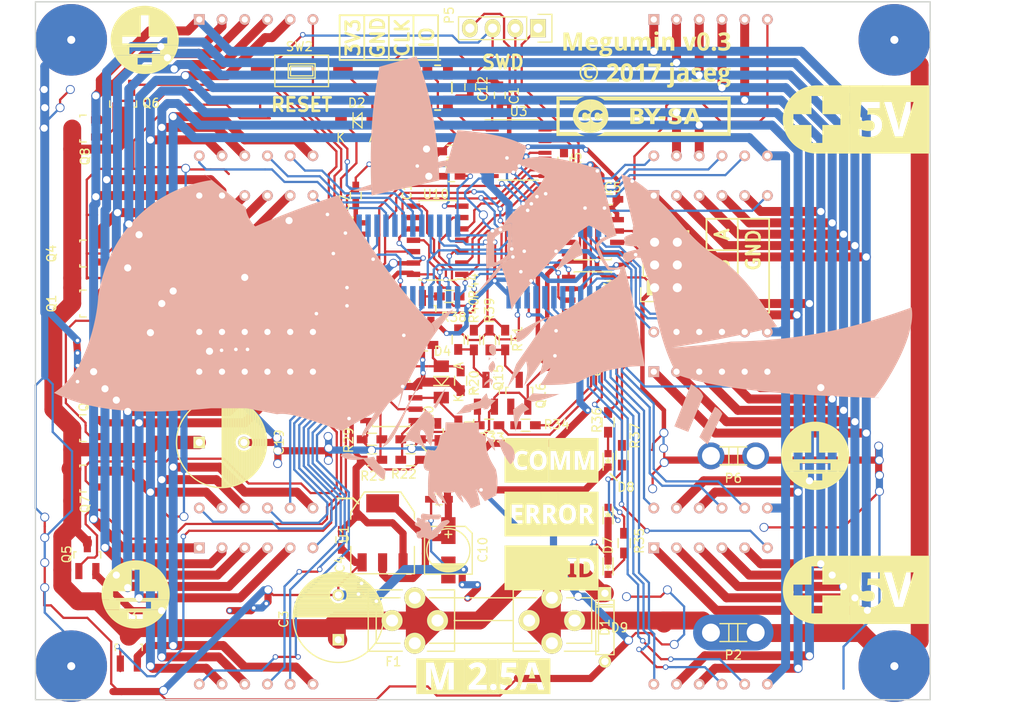
<source format=kicad_pcb>
(kicad_pcb (version 4) (host pcbnew 4.0.6)
  (layers (0 F.Cu signal) (31 B.Cu signal) (34 B.Paste user hide) (35 F.Paste user hide) (36 B.SilkS user hide) (37 F.SilkS user) (38 B.Mask user hide) (39 F.Mask user) (44 Edge.Cuts user))
  (net 0 "")
  (net 1 GND)
  (net 2 VDD)
  (net 3 +3V3)
  (net 4 /RST)
  (net 5 /XT1)
  (net 6 /XT2)
  (net 7 /~WD_RST)
  (net 8 /LED_ID)
  (net 9 /LED_ERROR)
  (net 10 /LED_COMM)
  (net 11 "Net-(D10-Pad6)")
  (net 12 "Net-(D10-Pad9)")
  (net 13 "Net-(D10-Pad8)")
  (net 14 "Net-(D10-Pad12)")
  (net 15 "Net-(D11-Pad6)")
  (net 16 "Net-(D11-Pad9)")
  (net 17 "Net-(D11-Pad8)")
  (net 18 "Net-(D11-Pad12)")
  (net 19 "Net-(D12-Pad6)")
  (net 20 "Net-(D12-Pad9)")
  (net 21 "Net-(D12-Pad8)")
  (net 22 "Net-(D12-Pad12)")
  (net 23 "Net-(D13-Pad6)")
  (net 24 "Net-(D13-Pad9)")
  (net 25 "Net-(D13-Pad8)")
  (net 26 "Net-(D13-Pad12)")
  (net 27 /SEG_E_COM)
  (net 28 /SEG_D_COM)
  (net 29 /SEG_DP_COM)
  (net 30 /SEG_C_COM)
  (net 31 /SEG_G_COM)
  (net 32 "Net-(D14-Pad6)")
  (net 33 "Net-(D14-Pad9)")
  (net 34 "Net-(D14-Pad8)")
  (net 35 "Net-(D14-Pad12)")
  (net 36 /SEG_A_COM)
  (net 37 /SEG_B_COM)
  (net 38 /SEG_F_COM)
  (net 39 "Net-(D15-Pad6)")
  (net 40 "Net-(D15-Pad9)")
  (net 41 "Net-(D15-Pad8)")
  (net 42 "Net-(D15-Pad12)")
  (net 43 "Net-(D16-Pad6)")
  (net 44 "Net-(D16-Pad9)")
  (net 45 "Net-(D16-Pad8)")
  (net 46 "Net-(D16-Pad12)")
  (net 47 "Net-(D17-Pad6)")
  (net 48 "Net-(D17-Pad9)")
  (net 49 "Net-(D17-Pad8)")
  (net 50 "Net-(D17-Pad12)")
  (net 51 /RS485_A)
  (net 52 /RS485_B)
  (net 53 /SWDIO)
  (net 54 /SWCLK)
  (net 55 /SEG_A_CTRL)
  (net 56 /SEG_E_CTRL)
  (net 57 /~OE)
  (net 58 /RS485_DE)
  (net 59 /R_SET_CTRL0)
  (net 60 /R_SET_CTRL1)
  (net 61 "Net-(R38-Pad2)")
  (net 62 /mux_mod_left/R_SET_0)
  (net 63 "Net-(R40-Pad2)")
  (net 64 /mux_mod_left/R_SET_1)
  (net 65 /RS485_RX)
  (net 66 /RS485_TX)
  (net 67 /SCK)
  (net 68 /MOSI_C0)
  (net 69 /STROBE)
  (net 70 /AUX_STROBE)
  (net 71 "Net-(U5-Pad4)")
  (net 72 /VDD_PRE_FUSE)
  (net 73 /~WD_RST1)
  (net 74 /~WD_RST2)
  (net 75 /WD_REF2)
  (net 76 /WD_REF1)
  (net 77 "Net-(D7-Pad2)")
  (net 78 "Net-(D8-Pad2)")
  (net 79 "Net-(D9-Pad2)")
  (net 80 "Net-(U5-Pad5)")
  (net 81 "Net-(U5-Pad15)")
  (net 82 /WD_COMP1)
  (net 83 "Net-(Q14-Pad1)")
  (net 84 "Net-(Q15-Pad1)")
  (net 85 "Net-(Q16-Pad1)")
  (net 86 /~OE_HV)
  (net 87 /MOSI_C1_HV)
  (net 88 /STROBE_HV)
  (net 89 /mux_mod_right/SDO)
  (net 90 /MOSI_C0_HV)
  (net 91 "Net-(R1-Pad2)")
  (net 92 "Net-(U3-Pad10)")
  (net 93 "Net-(U3-Pad14)")
  (net 94 "Net-(U3-Pad6)")
  (net 95 /SCK_HV)
  (net 96 /~OE_HV_CB)
  (net 97 /SEG_C_CTRL)
  (net 98 /SEG_G_CTLR)
  (net 99 /SEG_B_CTRL)
  (net 100 /SEG_DP_CTRL)
  (net 101 /SEG_F_CTRL)
  (net 102 /SEG_D_CTRL)
  (net 103 +5V)
  (net 104 /MOSI_C2)
  (net 105 "Net-(U7-Pad9)")
  (module footprints:7seg_4digit_cc_modified (layer B.Cu) (at 118.11 65.405)
    (fp_text reference D12 hide)
    (fp_text value 7seg_4digit_cc)
    (pad 1 thru_hole rect (at 0 0) (size 1.2 1.2) (drill 0.7) (layers *.Cu *.Mask B.SilkS) (net 27 /SEG_E_COM))
    (pad 2 thru_hole circle (at 2.54 0) (size 1.2 1.2) (drill 0.7) (layers *.Cu *.Mask B.SilkS) (net 28 /SEG_D_COM))
    (pad 3 thru_hole circle (at 5.08 0) (size 1.2 1.2) (drill 0.7) (layers *.Cu *.Mask B.SilkS) (net 29 /SEG_DP_COM))
    (pad 4 thru_hole circle (at 7.62 0) (size 1.2 1.2) (drill 0.7) (layers *.Cu *.Mask B.SilkS) (net 30 /SEG_C_COM))
    (pad 5 thru_hole circle (at 10.16 0) (size 1.2 1.2) (drill 0.7) (layers *.Cu *.Mask B.SilkS) (net 31 /SEG_G_COM))
    (pad 6 thru_hole circle (at 12.7 0) (size 1.2 1.2) (drill 0.7) (layers *.Cu *.Mask B.SilkS) (net 19 "Net-(D12-Pad6)"))
    (pad 9 thru_hole circle (at 7.62 15.24) (size 1.2 1.2) (drill 0.7) (layers *.Cu *.Mask B.SilkS) (net 20 "Net-(D12-Pad9)"))
    (pad 8 thru_hole circle (at 10.16 15.24) (size 1.2 1.2) (drill 0.7) (layers *.Cu *.Mask B.SilkS) (net 21 "Net-(D12-Pad8)"))
    (pad 12 thru_hole circle (at 0 15.24) (size 1.2 1.2) (drill 0.7) (layers *.Cu *.Mask B.SilkS) (net 22 "Net-(D12-Pad12)"))
    (pad 11 thru_hole circle (at 2.54 15.24) (size 1.2 1.2) (drill 0.7) (layers *.Cu *.Mask B.SilkS) (net 36 /SEG_A_COM))
    (pad 7 thru_hole circle (at 12.7 15.24) (size 1.2 1.2) (drill 0.7) (layers *.Cu *.Mask B.SilkS) (net 37 /SEG_B_COM))
    (pad 10 thru_hole circle (at 5.08 15.24) (size 1.2 1.2) (drill 0.7) (layers *.Cu *.Mask B.SilkS) (net 38 /SEG_F_COM))
  )
  (module footprints:label_fuse_04 (layer F.Cu) (at 99.06 119.126)
    (fp_text reference svg2mod hide)
    (fp_text value G*** hide)
  )
  (module footprints:m3_pillar (layer F.Cu) (at 159.261 115.275)
    (fp_text reference P1 hide)
    (fp_text value VIN)
    (pad 1 thru_hole circle (at -14.261 -67.275) (size 8 8) (drill 0.9) (layers *.Cu *.Mask) (net 72 /VDD_PRE_FUSE))
  )
  (module footprints:m3_pillar (layer F.Cu) (at 52.5 117.4)
    (fp_text reference P3 hide)
    (fp_text value GND)
    (pad 1 thru_hole circle (at 0.5 0.6) (size 8 8) (drill 0.9) (layers *.Cu *.Mask) (net 1 GND))
  )
  (module Resistors_SMD:R_0603_HandSoldering (layer F.Cu) (at 99.75 81.55 90)
    (fp_text reference R39 (at 3.3 0 90) (layer F.SilkS))
    (fp_text value R)
    (pad 1 smd rect (at -1.1 0 90) (size 1.2 0.9) (layers F.Cu F.Paste F.Mask) (net 64 /mux_mod_left/R_SET_1))
    (pad 2 smd rect (at 1.1 0 90) (size 1.2 0.9) (layers F.Cu F.Paste F.Mask) (net 61 "Net-(R38-Pad2)"))
  )
  (module TO_SOT_Packages_SMD:SOT-223 (layer F.Cu) (at 87.8 103.1)
    (fp_text reference U1 (at -4.3 0.15 90) (layer F.SilkS))
    (fp_text value LD1117S33CTR)
    (pad 4 smd rect (at 0 -3.302) (size 3.6576 2.032) (layers F.Cu F.Paste F.Mask) (net 3 +3V3))
    (pad 2 smd rect (at 0 3.302) (size 1.016 2.032) (layers F.Cu F.Paste F.Mask) (net 3 +3V3))
    (pad 3 smd rect (at 2.286 3.302) (size 1.016 2.032) (layers F.Cu F.Paste F.Mask) (net 103 +5V))
    (pad 1 smd rect (at -2.286 3.302) (size 1.016 2.032) (layers F.Cu F.Paste F.Mask) (net 1 GND))
  )
  (module Housings_SSOP:TSSOP-20_4.4x6.5mm_Pitch0.65mm (layer F.Cu) (at 103 60.3)
    (fp_text reference U3 (at 0 -4.3) (layer F.SilkS))
    (fp_text value STM32F030F4Px)
    (pad 1 smd rect (at -2.95 -2.925) (size 1.45 0.45) (layers F.Cu F.Paste F.Mask) (net 1 GND))
    (pad 2 smd rect (at -2.95 -2.275) (size 1.45 0.45) (layers F.Cu F.Paste F.Mask) (net 5 /XT1))
    (pad 3 smd rect (at -2.95 -1.625) (size 1.45 0.45) (layers F.Cu F.Paste F.Mask) (net 6 /XT2))
    (pad 4 smd rect (at -2.95 -0.975) (size 1.45 0.45) (layers F.Cu F.Paste F.Mask) (net 4 /RST))
    (pad 5 smd rect (at -2.95 -0.325) (size 1.45 0.45) (layers F.Cu F.Paste F.Mask) (net 3 +3V3))
    (pad 6 smd rect (at -2.95 0.325) (size 1.45 0.45) (layers F.Cu F.Paste F.Mask) (net 94 "Net-(U3-Pad6)"))
    (pad 7 smd rect (at -2.95 0.975) (size 1.45 0.45) (layers F.Cu F.Paste F.Mask) (net 58 /RS485_DE))
    (pad 8 smd rect (at -2.95 1.625) (size 1.45 0.45) (layers F.Cu F.Paste F.Mask) (net 66 /RS485_TX))
    (pad 9 smd rect (at -2.95 2.275) (size 1.45 0.45) (layers F.Cu F.Paste F.Mask) (net 65 /RS485_RX))
    (pad 10 smd rect (at -2.95 2.925) (size 1.45 0.45) (layers F.Cu F.Paste F.Mask) (net 92 "Net-(U3-Pad10)"))
    (pad 11 smd rect (at 2.95 2.925) (size 1.45 0.45) (layers F.Cu F.Paste F.Mask) (net 67 /SCK))
    (pad 12 smd rect (at 2.95 2.275) (size 1.45 0.45) (layers F.Cu F.Paste F.Mask) (net 57 /~OE))
    (pad 13 smd rect (at 2.95 1.625) (size 1.45 0.45) (layers F.Cu F.Paste F.Mask) (net 68 /MOSI_C0))
    (pad 14 smd rect (at 2.95 0.975) (size 1.45 0.45) (layers F.Cu F.Paste F.Mask) (net 93 "Net-(U3-Pad14)"))
    (pad 15 smd rect (at 2.95 0.325) (size 1.45 0.45) (layers F.Cu F.Paste F.Mask) (net 1 GND))
    (pad 16 smd rect (at 2.95 -0.325) (size 1.45 0.45) (layers F.Cu F.Paste F.Mask) (net 3 +3V3))
    (pad 17 smd rect (at 2.95 -0.975) (size 1.45 0.45) (layers F.Cu F.Paste F.Mask) (net 69 /STROBE))
    (pad 18 smd rect (at 2.95 -1.625) (size 1.45 0.45) (layers F.Cu F.Paste F.Mask) (net 70 /AUX_STROBE))
    (pad 19 smd rect (at 2.95 -2.275) (size 1.45 0.45) (layers F.Cu F.Paste F.Mask) (net 53 /SWDIO))
    (pad 20 smd rect (at 2.95 -2.925) (size 1.45 0.45) (layers F.Cu F.Paste F.Mask) (net 54 /SWCLK))
  )
  (module Housings_SOIC:SOIC-8_3.9x4.9mm_Pitch1.27mm (layer F.Cu) (at 111.3 70)
    (fp_text reference U2 (at -3.05 -3.5) (layer F.SilkS))
    (fp_text value SP3485CN)
    (pad 1 smd rect (at -2.7 -1.905) (size 1.55 0.6) (layers F.Cu F.Paste F.Mask) (net 65 /RS485_RX))
    (pad 2 smd rect (at -2.7 -0.635) (size 1.55 0.6) (layers F.Cu F.Paste F.Mask) (net 58 /RS485_DE))
    (pad 3 smd rect (at -2.7 0.635) (size 1.55 0.6) (layers F.Cu F.Paste F.Mask) (net 58 /RS485_DE))
    (pad 4 smd rect (at -2.7 1.905) (size 1.55 0.6) (layers F.Cu F.Paste F.Mask) (net 66 /RS485_TX))
    (pad 5 smd rect (at 2.7 1.905) (size 1.55 0.6) (layers F.Cu F.Paste F.Mask) (net 1 GND))
    (pad 6 smd rect (at 2.7 0.635) (size 1.55 0.6) (layers F.Cu F.Paste F.Mask) (net 51 /RS485_A))
    (pad 7 smd rect (at 2.7 -0.635) (size 1.55 0.6) (layers F.Cu F.Paste F.Mask) (net 52 /RS485_B))
    (pad 8 smd rect (at 2.7 -1.905) (size 1.55 0.6) (layers F.Cu F.Paste F.Mask) (net 3 +3V3))
  )
  (module Capacitors_SMD:C_0603_HandSoldering (layer F.Cu) (at 95.504 63.246)
    (fp_text reference C2 (at 0.1016 -1.3208) (layer F.SilkS))
    (fp_text value 100n)
    (pad 1 smd rect (at -0.95 0) (size 1.2 0.75) (layers F.Cu F.Paste F.Mask) (net 1 GND))
    (pad 2 smd rect (at 0.95 0) (size 1.2 0.75) (layers F.Cu F.Paste F.Mask) (net 103 +5V))
  )
  (module Capacitors_SMD:c_elec_5x5.8 (layer F.Cu) (at 95.15 105.05 90)
    (fp_text reference C10 (at 0.05 3.85 90) (layer F.SilkS))
    (fp_text value 47u)
    (pad 1 smd rect (at 2.19964 0 90) (size 2.99974 1.6002) (layers F.Cu F.Paste F.Mask) (net 3 +3V3))
    (pad 2 smd rect (at -2.19964 0 90) (size 2.99974 1.6002) (layers F.Cu F.Paste F.Mask) (net 1 GND))
  )
  (module Resistors_SMD:R_0603_HandSoldering (layer F.Cu) (at 114.8 104.25 270)
    (fp_text reference R35 (at -0.25 -1.7 450) (layer F.SilkS))
    (fp_text value 100)
    (pad 1 smd rect (at -1.1 0 270) (size 1.2 0.9) (layers F.Cu F.Paste F.Mask) (net 8 /LED_ID))
    (pad 2 smd rect (at 1.1 0 270) (size 1.2 0.9) (layers F.Cu F.Paste F.Mask) (net 77 "Net-(D7-Pad2)"))
  )
  (module Diodes_SMD:MiniMELF_Standard (layer F.Cu) (at 84.9 57)
    (fp_text reference D2 (at 0 -1.95) (layer F.SilkS))
    (fp_text value D_Small)
    (fp_text user K (at -1.8 1.95) (layer F.SilkS))
    (fp_text user A (at 1.8 1.95) (layer F.SilkS))
    (pad 1 smd rect (at -1.75006 0) (size 1.30048 1.69926) (layers F.Cu F.Paste F.Mask) (net 7 /~WD_RST))
    (pad 2 smd rect (at 1.75006 0) (size 1.30048 1.69926) (layers F.Cu F.Paste F.Mask) (net 4 /RST))
  )
  (module Diodes_SMD:MiniMELF_Standard (layer F.Cu) (at 94.361 86.233 90)
    (fp_text reference D4 (at 3.429 0.127 180) (layer F.SilkS))
    (fp_text value D_Small)
    (fp_text user K (at -1.8 1.95 90) (layer F.SilkS))
    (fp_text user A (at 1.8 1.95 90) (layer F.SilkS))
    (pad 1 smd rect (at -1.75006 0 90) (size 1.30048 1.69926) (layers F.Cu F.Paste F.Mask) (net 74 /~WD_RST2))
    (pad 2 smd rect (at 1.75006 0 90) (size 1.30048 1.69926) (layers F.Cu F.Paste F.Mask) (net 7 /~WD_RST))
  )
  (module Diodes_SMD:MiniMELF_Standard (layer F.Cu) (at 87.884 84.455)
    (fp_text reference D3 (at -3.81 -0.762) (layer F.SilkS))
    (fp_text value D_Small)
    (fp_text user K (at -1.8 1.95) (layer F.SilkS))
    (fp_text user A (at 1.8 1.95) (layer F.SilkS))
    (pad 1 smd rect (at -1.75006 0) (size 1.30048 1.69926) (layers F.Cu F.Paste F.Mask) (net 73 /~WD_RST1))
    (pad 2 smd rect (at 1.75006 0) (size 1.30048 1.69926) (layers F.Cu F.Paste F.Mask) (net 7 /~WD_RST))
  )
  (module Capacitors_SMD:C_0603_HandSoldering (layer F.Cu) (at 83.185 103.886 90)
    (fp_text reference C4 (at -2.75 -0.15 90) (layer F.SilkS))
    (fp_text value 100n)
    (pad 1 smd rect (at -0.95 0 90) (size 1.2 0.75) (layers F.Cu F.Paste F.Mask) (net 1 GND))
    (pad 2 smd rect (at 0.95 0 90) (size 1.2 0.75) (layers F.Cu F.Paste F.Mask) (net 103 +5V))
  )
  (module Capacitors_SMD:C_0603_HandSoldering (layer F.Cu) (at 113.15 65.825)
    (fp_text reference C5 (at 0.35 -1.325) (layer F.SilkS))
    (fp_text value 100n)
    (pad 1 smd rect (at -0.95 0) (size 1.2 0.75) (layers F.Cu F.Paste F.Mask) (net 1 GND))
    (pad 2 smd rect (at 0.95 0) (size 1.2 0.75) (layers F.Cu F.Paste F.Mask) (net 3 +3V3))
  )
  (module Capacitors_SMD:C_0603_HandSoldering (layer F.Cu) (at 106.225 83.45 90)
    (fp_text reference C6 (at -0.05 -1.225 90) (layer F.SilkS))
    (fp_text value 100n)
    (pad 1 smd rect (at -0.95 0 90) (size 1.2 0.75) (layers F.Cu F.Paste F.Mask) (net 1 GND))
    (pad 2 smd rect (at 0.95 0 90) (size 1.2 0.75) (layers F.Cu F.Paste F.Mask) (net 3 +3V3))
  )
  (module Capacitors_SMD:C_0603_HandSoldering (layer F.Cu) (at 84.8 65.4 270)
    (fp_text reference C7 (at 0.8382 1.2446 270) (layer F.SilkS))
    (fp_text value 100n)
    (pad 1 smd rect (at -0.95 0 270) (size 1.2 0.75) (layers F.Cu F.Paste F.Mask) (net 1 GND))
    (pad 2 smd rect (at 0.95 0 270) (size 1.2 0.75) (layers F.Cu F.Paste F.Mask) (net 103 +5V))
  )
  (module Capacitors_SMD:C_0603_HandSoldering (layer F.Cu) (at 87.884 75.565 270)
    (fp_text reference C8 (at 1.05 1.7 270) (layer F.SilkS))
    (fp_text value 100n)
    (pad 1 smd rect (at -0.95 0 270) (size 1.2 0.75) (layers F.Cu F.Paste F.Mask) (net 1 GND))
    (pad 2 smd rect (at 0.95 0 270) (size 1.2 0.75) (layers F.Cu F.Paste F.Mask) (net 103 +5V))
  )
  (module Capacitors_SMD:C_0603_HandSoldering (layer F.Cu) (at 94.1 99.35)
    (fp_text reference C9 (at 0 -1.9) (layer F.SilkS))
    (fp_text value 100n)
    (pad 1 smd rect (at -0.95 0) (size 1.2 0.75) (layers F.Cu F.Paste F.Mask) (net 1 GND))
    (pad 2 smd rect (at 0.95 0) (size 1.2 0.75) (layers F.Cu F.Paste F.Mask) (net 3 +3V3))
  )
  (module Capacitors_SMD:C_0603_HandSoldering (layer F.Cu) (at 90.4 61.1 270)
    (fp_text reference C11 (at 3.3782 -0.127 270) (layer F.SilkS))
    (fp_text value 10n)
    (pad 1 smd rect (at -0.95 0 270) (size 1.2 0.75) (layers F.Cu F.Paste F.Mask) (net 4 /RST))
    (pad 2 smd rect (at 0.95 0 270) (size 1.2 0.75) (layers F.Cu F.Paste F.Mask) (net 1 GND))
  )
  (module Capacitors_SMD:C_0603_HandSoldering (layer F.Cu) (at 97.6 53.275 270)
    (fp_text reference C12 (at 0.225 -1.4 270) (layer F.SilkS))
    (fp_text value 22p)
    (pad 1 smd rect (at -0.95 0 270) (size 1.2 0.75) (layers F.Cu F.Paste F.Mask) (net 1 GND))
    (pad 2 smd rect (at 0.95 0 270) (size 1.2 0.75) (layers F.Cu F.Paste F.Mask) (net 5 /XT1))
  )
  (module Capacitors_SMD:C_0603_HandSoldering (layer F.Cu) (at 90.375 53.2 90)
    (fp_text reference C13 (at -0.05 -1.375 90) (layer F.SilkS))
    (fp_text value 22p)
    (pad 1 smd rect (at -0.95 0 90) (size 1.2 0.75) (layers F.Cu F.Paste F.Mask) (net 1 GND))
    (pad 2 smd rect (at 0.95 0 90) (size 1.2 0.75) (layers F.Cu F.Paste F.Mask) (net 6 /XT2))
  )
  (module Capacitors_SMD:C_0603_HandSoldering (layer F.Cu) (at 93.98 91.821 270)
    (fp_text reference C20 (at -1.524 1.016 270) (layer F.SilkS))
    (fp_text value 100n)
    (pad 1 smd rect (at -0.95 0 270) (size 1.2 0.75) (layers F.Cu F.Paste F.Mask) (net 82 /WD_COMP1))
    (pad 2 smd rect (at 0.95 0 270) (size 1.2 0.75) (layers F.Cu F.Paste F.Mask) (net 1 GND))
  )
  (module LEDs:LED_0603 (layer F.Cu) (at 113 107 270)
    (fp_text reference D7 (at -2.5 0 450) (layer F.SilkS))
    (fp_text value ID)
    (pad 2 smd rect (at 0.7493 0 90) (size 0.79756 0.79756) (layers F.Cu F.Paste F.Mask) (net 77 "Net-(D7-Pad2)"))
    (pad 1 smd rect (at -0.7493 0 90) (size 0.79756 0.79756) (layers F.Cu F.Paste F.Mask) (net 1 GND))
  )
  (module LEDs:LED_0603 (layer F.Cu) (at 113 95 90)
    (fp_text reference D8 (at -3 2 360) (layer F.SilkS))
    (fp_text value ERROR)
    (pad 2 smd rect (at 0.7493 0 270) (size 0.79756 0.79756) (layers F.Cu F.Paste F.Mask) (net 78 "Net-(D8-Pad2)"))
    (pad 1 smd rect (at -0.7493 0 270) (size 0.79756 0.79756) (layers F.Cu F.Paste F.Mask) (net 1 GND))
  )
  (module LEDs:LED_0603 (layer F.Cu) (at 113 101 90)
    (fp_text reference D9 (at -12.7 1.27 180) (layer F.SilkS))
    (fp_text value COMM)
    (pad 2 smd rect (at 0.7493 0 270) (size 0.79756 0.79756) (layers F.Cu F.Paste F.Mask) (net 79 "Net-(D9-Pad2)"))
    (pad 1 smd rect (at -0.7493 0 270) (size 0.79756 0.79756) (layers F.Cu F.Paste F.Mask) (net 1 GND))
  )
  (module Fuse_Holders_and_Fuses:Fuseholder5x20_horiz_open_universal_Type-III (layer F.Cu) (at 99.06 112.903 180)
    (fp_text reference F1 (at 10.06 -4.597 180) (layer F.SilkS))
    (fp_text value "2.5A MT")
    (pad 2 thru_hole circle (at 5.12064 0 180) (size 2.3495 2.3495) (drill 1.34874) (layers *.Cu *.Mask F.SilkS) (net 2 VDD))
    (pad 2 thru_hole circle (at 10.20064 0 180) (size 2.3495 2.3495) (drill 1.34874) (layers *.Cu *.Mask F.SilkS) (net 2 VDD))
    (pad 1 thru_hole circle (at -5.1181 0 180) (size 2.3495 2.3495) (drill 1.34874) (layers *.Cu *.Mask F.SilkS) (net 72 /VDD_PRE_FUSE))
    (pad 1 thru_hole circle (at -10.1981 0 180) (size 2.3495 2.3495) (drill 1.34874) (layers *.Cu *.Mask F.SilkS) (net 72 /VDD_PRE_FUSE))
    (pad 2 thru_hole circle (at 7.66064 -2.54 180) (size 2.3495 2.3495) (drill 1.34874) (layers *.Cu *.Mask F.SilkS) (net 2 VDD))
    (pad 2 thru_hole circle (at 7.66064 2.54 180) (size 2.3495 2.3495) (drill 1.34874) (layers *.Cu *.Mask F.SilkS) (net 2 VDD))
    (pad 1 thru_hole circle (at -7.6581 -2.54 180) (size 2.3495 2.3495) (drill 1.34874) (layers *.Cu *.Mask F.SilkS) (net 72 /VDD_PRE_FUSE))
    (pad 1 thru_hole circle (at -7.6581 2.54 180) (size 2.3495 2.3495) (drill 1.34874) (layers *.Cu *.Mask F.SilkS) (net 72 /VDD_PRE_FUSE))
  )
  (module Socket_Strips:Socket_Strip_Straight_1x04 (layer F.Cu) (at 105.175 46.7 180)
    (fp_text reference P5 (at 9.925 1.45 270) (layer F.SilkS))
    (fp_text value SWD)
    (pad 1 thru_hole rect (at 0 0 180) (size 1.7272 2.032) (drill 1.016) (layers *.Cu *.Mask F.SilkS) (net 53 /SWDIO))
    (pad 2 thru_hole oval (at 2.54 0 180) (size 1.7272 2.032) (drill 1.016) (layers *.Cu *.Mask F.SilkS) (net 54 /SWCLK))
    (pad 3 thru_hole oval (at 5.08 0 180) (size 1.7272 2.032) (drill 1.016) (layers *.Cu *.Mask F.SilkS) (net 1 GND))
    (pad 4 thru_hole oval (at 7.62 0 180) (size 1.7272 2.032) (drill 1.016) (layers *.Cu *.Mask F.SilkS) (net 3 +3V3))
  )
  (module TO_SOT_Packages_SMD:SOT-23_Handsoldering (layer F.Cu) (at 54.61 77.47 90)
    (fp_text reference Q1 (at 0 -3.81 90) (layer F.SilkS))
    (fp_text value AO3415A)
    (pad 1 smd rect (at -0.95 1.50114 90) (size 0.8001 1.80086) (layers F.Cu F.Paste F.Mask) (net 97 /SEG_C_CTRL))
    (pad 2 smd rect (at 0.95 1.50114 90) (size 0.8001 1.80086) (layers F.Cu F.Paste F.Mask) (net 30 /SEG_C_COM))
    (pad 3 smd rect (at 0 -1.50114 90) (size 0.8001 1.80086) (layers F.Cu F.Paste F.Mask) (net 2 VDD))
  )
  (module TO_SOT_Packages_SMD:SOT-23_Handsoldering (layer F.Cu) (at 54.6 91.4 90)
    (fp_text reference Q2 (at 2.84 -0.191 90) (layer F.SilkS))
    (fp_text value AO3415A)
    (pad 1 smd rect (at -0.95 1.50114 90) (size 0.8001 1.80086) (layers F.Cu F.Paste F.Mask) (net 98 /SEG_G_CTLR))
    (pad 2 smd rect (at 0.95 1.50114 90) (size 0.8001 1.80086) (layers F.Cu F.Paste F.Mask) (net 31 /SEG_G_COM))
    (pad 3 smd rect (at 0 -1.50114 90) (size 0.8001 1.80086) (layers F.Cu F.Paste F.Mask) (net 2 VDD))
  )
  (module TO_SOT_Packages_SMD:SOT-23_Handsoldering (layer F.Cu) (at 59.436 116.205)
    (fp_text reference Q3 (at 0 -3.81) (layer F.SilkS))
    (fp_text value AO3415A)
    (pad 1 smd rect (at -0.95 1.50114) (size 0.8001 1.80086) (layers F.Cu F.Paste F.Mask) (net 99 /SEG_B_CTRL))
    (pad 2 smd rect (at 0.95 1.50114) (size 0.8001 1.80086) (layers F.Cu F.Paste F.Mask) (net 37 /SEG_B_COM))
    (pad 3 smd rect (at 0 -1.50114) (size 0.8001 1.80086) (layers F.Cu F.Paste F.Mask) (net 2 VDD))
  )
  (module TO_SOT_Packages_SMD:SOT-23_Handsoldering (layer F.Cu) (at 54.61 71.882 90)
    (fp_text reference Q4 (at 0 -3.81 90) (layer F.SilkS))
    (fp_text value AO3415A)
    (pad 1 smd rect (at -0.95 1.50114 90) (size 0.8001 1.80086) (layers F.Cu F.Paste F.Mask) (net 100 /SEG_DP_CTRL))
    (pad 2 smd rect (at 0.95 1.50114 90) (size 0.8001 1.80086) (layers F.Cu F.Paste F.Mask) (net 29 /SEG_DP_COM))
    (pad 3 smd rect (at 0 -1.50114 90) (size 0.8001 1.80086) (layers F.Cu F.Paste F.Mask) (net 2 VDD))
  )
  (module TO_SOT_Packages_SMD:SOT-23_Handsoldering (layer F.Cu) (at 54.8 105.872)
    (fp_text reference Q5 (at -2.3 -0.372 90) (layer F.SilkS))
    (fp_text value AO3415A)
    (pad 1 smd rect (at -0.95 1.50114) (size 0.8001 1.80086) (layers F.Cu F.Paste F.Mask) (net 101 /SEG_F_CTRL))
    (pad 2 smd rect (at 0.95 1.50114) (size 0.8001 1.80086) (layers F.Cu F.Paste F.Mask) (net 38 /SEG_F_COM))
    (pad 3 smd rect (at 0 -1.50114) (size 0.8001 1.80086) (layers F.Cu F.Paste F.Mask) (net 2 VDD))
  )
  (module TO_SOT_Packages_SMD:SOT-23_Handsoldering (layer F.Cu) (at 58.801 54.864 180)
    (fp_text reference Q6 (at -3.111 -0.208 180) (layer F.SilkS))
    (fp_text value AO3415A)
    (pad 1 smd rect (at -0.95 1.50114 180) (size 0.8001 1.80086) (layers F.Cu F.Paste F.Mask) (net 102 /SEG_D_CTRL))
    (pad 2 smd rect (at 0.95 1.50114 180) (size 0.8001 1.80086) (layers F.Cu F.Paste F.Mask) (net 28 /SEG_D_COM))
    (pad 3 smd rect (at 0 -1.50114 180) (size 0.8001 1.80086) (layers F.Cu F.Paste F.Mask) (net 2 VDD))
  )
  (module TO_SOT_Packages_SMD:SOT-23_Handsoldering (layer F.Cu) (at 54.61 97.028 90)
    (fp_text reference Q7 (at -2.875 -0.064 90) (layer F.SilkS))
    (fp_text value AO3415A)
    (pad 1 smd rect (at -0.95 1.50114 90) (size 0.8001 1.80086) (layers F.Cu F.Paste F.Mask) (net 55 /SEG_A_CTRL))
    (pad 2 smd rect (at 0.95 1.50114 90) (size 0.8001 1.80086) (layers F.Cu F.Paste F.Mask) (net 36 /SEG_A_COM))
    (pad 3 smd rect (at 0 -1.50114 90) (size 0.8001 1.80086) (layers F.Cu F.Paste F.Mask) (net 2 VDD))
  )
  (module TO_SOT_Packages_SMD:SOT-23_Handsoldering (layer F.Cu) (at 54.61 57.912 90)
    (fp_text reference Q8 (at -3.129 -0.064 90) (layer F.SilkS))
    (fp_text value AO3415A)
    (pad 1 smd rect (at -0.95 1.50114 90) (size 0.8001 1.80086) (layers F.Cu F.Paste F.Mask) (net 56 /SEG_E_CTRL))
    (pad 2 smd rect (at 0.95 1.50114 90) (size 0.8001 1.80086) (layers F.Cu F.Paste F.Mask) (net 27 /SEG_E_COM))
    (pad 3 smd rect (at 0 -1.50114 90) (size 0.8001 1.80086) (layers F.Cu F.Paste F.Mask) (net 2 VDD))
  )
  (module Resistors_SMD:R_0603_HandSoldering (layer F.Cu) (at 88.55 81.275 270)
    (fp_text reference R1 (at -1.275 1.55 270) (layer F.SilkS))
    (fp_text value 47k)
    (pad 1 smd rect (at -1.1 0 270) (size 1.2 0.9) (layers F.Cu F.Paste F.Mask) (net 1 GND))
    (pad 2 smd rect (at 1.1 0 270) (size 1.2 0.9) (layers F.Cu F.Paste F.Mask) (net 91 "Net-(R1-Pad2)"))
  )
  (module Resistors_SMD:R_0603_HandSoldering (layer F.Cu) (at 95.504 60.452 180)
    (fp_text reference R3 (at -3.1242 0.0508 180) (layer F.SilkS))
    (fp_text value 47k)
    (pad 1 smd rect (at -1.1 0 180) (size 1.2 0.9) (layers F.Cu F.Paste F.Mask) (net 3 +3V3))
    (pad 2 smd rect (at 1.1 0 180) (size 1.2 0.9) (layers F.Cu F.Paste F.Mask) (net 4 /RST))
  )
  (module Resistors_SMD:R_0603_HandSoldering (layer F.Cu) (at 105.918 71.501 270)
    (fp_text reference R4 (at -2.95 -0.125 270) (layer F.SilkS))
    (fp_text value 100k)
    (pad 1 smd rect (at -1.1 0 270) (size 1.2 0.9) (layers F.Cu F.Paste F.Mask) (net 58 /RS485_DE))
    (pad 2 smd rect (at 1.1 0 270) (size 1.2 0.9) (layers F.Cu F.Paste F.Mask) (net 1 GND))
  )
  (module Resistors_SMD:R_0603_HandSoldering (layer F.Cu) (at 108.075 61.625 90)
    (fp_text reference R5 (at 0.125 1.425 90) (layer F.SilkS))
    (fp_text value 10k)
    (pad 1 smd rect (at -1.1 0 90) (size 1.2 0.9) (layers F.Cu F.Paste F.Mask) (net 57 /~OE))
    (pad 2 smd rect (at 1.1 0 90) (size 1.2 0.9) (layers F.Cu F.Paste F.Mask) (net 3 +3V3))
  )
  (module Resistors_SMD:R_0603_HandSoldering (layer F.Cu) (at 92.325 82.1)
    (fp_text reference R19 (at -2.325 -0.1 90) (layer F.SilkS))
    (fp_text value 10k)
    (pad 1 smd rect (at -1.1 0) (size 1.2 0.9) (layers F.Cu F.Paste F.Mask) (net 83 "Net-(Q14-Pad1)"))
    (pad 2 smd rect (at 1.1 0) (size 1.2 0.9) (layers F.Cu F.Paste F.Mask) (net 7 /~WD_RST))
  )
  (module Resistors_SMD:R_0603_HandSoldering (layer F.Cu) (at 96.52 86.106 90)
    (fp_text reference R20 (at -0.254 1.524 90) (layer F.SilkS))
    (fp_text value 47k)
    (pad 1 smd rect (at -1.1 0 90) (size 1.2 0.9) (layers F.Cu F.Paste F.Mask) (net 103 +5V))
    (pad 2 smd rect (at 1.1 0 90) (size 1.2 0.9) (layers F.Cu F.Paste F.Mask) (net 7 /~WD_RST))
  )
  (module Resistors_SMD:R_0603_HandSoldering (layer F.Cu) (at 84.328 87.884 90)
    (fp_text reference R23 (at -0.116 -1.578 90) (layer F.SilkS))
    (fp_text value 470k)
    (pad 1 smd rect (at -1.1 0 90) (size 1.2 0.9) (layers F.Cu F.Paste F.Mask) (net 76 /WD_REF1))
    (pad 2 smd rect (at 1.1 0 90) (size 1.2 0.9) (layers F.Cu F.Paste F.Mask) (net 73 /~WD_RST1))
  )
  (module Resistors_SMD:R_0603_HandSoldering (layer F.Cu) (at 113 90.75 270)
    (fp_text reference R36 (at -0.25 1.25 450) (layer F.SilkS))
    (fp_text value 140)
    (pad 1 smd rect (at -1.1 0 270) (size 1.2 0.9) (layers F.Cu F.Paste F.Mask) (net 9 /LED_ERROR))
    (pad 2 smd rect (at 1.1 0 270) (size 1.2 0.9) (layers F.Cu F.Paste F.Mask) (net 78 "Net-(D8-Pad2)"))
  )
  (module Resistors_SMD:R_0603_HandSoldering (layer F.Cu) (at 114.55 94.425 270)
    (fp_text reference R37 (at -2.175 -1.45 270) (layer F.SilkS))
    (fp_text value 100)
    (pad 1 smd rect (at -1.1 0 270) (size 1.2 0.9) (layers F.Cu F.Paste F.Mask) (net 10 /LED_COMM))
    (pad 2 smd rect (at 1.1 0 270) (size 1.2 0.9) (layers F.Cu F.Paste F.Mask) (net 79 "Net-(D9-Pad2)"))
  )
  (module Resistors_SMD:R_0603_HandSoldering (layer F.Cu) (at 96.25 81.5 90)
    (fp_text reference R38 (at 2.5 -0.5 180) (layer F.SilkS))
    (fp_text value R)
    (pad 1 smd rect (at -1.1 0 90) (size 1.2 0.9) (layers F.Cu F.Paste F.Mask) (net 62 /mux_mod_left/R_SET_0))
    (pad 2 smd rect (at 1.1 0 90) (size 1.2 0.9) (layers F.Cu F.Paste F.Mask) (net 61 "Net-(R38-Pad2)"))
  )
  (module Resistors_SMD:R_0603_HandSoldering (layer F.Cu) (at 98 81.55 90)
    (fp_text reference R40 (at 3.3 0 90) (layer F.SilkS))
    (fp_text value R)
    (pad 1 smd rect (at -1.1 0 90) (size 1.2 0.9) (layers F.Cu F.Paste F.Mask) (net 62 /mux_mod_left/R_SET_0))
    (pad 2 smd rect (at 1.1 0 90) (size 1.2 0.9) (layers F.Cu F.Paste F.Mask) (net 63 "Net-(R40-Pad2)"))
  )
  (module Resistors_SMD:R_0603_HandSoldering (layer F.Cu) (at 101.5 81.55 90)
    (fp_text reference R41 (at 0.127 1.397 90) (layer F.SilkS))
    (fp_text value R)
    (pad 1 smd rect (at -1.1 0 90) (size 1.2 0.9) (layers F.Cu F.Paste F.Mask) (net 64 /mux_mod_left/R_SET_1))
    (pad 2 smd rect (at 1.1 0 90) (size 1.2 0.9) (layers F.Cu F.Paste F.Mask) (net 63 "Net-(R40-Pad2)"))
  )
  (module Housings_SOIC:SOIC-16_3.9x9.9mm_Pitch1.27mm (layer F.Cu) (at 111.3 79 180)
    (fp_text reference U5 (at 0 -6 180) (layer F.SilkS))
    (fp_text value 74HC595_mine)
    (pad 1 smd rect (at -2.7 -4.445 180) (size 1.5 0.6) (layers F.Cu F.Paste F.Mask) (net 9 /LED_ERROR))
    (pad 2 smd rect (at -2.7 -3.175 180) (size 1.5 0.6) (layers F.Cu F.Paste F.Mask) (net 10 /LED_COMM))
    (pad 3 smd rect (at -2.7 -1.905 180) (size 1.5 0.6) (layers F.Cu F.Paste F.Mask) (net 8 /LED_ID))
    (pad 4 smd rect (at -2.7 -0.635 180) (size 1.5 0.6) (layers F.Cu F.Paste F.Mask) (net 71 "Net-(U5-Pad4)"))
    (pad 5 smd rect (at -2.7 0.635 180) (size 1.5 0.6) (layers F.Cu F.Paste F.Mask) (net 80 "Net-(U5-Pad5)"))
    (pad 6 smd rect (at -2.7 1.905 180) (size 1.5 0.6) (layers F.Cu F.Paste F.Mask) (net 59 /R_SET_CTRL0))
    (pad 7 smd rect (at -2.7 3.175 180) (size 1.5 0.6) (layers F.Cu F.Paste F.Mask) (net 60 /R_SET_CTRL1))
    (pad 8 smd rect (at -2.7 4.445 180) (size 1.5 0.6) (layers F.Cu F.Paste F.Mask) (net 1 GND))
    (pad 9 smd rect (at 2.7 4.445 180) (size 1.5 0.6) (layers F.Cu F.Paste F.Mask) (net 104 /MOSI_C2))
    (pad 10 smd rect (at 2.7 3.175 180) (size 1.5 0.6) (layers F.Cu F.Paste F.Mask) (net 3 +3V3))
    (pad 11 smd rect (at 2.7 1.905 180) (size 1.5 0.6) (layers F.Cu F.Paste F.Mask) (net 67 /SCK))
    (pad 12 smd rect (at 2.7 0.635 180) (size 1.5 0.6) (layers F.Cu F.Paste F.Mask) (net 70 /AUX_STROBE))
    (pad 13 smd rect (at 2.7 -0.635 180) (size 1.5 0.6) (layers F.Cu F.Paste F.Mask) (net 1 GND))
    (pad 14 smd rect (at 2.7 -1.905 180) (size 1.5 0.6) (layers F.Cu F.Paste F.Mask) (net 68 /MOSI_C0))
    (pad 15 smd rect (at 2.7 -3.175 180) (size 1.5 0.6) (layers F.Cu F.Paste F.Mask) (net 81 "Net-(U5-Pad15)"))
    (pad 16 smd rect (at 2.7 -4.445 180) (size 1.5 0.6) (layers F.Cu F.Paste F.Mask) (net 3 +3V3))
  )
  (module Housings_SOIC:SOIC-8_3.9x4.9mm_Pitch1.27mm (layer F.Cu) (at 88.773 88.646)
    (fp_text reference U6 (at -4.572 -3.556) (layer F.SilkS))
    (fp_text value LM393)
    (pad 1 smd rect (at -2.7 -1.905) (size 1.55 0.6) (layers F.Cu F.Paste F.Mask) (net 73 /~WD_RST1))
    (pad 2 smd rect (at -2.7 -0.635) (size 1.55 0.6) (layers F.Cu F.Paste F.Mask) (net 91 "Net-(R1-Pad2)"))
    (pad 3 smd rect (at -2.7 0.635) (size 1.55 0.6) (layers F.Cu F.Paste F.Mask) (net 76 /WD_REF1))
    (pad 4 smd rect (at -2.7 1.905) (size 1.55 0.6) (layers F.Cu F.Paste F.Mask) (net 1 GND))
    (pad 5 smd rect (at 2.7 1.905) (size 1.55 0.6) (layers F.Cu F.Paste F.Mask) (net 75 /WD_REF2))
    (pad 6 smd rect (at 2.7 0.635) (size 1.55 0.6) (layers F.Cu F.Paste F.Mask) (net 82 /WD_COMP1))
    (pad 7 smd rect (at 2.7 -0.635) (size 1.55 0.6) (layers F.Cu F.Paste F.Mask) (net 74 /~WD_RST2))
    (pad 8 smd rect (at 2.7 -1.905) (size 1.55 0.6) (layers F.Cu F.Paste F.Mask) (net 103 +5V))
  )
  (module Housings_SOIC:SOIC-16_3.9x9.9mm_Pitch1.27mm (layer F.Cu) (at 82.423 72.898)
    (fp_text reference U7 (at 0 -6) (layer F.SilkS))
    (fp_text value 74HC595_mine)
    (pad 1 smd rect (at -2.7 -4.445) (size 1.5 0.6) (layers F.Cu F.Paste F.Mask) (net 56 /SEG_E_CTRL))
    (pad 2 smd rect (at -2.7 -3.175) (size 1.5 0.6) (layers F.Cu F.Paste F.Mask) (net 100 /SEG_DP_CTRL))
    (pad 3 smd rect (at -2.7 -1.905) (size 1.5 0.6) (layers F.Cu F.Paste F.Mask) (net 97 /SEG_C_CTRL))
    (pad 4 smd rect (at -2.7 -0.635) (size 1.5 0.6) (layers F.Cu F.Paste F.Mask) (net 98 /SEG_G_CTLR))
    (pad 5 smd rect (at -2.7 0.635) (size 1.5 0.6) (layers F.Cu F.Paste F.Mask) (net 55 /SEG_A_CTRL))
    (pad 6 smd rect (at -2.7 1.905) (size 1.5 0.6) (layers F.Cu F.Paste F.Mask) (net 99 /SEG_B_CTRL))
    (pad 7 smd rect (at -2.7 3.175) (size 1.5 0.6) (layers F.Cu F.Paste F.Mask) (net 101 /SEG_F_CTRL))
    (pad 8 smd rect (at -2.7 4.445) (size 1.5 0.6) (layers F.Cu F.Paste F.Mask) (net 1 GND))
    (pad 9 smd rect (at 2.7 4.445) (size 1.5 0.6) (layers F.Cu F.Paste F.Mask) (net 105 "Net-(U7-Pad9)"))
    (pad 10 smd rect (at 2.7 3.175) (size 1.5 0.6) (layers F.Cu F.Paste F.Mask) (net 103 +5V))
    (pad 11 smd rect (at 2.7 1.905) (size 1.5 0.6) (layers F.Cu F.Paste F.Mask) (net 67 /SCK))
    (pad 12 smd rect (at 2.7 0.635) (size 1.5 0.6) (layers F.Cu F.Paste F.Mask) (net 70 /AUX_STROBE))
    (pad 13 smd rect (at 2.7 -0.635) (size 1.5 0.6) (layers F.Cu F.Paste F.Mask) (net 1 GND))
    (pad 14 smd rect (at 2.7 -1.905) (size 1.5 0.6) (layers F.Cu F.Paste F.Mask) (net 104 /MOSI_C2))
    (pad 15 smd rect (at 2.7 -3.175) (size 1.5 0.6) (layers F.Cu F.Paste F.Mask) (net 102 /SEG_D_CTRL))
    (pad 16 smd rect (at 2.7 -4.445) (size 1.5 0.6) (layers F.Cu F.Paste F.Mask) (net 103 +5V))
  )
  (module Resistors_SMD:R_0603_HandSoldering (layer F.Cu) (at 96.266 91.694 90)
    (fp_text reference R21 (at 0 1.27 90) (layer F.SilkS))
    (fp_text value 470k)
    (pad 1 smd rect (at -1.1 0 90) (size 1.2 0.9) (layers F.Cu F.Paste F.Mask) (net 75 /WD_REF2))
    (pad 2 smd rect (at 1.1 0 90) (size 1.2 0.9) (layers F.Cu F.Paste F.Mask) (net 74 /~WD_RST2))
  )
  (module Resistors_SMD:R_0603_HandSoldering (layer F.Cu) (at 90.932 94.9325)
    (fp_text reference R22 (at -0.762 1.5875) (layer F.SilkS))
    (fp_text value 100k)
    (pad 1 smd rect (at -1.1 0) (size 1.2 0.9) (layers F.Cu F.Paste F.Mask) (net 75 /WD_REF2))
    (pad 2 smd rect (at 1.1 0) (size 1.2 0.9) (layers F.Cu F.Paste F.Mask) (net 103 +5V))
  )
  (module Resistors_SMD:R_0603_HandSoldering (layer F.Cu) (at 90.932 92.6465 180)
    (fp_text reference R24 (at -3.318 -1.8535 180) (layer F.SilkS))
    (fp_text value 10k)
    (pad 1 smd rect (at -1.1 0 180) (size 1.2 0.9) (layers F.Cu F.Paste F.Mask) (net 1 GND))
    (pad 2 smd rect (at 1.1 0 180) (size 1.2 0.9) (layers F.Cu F.Paste F.Mask) (net 75 /WD_REF2))
  )
  (module Resistors_SMD:R_0603_HandSoldering (layer F.Cu) (at 86.614 94.9325 180)
    (fp_text reference R25 (at -0.136 -1.8175 180) (layer F.SilkS))
    (fp_text value 47k)
    (pad 1 smd rect (at -1.1 0 180) (size 1.2 0.9) (layers F.Cu F.Paste F.Mask) (net 76 /WD_REF1))
    (pad 2 smd rect (at 1.1 0 180) (size 1.2 0.9) (layers F.Cu F.Paste F.Mask) (net 103 +5V))
  )
  (module Resistors_SMD:R_0603_HandSoldering (layer F.Cu) (at 86.614 92.6465)
    (fp_text reference R29 (at -2.614 0.1035 90) (layer F.SilkS))
    (fp_text value 47k)
    (pad 1 smd rect (at -1.1 0) (size 1.2 0.9) (layers F.Cu F.Paste F.Mask) (net 1 GND))
    (pad 2 smd rect (at 1.1 0) (size 1.2 0.9) (layers F.Cu F.Paste F.Mask) (net 76 /WD_REF1))
  )
  (module Resistors_SMD:R_0603_HandSoldering (layer F.Cu) (at 85 82.225 180)
    (fp_text reference R32 (at 3.2385 0.127 180) (layer F.SilkS))
    (fp_text value 100k)
    (pad 1 smd rect (at -1.1 0 180) (size 1.2 0.9) (layers F.Cu F.Paste F.Mask) (net 82 /WD_COMP1))
    (pad 2 smd rect (at 1.1 0 180) (size 1.2 0.9) (layers F.Cu F.Paste F.Mask) (net 100 /SEG_DP_CTRL))
  )
  (module Resistors_SMD:R_0603_HandSoldering (layer F.Cu) (at 99.7 91.075)
    (fp_text reference R33 (at 0.3 1.425) (layer F.SilkS))
    (fp_text value 100k)
    (pad 1 smd rect (at -1.1 0) (size 1.2 0.9) (layers F.Cu F.Paste F.Mask) (net 84 "Net-(Q15-Pad1)"))
    (pad 2 smd rect (at 1.1 0) (size 1.2 0.9) (layers F.Cu F.Paste F.Mask) (net 59 /R_SET_CTRL0))
  )
  (module Resistors_SMD:R_0603_HandSoldering (layer F.Cu) (at 103.775 91.075)
    (fp_text reference R34 (at 3.475 -0.075) (layer F.SilkS))
    (fp_text value 100k)
    (pad 1 smd rect (at -1.1 0) (size 1.2 0.9) (layers F.Cu F.Paste F.Mask) (net 85 "Net-(Q16-Pad1)"))
    (pad 2 smd rect (at 1.1 0) (size 1.2 0.9) (layers F.Cu F.Paste F.Mask) (net 60 /R_SET_CTRL1))
  )
  (module Capacitors_ThroughHole:C_Radial_D10_L20_P5 (layer F.Cu) (at 82.85 115.05 90)
    (fp_text reference C3 (at 2.3 -6.1 270) (layer F.SilkS))
    (fp_text value 1000u)
    (pad 1 thru_hole rect (at 0 0 90) (size 1.3 1.3) (drill 0.8) (layers *.Cu *.Mask F.SilkS) (net 2 VDD))
    (pad 2 thru_hole circle (at 5 0 90) (size 1.3 1.3) (drill 0.8) (layers *.Cu *.Mask F.SilkS) (net 1 GND))
  )
  (module Capacitors_ThroughHole:C_Radial_D10_L20_P5 (layer F.Cu) (at 67.3 93)
    (fp_text reference C19 (at 8.95 0 90) (layer F.SilkS))
    (fp_text value 1000u)
    (pad 1 thru_hole rect (at 0 0) (size 1.3 1.3) (drill 0.8) (layers *.Cu *.Mask F.SilkS) (net 2 VDD))
    (pad 2 thru_hole circle (at 5 0) (size 1.3 1.3) (drill 0.8) (layers *.Cu *.Mask F.SilkS) (net 1 GND))
  )
  (module Discret:D3 (layer F.Cu) (at 112.649 113.665 90)
    (fp_text reference D1 (at 0 0 90) (layer F.SilkS))
    (fp_text value "6.4V 1.3W")
    (pad 1 thru_hole rect (at 3.81 0 90) (size 1.397 1.397) (drill 0.8128) (layers *.Cu *.Mask F.SilkS) (net 2 VDD))
    (pad 2 thru_hole circle (at -3.81 0 90) (size 1.397 1.397) (drill 0.8128) (layers *.Cu *.Mask F.SilkS) (net 1 GND))
  )
  (module Buttons_Switches_SMD:SW_SPST_FSMSM (layer F.Cu) (at 78.7654 51.4731 180)
    (fp_text reference SW2 (at 0.2654 2.7231 360) (layer F.SilkS))
    (fp_text value RESET)
    (pad 1 smd rect (at -4.60243 -0.00232 180) (size 2.18 1.6) (layers F.Cu F.Paste F.Mask) (net 4 /RST))
    (pad 2 smd rect (at 4.60243 0.00232 180) (size 2.18 1.6) (layers F.Cu F.Paste F.Mask) (net 1 GND))
  )
  (module footprints:spade_6.35mm (layer F.Cu) (at 127 114.25)
    (fp_text reference P2 (at 0 2.5) (layer F.SilkS))
    (fp_text value VIN)
    (pad 1 thru_hole circle (at -2.5 0) (size 3 3) (drill 2) (layers *.Cu *.Mask) (net 72 /VDD_PRE_FUSE))
    (pad 1 thru_hole circle (at 2.5 0) (size 3 3) (drill 2) (layers *.Cu *.Mask) (net 72 /VDD_PRE_FUSE))
  )
  (module footprints:spade_6.35mm (layer F.Cu) (at 127 94.5)
    (fp_text reference P6 (at 0 2.5) (layer F.SilkS))
    (fp_text value GND)
    (pad 1 thru_hole circle (at -2.5 0) (size 3 3) (drill 2) (layers *.Cu *.Mask) (net 1 GND))
    (pad 1 thru_hole circle (at 2.5 0) (size 3 3) (drill 2) (layers *.Cu *.Mask) (net 1 GND))
  )
  (module footprints:m3_pillar (layer F.Cu) (at 145.161 117.475)
    (fp_text reference P1 hide)
    (fp_text value VIN)
    (pad 1 thru_hole circle (at -0.161 0.525) (size 8 8) (drill 0.9) (layers *.Cu *.Mask) (net 72 /VDD_PRE_FUSE))
  )
  (module footprints:m3_pillar (layer F.Cu) (at 52.9 47.8)
    (fp_text reference P3 hide)
    (fp_text value GND)
    (pad 1 thru_hole circle (at 0.1 0.2) (size 8 8) (drill 0.9) (layers *.Cu *.Mask) (net 1 GND))
  )
  (module footprints:SSOP24-1.0-nosilk (layer B.Cu) (at 107.442 72.771)
    (fp_text reference U8 hide)
    (fp_text value MBI5026)
    (pad 1 smd rect (at -5.5 -4) (size 0.6 2.5) (layers B.Cu B.Paste B.Mask) (net 1 GND))
    (pad 2 smd rect (at -4.5 -4) (size 0.6 2.5) (layers B.Cu B.Paste B.Mask) (net 87 /MOSI_C1_HV))
    (pad 3 smd rect (at -3.5 -4) (size 0.6 2.5) (layers B.Cu B.Paste B.Mask) (net 95 /SCK_HV))
    (pad 4 smd rect (at -2.5 -4) (size 0.6 2.5) (layers B.Cu B.Paste B.Mask) (net 88 /STROBE_HV))
    (pad 5 smd rect (at -1.5 -4) (size 0.6 2.5) (layers B.Cu B.Paste B.Mask) (net 26 "Net-(D13-Pad12)"))
    (pad 6 smd rect (at -0.5 -4) (size 0.6 2.5) (layers B.Cu B.Paste B.Mask) (net 24 "Net-(D13-Pad9)"))
    (pad 7 smd rect (at 0.5 -4) (size 0.6 2.5) (layers B.Cu B.Paste B.Mask) (net 25 "Net-(D13-Pad8)"))
    (pad 8 smd rect (at 1.5 -4) (size 0.6 2.5) (layers B.Cu B.Paste B.Mask) (net 23 "Net-(D13-Pad6)"))
    (pad 9 smd rect (at 2.5 -4) (size 0.6 2.5) (layers B.Cu B.Paste B.Mask) (net 22 "Net-(D12-Pad12)"))
    (pad 10 smd rect (at 3.5 -4) (size 0.6 2.5) (layers B.Cu B.Paste B.Mask) (net 20 "Net-(D12-Pad9)"))
    (pad 11 smd rect (at 4.5 -4) (size 0.6 2.5) (layers B.Cu B.Paste B.Mask) (net 21 "Net-(D12-Pad8)"))
    (pad 12 smd rect (at 5.5 -4) (size 0.6 2.5) (layers B.Cu B.Paste B.Mask) (net 19 "Net-(D12-Pad6)"))
    (pad 13 smd rect (at 5.5 4) (size 0.6 2.5) (layers B.Cu B.Paste B.Mask) (net 18 "Net-(D11-Pad12)"))
    (pad 14 smd rect (at 4.5 4) (size 0.6 2.5) (layers B.Cu B.Paste B.Mask) (net 16 "Net-(D11-Pad9)"))
    (pad 15 smd rect (at 3.5 4) (size 0.6 2.5) (layers B.Cu B.Paste B.Mask) (net 17 "Net-(D11-Pad8)"))
    (pad 16 smd rect (at 2.5 4) (size 0.6 2.5) (layers B.Cu B.Paste B.Mask) (net 15 "Net-(D11-Pad6)"))
    (pad 17 smd rect (at 1.5 4) (size 0.6 2.5) (layers B.Cu B.Paste B.Mask) (net 14 "Net-(D10-Pad12)"))
    (pad 18 smd rect (at 0.5 4) (size 0.6 2.5) (layers B.Cu B.Paste B.Mask) (net 12 "Net-(D10-Pad9)"))
    (pad 19 smd rect (at -0.5 4) (size 0.6 2.5) (layers B.Cu B.Paste B.Mask) (net 13 "Net-(D10-Pad8)"))
    (pad 20 smd rect (at -1.5 4) (size 0.6 2.5) (layers B.Cu B.Paste B.Mask) (net 11 "Net-(D10-Pad6)"))
    (pad 21 smd rect (at -2.5 4) (size 0.6 2.5) (layers B.Cu B.Paste B.Mask) (net 96 /~OE_HV_CB))
    (pad 22 smd rect (at -3.5 4) (size 0.6 2.5) (layers B.Cu B.Paste B.Mask) (net 89 /mux_mod_right/SDO))
    (pad 23 smd rect (at -4.5 4) (size 0.6 2.5) (layers B.Cu B.Paste B.Mask) (net 61 "Net-(R38-Pad2)"))
    (pad 24 smd rect (at -5.5 4) (size 0.6 2.5) (layers B.Cu B.Paste B.Mask) (net 103 +5V))
  )
  (module footprints:SSOP24-1.0-nosilk (layer B.Cu) (at 90.678 72.771 180)
    (fp_text reference U9 hide)
    (fp_text value MBI5026)
    (pad 1 smd rect (at -5.5 -4 180) (size 0.6 2.5) (layers B.Cu B.Paste B.Mask) (net 1 GND))
    (pad 2 smd rect (at -4.5 -4 180) (size 0.6 2.5) (layers B.Cu B.Paste B.Mask) (net 90 /MOSI_C0_HV))
    (pad 3 smd rect (at -3.5 -4 180) (size 0.6 2.5) (layers B.Cu B.Paste B.Mask) (net 95 /SCK_HV))
    (pad 4 smd rect (at -2.5 -4 180) (size 0.6 2.5) (layers B.Cu B.Paste B.Mask) (net 88 /STROBE_HV))
    (pad 5 smd rect (at -1.5 -4 180) (size 0.6 2.5) (layers B.Cu B.Paste B.Mask) (net 50 "Net-(D17-Pad12)"))
    (pad 6 smd rect (at -0.5 -4 180) (size 0.6 2.5) (layers B.Cu B.Paste B.Mask) (net 48 "Net-(D17-Pad9)"))
    (pad 7 smd rect (at 0.5 -4 180) (size 0.6 2.5) (layers B.Cu B.Paste B.Mask) (net 49 "Net-(D17-Pad8)"))
    (pad 8 smd rect (at 1.5 -4 180) (size 0.6 2.5) (layers B.Cu B.Paste B.Mask) (net 47 "Net-(D17-Pad6)"))
    (pad 9 smd rect (at 2.5 -4 180) (size 0.6 2.5) (layers B.Cu B.Paste B.Mask) (net 46 "Net-(D16-Pad12)"))
    (pad 10 smd rect (at 3.5 -4 180) (size 0.6 2.5) (layers B.Cu B.Paste B.Mask) (net 44 "Net-(D16-Pad9)"))
    (pad 11 smd rect (at 4.5 -4 180) (size 0.6 2.5) (layers B.Cu B.Paste B.Mask) (net 45 "Net-(D16-Pad8)"))
    (pad 12 smd rect (at 5.5 -4 180) (size 0.6 2.5) (layers B.Cu B.Paste B.Mask) (net 43 "Net-(D16-Pad6)"))
    (pad 13 smd rect (at 5.5 4 180) (size 0.6 2.5) (layers B.Cu B.Paste B.Mask) (net 42 "Net-(D15-Pad12)"))
    (pad 14 smd rect (at 4.5 4 180) (size 0.6 2.5) (layers B.Cu B.Paste B.Mask) (net 40 "Net-(D15-Pad9)"))
    (pad 15 smd rect (at 3.5 4 180) (size 0.6 2.5) (layers B.Cu B.Paste B.Mask) (net 41 "Net-(D15-Pad8)"))
    (pad 16 smd rect (at 2.5 4 180) (size 0.6 2.5) (layers B.Cu B.Paste B.Mask) (net 39 "Net-(D15-Pad6)"))
    (pad 17 smd rect (at 1.5 4 180) (size 0.6 2.5) (layers B.Cu B.Paste B.Mask) (net 35 "Net-(D14-Pad12)"))
    (pad 18 smd rect (at 0.5 4 180) (size 0.6 2.5) (layers B.Cu B.Paste B.Mask) (net 33 "Net-(D14-Pad9)"))
    (pad 19 smd rect (at -0.5 4 180) (size 0.6 2.5) (layers B.Cu B.Paste B.Mask) (net 34 "Net-(D14-Pad8)"))
    (pad 20 smd rect (at -1.5 4 180) (size 0.6 2.5) (layers B.Cu B.Paste B.Mask) (net 32 "Net-(D14-Pad6)"))
    (pad 21 smd rect (at -2.5 4 180) (size 0.6 2.5) (layers B.Cu B.Paste B.Mask) (net 96 /~OE_HV_CB))
    (pad 22 smd rect (at -3.5 4 180) (size 0.6 2.5) (layers B.Cu B.Paste B.Mask) (net 87 /MOSI_C1_HV))
    (pad 23 smd rect (at -4.5 4 180) (size 0.6 2.5) (layers B.Cu B.Paste B.Mask) (net 63 "Net-(R40-Pad2)"))
    (pad 24 smd rect (at -5.5 4 180) (size 0.6 2.5) (layers B.Cu B.Paste B.Mask) (net 103 +5V))
  )
  (module Resistors_SMD:R_0603_HandSoldering (layer F.Cu) (at 95.25 76.675)
    (fp_text reference R44 (at 2.75 -1.175 90) (layer F.SilkS))
    (fp_text value 1k)
    (pad 1 smd rect (at -1.1 0) (size 1.2 0.9) (layers F.Cu F.Paste F.Mask) (net 96 /~OE_HV_CB))
    (pad 2 smd rect (at 1.1 0) (size 1.2 0.9) (layers F.Cu F.Paste F.Mask) (net 86 /~OE_HV))
  )
  (module TO_SOT_Packages_SMD:SOT-23_Handsoldering (layer F.Cu) (at 92.25 78.35)
    (fp_text reference Q14 (at -2.5 0.4 90) (layer F.SilkS))
    (fp_text value Q_PNP_BEC)
    (pad 1 smd rect (at -0.95 1.50114) (size 0.8001 1.80086) (layers F.Cu F.Paste F.Mask) (net 83 "Net-(Q14-Pad1)"))
    (pad 2 smd rect (at 0.95 1.50114) (size 0.8001 1.80086) (layers F.Cu F.Paste F.Mask) (net 103 +5V))
    (pad 3 smd rect (at 0 -1.50114) (size 0.8001 1.80086) (layers F.Cu F.Paste F.Mask) (net 96 /~OE_HV_CB))
  )
  (module TO_SOT_Packages_SMD:SOT-23_Handsoldering (layer F.Cu) (at 99.35 87.5)
    (fp_text reference Q15 (at 1.4 -1.75 90) (layer F.SilkS))
    (fp_text value Q_NPN_BEC)
    (pad 1 smd rect (at -0.95 1.50114) (size 0.8001 1.80086) (layers F.Cu F.Paste F.Mask) (net 84 "Net-(Q15-Pad1)"))
    (pad 2 smd rect (at 0.95 1.50114) (size 0.8001 1.80086) (layers F.Cu F.Paste F.Mask) (net 1 GND))
    (pad 3 smd rect (at 0 -1.50114) (size 0.8001 1.80086) (layers F.Cu F.Paste F.Mask) (net 62 /mux_mod_left/R_SET_0))
  )
  (module TO_SOT_Packages_SMD:SOT-23_Handsoldering (layer F.Cu) (at 103.075 87.5)
    (fp_text reference Q16 (at 2.425 0.25 90) (layer F.SilkS))
    (fp_text value Q_NPN_BEC)
    (pad 1 smd rect (at -0.95 1.50114) (size 0.8001 1.80086) (layers F.Cu F.Paste F.Mask) (net 85 "Net-(Q16-Pad1)"))
    (pad 2 smd rect (at 0.95 1.50114) (size 0.8001 1.80086) (layers F.Cu F.Paste F.Mask) (net 1 GND))
    (pad 3 smd rect (at 0 -1.50114) (size 0.8001 1.80086) (layers F.Cu F.Paste F.Mask) (net 64 /mux_mod_left/R_SET_1))
  )
  (module Socket_Strips:Socket_Strip_Straight_2x03 (layer F.Cu) (at 118.2 75.7 90)
    (fp_text reference P4 (at 0 -5.1 90) (layer F.SilkS))
    (fp_text value CONN_02X03)
    (pad 1 thru_hole rect (at 0 0 90) (size 1.7272 1.7272) (drill 1.016) (layers *.Cu *.Mask F.SilkS) (net 1 GND))
    (pad 2 thru_hole oval (at 0 2.54 90) (size 1.7272 1.7272) (drill 1.016) (layers *.Cu *.Mask F.SilkS) (net 103 +5V))
    (pad 3 thru_hole oval (at 2.54 0 90) (size 1.7272 1.7272) (drill 1.016) (layers *.Cu *.Mask F.SilkS) (net 51 /RS485_A))
    (pad 4 thru_hole oval (at 2.54 2.54 90) (size 1.7272 1.7272) (drill 1.016) (layers *.Cu *.Mask F.SilkS) (net 52 /RS485_B))
    (pad 5 thru_hole oval (at 5.08 0 90) (size 1.7272 1.7272) (drill 1.016) (layers *.Cu *.Mask F.SilkS) (net 103 +5V))
    (pad 6 thru_hole oval (at 5.08 2.54 90) (size 1.7272 1.7272) (drill 1.016) (layers *.Cu *.Mask F.SilkS) (net 1 GND))
  )
  (module Housings_SOIC:SOIC-14_3.9x8.7mm_Pitch1.27mm (layer F.Cu) (at 93.95 70.4 180)
    (fp_text reference U10 (at 0.2 5.15 180) (layer F.SilkS))
    (fp_text value 74HCT125)
    (pad 1 smd rect (at -2.7 -3.81 180) (size 1.5 0.6) (layers F.Cu F.Paste F.Mask) (net 1 GND))
    (pad 2 smd rect (at -2.7 -2.54 180) (size 1.5 0.6) (layers F.Cu F.Paste F.Mask) (net 69 /STROBE))
    (pad 3 smd rect (at -2.7 -1.27 180) (size 1.5 0.6) (layers F.Cu F.Paste F.Mask) (net 88 /STROBE_HV))
    (pad 4 smd rect (at -2.7 0 180) (size 1.5 0.6) (layers F.Cu F.Paste F.Mask) (net 1 GND))
    (pad 5 smd rect (at -2.7 1.27 180) (size 1.5 0.6) (layers F.Cu F.Paste F.Mask) (net 57 /~OE))
    (pad 6 smd rect (at -2.7 2.54 180) (size 1.5 0.6) (layers F.Cu F.Paste F.Mask) (net 86 /~OE_HV))
    (pad 7 smd rect (at -2.7 3.81 180) (size 1.5 0.6) (layers F.Cu F.Paste F.Mask) (net 1 GND))
    (pad 8 smd rect (at 2.7 3.81 180) (size 1.5 0.6) (layers F.Cu F.Paste F.Mask) (net 90 /MOSI_C0_HV))
    (pad 9 smd rect (at 2.7 2.54 180) (size 1.5 0.6) (layers F.Cu F.Paste F.Mask) (net 68 /MOSI_C0))
    (pad 10 smd rect (at 2.7 1.27 180) (size 1.5 0.6) (layers F.Cu F.Paste F.Mask) (net 1 GND))
    (pad 11 smd rect (at 2.7 0 180) (size 1.5 0.6) (layers F.Cu F.Paste F.Mask) (net 95 /SCK_HV))
    (pad 12 smd rect (at 2.7 -1.27 180) (size 1.5 0.6) (layers F.Cu F.Paste F.Mask) (net 67 /SCK))
    (pad 13 smd rect (at 2.7 -2.54 180) (size 1.5 0.6) (layers F.Cu F.Paste F.Mask) (net 1 GND))
    (pad 14 smd rect (at 2.7 -3.81 180) (size 1.5 0.6) (layers F.Cu F.Paste F.Mask) (net 103 +5V))
  )
  (module footprints:CRYSTAL-SMD-5X3 (layer F.Cu) (at 93.95 53.35 90)
    (fp_text reference Y1)
    (fp_text value 25M hide)
    (pad 1 smd rect (at -1.84912 1.14808 90) (size 1.89992 1.09982) (layers F.Cu F.Paste F.Mask) (net 5 /XT1))
    (pad 3 smd rect (at 1.84912 -1.14808 90) (size 1.89992 1.09982) (layers F.Cu F.Paste F.Mask) (net 6 /XT2))
    (pad 4 smd rect (at -1.84912 -1.14808 90) (size 1.89992 1.09982) (layers F.Cu F.Paste F.Mask))
    (pad 2 smd rect (at 1.84912 1.14808 90) (size 1.89992 1.09982) (layers F.Cu F.Paste F.Mask))
  )
  (module footprints:megumin (layer B.Cu) (at 98.044 78.486)
    (fp_text reference svg2mod hide)
    (fp_text value G*** hide)
  )
  (module footprints:label_plus_04 (layer F.Cu) (at 140.716 109.474)
    (fp_text reference svg2mod hide)
    (fp_text value G*** hide)
  )
  (module footprints:label_gnd_04 (layer F.Cu) (at 136.144 94.488)
    (fp_text reference svg2mod hide)
    (fp_text value G*** hide)
  )
  (module footprints:label_gnd_04 (layer F.Cu) (at 61.214 48.006)
    (fp_text reference svg2mod hide)
    (fp_text value G*** hide)
  )
  (module footprints:label_comm_04 (layer F.Cu) (at 106.68 95)
    (fp_text reference svg2mod hide)
    (fp_text value G*** hide)
  )
  (module footprints:label_error_04 (layer F.Cu) (at 106.68 101)
    (fp_text reference svg2mod hide)
    (fp_text value G*** hide)
  )
  (module footprints:label_id_04 (layer F.Cu) (at 106.68 107)
    (fp_text reference svg2mod hide)
    (fp_text value G*** hide)
  )
  (module footprints:label_plus_04 (layer F.Cu) (at 140.716 56.896)
    (fp_text reference svg2mod hide)
    (fp_text value G*** hide)
  )
  (module footprints:label_gnd_04 (layer F.Cu) (at 60.198 109.982)
    (fp_text reference svg2mod hide)
    (fp_text value G*** hide)
  )
  (module Capacitors_SMD:C_0603_HandSoldering (layer F.Cu) (at 100.9 54.2 270)
    (fp_text reference C1 (at 0.05 -1.6 270) (layer F.SilkS))
    (fp_text value 100n)
    (pad 1 smd rect (at -0.95 0 270) (size 1.2 0.75) (layers F.Cu F.Paste F.Mask) (net 1 GND))
    (pad 2 smd rect (at 0.95 0 270) (size 1.2 0.75) (layers F.Cu F.Paste F.Mask) (net 3 +3V3))
  )
  (module footprints:7seg_4digit_cc_modified (layer B.Cu) (at 67.31 104.775)
    (fp_text reference D17 hide)
    (fp_text value 7seg_4digit_cc)
    (pad 1 thru_hole rect (at 0 0) (size 1.2 1.2) (drill 0.7) (layers *.Cu *.Mask B.SilkS) (net 27 /SEG_E_COM))
    (pad 2 thru_hole circle (at 2.54 0) (size 1.2 1.2) (drill 0.7) (layers *.Cu *.Mask B.SilkS) (net 28 /SEG_D_COM))
    (pad 3 thru_hole circle (at 5.08 0) (size 1.2 1.2) (drill 0.7) (layers *.Cu *.Mask B.SilkS) (net 29 /SEG_DP_COM))
    (pad 4 thru_hole circle (at 7.62 0) (size 1.2 1.2) (drill 0.7) (layers *.Cu *.Mask B.SilkS) (net 30 /SEG_C_COM))
    (pad 5 thru_hole circle (at 10.16 0) (size 1.2 1.2) (drill 0.7) (layers *.Cu *.Mask B.SilkS) (net 31 /SEG_G_COM))
    (pad 6 thru_hole circle (at 12.7 0) (size 1.2 1.2) (drill 0.7) (layers *.Cu *.Mask B.SilkS) (net 47 "Net-(D17-Pad6)"))
    (pad 9 thru_hole circle (at 7.62 15.24) (size 1.2 1.2) (drill 0.7) (layers *.Cu *.Mask B.SilkS) (net 48 "Net-(D17-Pad9)"))
    (pad 8 thru_hole circle (at 10.16 15.24) (size 1.2 1.2) (drill 0.7) (layers *.Cu *.Mask B.SilkS) (net 49 "Net-(D17-Pad8)"))
    (pad 12 thru_hole circle (at 0 15.24) (size 1.2 1.2) (drill 0.7) (layers *.Cu *.Mask B.SilkS) (net 50 "Net-(D17-Pad12)"))
    (pad 11 thru_hole circle (at 2.54 15.24) (size 1.2 1.2) (drill 0.7) (layers *.Cu *.Mask B.SilkS) (net 36 /SEG_A_COM))
    (pad 7 thru_hole circle (at 12.7 15.24) (size 1.2 1.2) (drill 0.7) (layers *.Cu *.Mask B.SilkS) (net 37 /SEG_B_COM))
    (pad 10 thru_hole circle (at 5.08 15.24) (size 1.2 1.2) (drill 0.7) (layers *.Cu *.Mask B.SilkS) (net 38 /SEG_F_COM))
  )
  (module footprints:7seg_4digit_cc_modified (layer B.Cu) (at 67.31 85.09)
    (fp_text reference D16 hide)
    (fp_text value 7seg_4digit_cc)
    (pad 1 thru_hole rect (at 0 0) (size 1.2 1.2) (drill 0.7) (layers *.Cu *.Mask B.SilkS) (net 27 /SEG_E_COM))
    (pad 2 thru_hole circle (at 2.54 0) (size 1.2 1.2) (drill 0.7) (layers *.Cu *.Mask B.SilkS) (net 28 /SEG_D_COM))
    (pad 3 thru_hole circle (at 5.08 0) (size 1.2 1.2) (drill 0.7) (layers *.Cu *.Mask B.SilkS) (net 29 /SEG_DP_COM))
    (pad 4 thru_hole circle (at 7.62 0) (size 1.2 1.2) (drill 0.7) (layers *.Cu *.Mask B.SilkS) (net 30 /SEG_C_COM))
    (pad 5 thru_hole circle (at 10.16 0) (size 1.2 1.2) (drill 0.7) (layers *.Cu *.Mask B.SilkS) (net 31 /SEG_G_COM))
    (pad 6 thru_hole circle (at 12.7 0) (size 1.2 1.2) (drill 0.7) (layers *.Cu *.Mask B.SilkS) (net 43 "Net-(D16-Pad6)"))
    (pad 9 thru_hole circle (at 7.62 15.24) (size 1.2 1.2) (drill 0.7) (layers *.Cu *.Mask B.SilkS) (net 44 "Net-(D16-Pad9)"))
    (pad 8 thru_hole circle (at 10.16 15.24) (size 1.2 1.2) (drill 0.7) (layers *.Cu *.Mask B.SilkS) (net 45 "Net-(D16-Pad8)"))
    (pad 12 thru_hole circle (at 0 15.24) (size 1.2 1.2) (drill 0.7) (layers *.Cu *.Mask B.SilkS) (net 46 "Net-(D16-Pad12)"))
    (pad 11 thru_hole circle (at 2.54 15.24) (size 1.2 1.2) (drill 0.7) (layers *.Cu *.Mask B.SilkS) (net 36 /SEG_A_COM))
    (pad 7 thru_hole circle (at 12.7 15.24) (size 1.2 1.2) (drill 0.7) (layers *.Cu *.Mask B.SilkS) (net 37 /SEG_B_COM))
    (pad 10 thru_hole circle (at 5.08 15.24) (size 1.2 1.2) (drill 0.7) (layers *.Cu *.Mask B.SilkS) (net 38 /SEG_F_COM))
  )
  (module footprints:7seg_4digit_cc_modified (layer B.Cu) (at 67.31 65.405)
    (fp_text reference D15 hide)
    (fp_text value 7seg_4digit_cc)
    (pad 1 thru_hole rect (at 0 0) (size 1.2 1.2) (drill 0.7) (layers *.Cu *.Mask B.SilkS) (net 27 /SEG_E_COM))
    (pad 2 thru_hole circle (at 2.54 0) (size 1.2 1.2) (drill 0.7) (layers *.Cu *.Mask B.SilkS) (net 28 /SEG_D_COM))
    (pad 3 thru_hole circle (at 5.08 0) (size 1.2 1.2) (drill 0.7) (layers *.Cu *.Mask B.SilkS) (net 29 /SEG_DP_COM))
    (pad 4 thru_hole circle (at 7.62 0) (size 1.2 1.2) (drill 0.7) (layers *.Cu *.Mask B.SilkS) (net 30 /SEG_C_COM))
    (pad 5 thru_hole circle (at 10.16 0) (size 1.2 1.2) (drill 0.7) (layers *.Cu *.Mask B.SilkS) (net 31 /SEG_G_COM))
    (pad 6 thru_hole circle (at 12.7 0) (size 1.2 1.2) (drill 0.7) (layers *.Cu *.Mask B.SilkS) (net 39 "Net-(D15-Pad6)"))
    (pad 9 thru_hole circle (at 7.62 15.24) (size 1.2 1.2) (drill 0.7) (layers *.Cu *.Mask B.SilkS) (net 40 "Net-(D15-Pad9)"))
    (pad 8 thru_hole circle (at 10.16 15.24) (size 1.2 1.2) (drill 0.7) (layers *.Cu *.Mask B.SilkS) (net 41 "Net-(D15-Pad8)"))
    (pad 12 thru_hole circle (at 0 15.24) (size 1.2 1.2) (drill 0.7) (layers *.Cu *.Mask B.SilkS) (net 42 "Net-(D15-Pad12)"))
    (pad 11 thru_hole circle (at 2.54 15.24) (size 1.2 1.2) (drill 0.7) (layers *.Cu *.Mask B.SilkS) (net 36 /SEG_A_COM))
    (pad 7 thru_hole circle (at 12.7 15.24) (size 1.2 1.2) (drill 0.7) (layers *.Cu *.Mask B.SilkS) (net 37 /SEG_B_COM))
    (pad 10 thru_hole circle (at 5.08 15.24) (size 1.2 1.2) (drill 0.7) (layers *.Cu *.Mask B.SilkS) (net 38 /SEG_F_COM))
  )
  (module footprints:7seg_4digit_cc_modified (layer B.Cu) (at 67.31 45.72)
    (fp_text reference D14 hide)
    (fp_text value 7seg_4digit_cc)
    (pad 1 thru_hole rect (at 0 0) (size 1.2 1.2) (drill 0.7) (layers *.Cu *.Mask B.SilkS) (net 27 /SEG_E_COM))
    (pad 2 thru_hole circle (at 2.54 0) (size 1.2 1.2) (drill 0.7) (layers *.Cu *.Mask B.SilkS) (net 28 /SEG_D_COM))
    (pad 3 thru_hole circle (at 5.08 0) (size 1.2 1.2) (drill 0.7) (layers *.Cu *.Mask B.SilkS) (net 29 /SEG_DP_COM))
    (pad 4 thru_hole circle (at 7.62 0) (size 1.2 1.2) (drill 0.7) (layers *.Cu *.Mask B.SilkS) (net 30 /SEG_C_COM))
    (pad 5 thru_hole circle (at 10.16 0) (size 1.2 1.2) (drill 0.7) (layers *.Cu *.Mask B.SilkS) (net 31 /SEG_G_COM))
    (pad 6 thru_hole circle (at 12.7 0) (size 1.2 1.2) (drill 0.7) (layers *.Cu *.Mask B.SilkS) (net 32 "Net-(D14-Pad6)"))
    (pad 9 thru_hole circle (at 7.62 15.24) (size 1.2 1.2) (drill 0.7) (layers *.Cu *.Mask B.SilkS) (net 33 "Net-(D14-Pad9)"))
    (pad 8 thru_hole circle (at 10.16 15.24) (size 1.2 1.2) (drill 0.7) (layers *.Cu *.Mask B.SilkS) (net 34 "Net-(D14-Pad8)"))
    (pad 12 thru_hole circle (at 0 15.24) (size 1.2 1.2) (drill 0.7) (layers *.Cu *.Mask B.SilkS) (net 35 "Net-(D14-Pad12)"))
    (pad 11 thru_hole circle (at 2.54 15.24) (size 1.2 1.2) (drill 0.7) (layers *.Cu *.Mask B.SilkS) (net 36 /SEG_A_COM))
    (pad 7 thru_hole circle (at 12.7 15.24) (size 1.2 1.2) (drill 0.7) (layers *.Cu *.Mask B.SilkS) (net 37 /SEG_B_COM))
    (pad 10 thru_hole circle (at 5.08 15.24) (size 1.2 1.2) (drill 0.7) (layers *.Cu *.Mask B.SilkS) (net 38 /SEG_F_COM))
  )
  (module footprints:7seg_4digit_cc_modified (layer B.Cu) (at 118.11 85.09)
    (fp_text reference D11 hide)
    (fp_text value 7seg_4digit_cc)
    (pad 1 thru_hole rect (at 0 0) (size 1.2 1.2) (drill 0.7) (layers *.Cu *.Mask B.SilkS) (net 27 /SEG_E_COM))
    (pad 2 thru_hole circle (at 2.54 0) (size 1.2 1.2) (drill 0.7) (layers *.Cu *.Mask B.SilkS) (net 28 /SEG_D_COM))
    (pad 3 thru_hole circle (at 5.08 0) (size 1.2 1.2) (drill 0.7) (layers *.Cu *.Mask B.SilkS) (net 29 /SEG_DP_COM))
    (pad 4 thru_hole circle (at 7.62 0) (size 1.2 1.2) (drill 0.7) (layers *.Cu *.Mask B.SilkS) (net 30 /SEG_C_COM))
    (pad 5 thru_hole circle (at 10.16 0) (size 1.2 1.2) (drill 0.7) (layers *.Cu *.Mask B.SilkS) (net 31 /SEG_G_COM))
    (pad 6 thru_hole circle (at 12.7 0) (size 1.2 1.2) (drill 0.7) (layers *.Cu *.Mask B.SilkS) (net 15 "Net-(D11-Pad6)"))
    (pad 9 thru_hole circle (at 7.62 15.24) (size 1.2 1.2) (drill 0.7) (layers *.Cu *.Mask B.SilkS) (net 16 "Net-(D11-Pad9)"))
    (pad 8 thru_hole circle (at 10.16 15.24) (size 1.2 1.2) (drill 0.7) (layers *.Cu *.Mask B.SilkS) (net 17 "Net-(D11-Pad8)"))
    (pad 12 thru_hole circle (at 0 15.24) (size 1.2 1.2) (drill 0.7) (layers *.Cu *.Mask B.SilkS) (net 18 "Net-(D11-Pad12)"))
    (pad 11 thru_hole circle (at 2.54 15.24) (size 1.2 1.2) (drill 0.7) (layers *.Cu *.Mask B.SilkS) (net 36 /SEG_A_COM))
    (pad 7 thru_hole circle (at 12.7 15.24) (size 1.2 1.2) (drill 0.7) (layers *.Cu *.Mask B.SilkS) (net 37 /SEG_B_COM))
    (pad 10 thru_hole circle (at 5.08 15.24) (size 1.2 1.2) (drill 0.7) (layers *.Cu *.Mask B.SilkS) (net 38 /SEG_F_COM))
  )
  (module footprints:7seg_4digit_cc_modified (layer B.Cu) (at 118.11 104.775)
    (fp_text reference D10 hide)
    (fp_text value 7seg_4digit_cc)
    (pad 1 thru_hole rect (at 0 0) (size 1.2 1.2) (drill 0.7) (layers *.Cu *.Mask B.SilkS) (net 27 /SEG_E_COM))
    (pad 2 thru_hole circle (at 2.54 0) (size 1.2 1.2) (drill 0.7) (layers *.Cu *.Mask B.SilkS) (net 28 /SEG_D_COM))
    (pad 3 thru_hole circle (at 5.08 0) (size 1.2 1.2) (drill 0.7) (layers *.Cu *.Mask B.SilkS) (net 29 /SEG_DP_COM))
    (pad 4 thru_hole circle (at 7.62 0) (size 1.2 1.2) (drill 0.7) (layers *.Cu *.Mask B.SilkS) (net 30 /SEG_C_COM))
    (pad 5 thru_hole circle (at 10.16 0) (size 1.2 1.2) (drill 0.7) (layers *.Cu *.Mask B.SilkS) (net 31 /SEG_G_COM))
    (pad 6 thru_hole circle (at 12.7 0) (size 1.2 1.2) (drill 0.7) (layers *.Cu *.Mask B.SilkS) (net 11 "Net-(D10-Pad6)"))
    (pad 9 thru_hole circle (at 7.62 15.24) (size 1.2 1.2) (drill 0.7) (layers *.Cu *.Mask B.SilkS) (net 12 "Net-(D10-Pad9)"))
    (pad 8 thru_hole circle (at 10.16 15.24) (size 1.2 1.2) (drill 0.7) (layers *.Cu *.Mask B.SilkS) (net 13 "Net-(D10-Pad8)"))
    (pad 12 thru_hole circle (at 0 15.24) (size 1.2 1.2) (drill 0.7) (layers *.Cu *.Mask B.SilkS) (net 14 "Net-(D10-Pad12)"))
    (pad 11 thru_hole circle (at 2.54 15.24) (size 1.2 1.2) (drill 0.7) (layers *.Cu *.Mask B.SilkS) (net 36 /SEG_A_COM))
    (pad 7 thru_hole circle (at 12.7 15.24) (size 1.2 1.2) (drill 0.7) (layers *.Cu *.Mask B.SilkS) (net 37 /SEG_B_COM))
    (pad 10 thru_hole circle (at 5.08 15.24) (size 1.2 1.2) (drill 0.7) (layers *.Cu *.Mask B.SilkS) (net 38 /SEG_F_COM))
  )
  (module footprints:7seg_4digit_cc_modified (layer B.Cu) (at 118.11 45.72)
    (fp_text reference D13 hide)
    (fp_text value 7seg_4digit_cc)
    (pad 1 thru_hole rect (at 0 0) (size 1.2 1.2) (drill 0.7) (layers *.Cu *.Mask B.SilkS) (net 27 /SEG_E_COM))
    (pad 2 thru_hole circle (at 2.54 0) (size 1.2 1.2) (drill 0.7) (layers *.Cu *.Mask B.SilkS) (net 28 /SEG_D_COM))
    (pad 3 thru_hole circle (at 5.08 0) (size 1.2 1.2) (drill 0.7) (layers *.Cu *.Mask B.SilkS) (net 29 /SEG_DP_COM))
    (pad 4 thru_hole circle (at 7.62 0) (size 1.2 1.2) (drill 0.7) (layers *.Cu *.Mask B.SilkS) (net 30 /SEG_C_COM))
    (pad 5 thru_hole circle (at 10.16 0) (size 1.2 1.2) (drill 0.7) (layers *.Cu *.Mask B.SilkS) (net 31 /SEG_G_COM))
    (pad 6 thru_hole circle (at 12.7 0) (size 1.2 1.2) (drill 0.7) (layers *.Cu *.Mask B.SilkS) (net 23 "Net-(D13-Pad6)"))
    (pad 9 thru_hole circle (at 7.62 15.24) (size 1.2 1.2) (drill 0.7) (layers *.Cu *.Mask B.SilkS) (net 24 "Net-(D13-Pad9)"))
    (pad 8 thru_hole circle (at 10.16 15.24) (size 1.2 1.2) (drill 0.7) (layers *.Cu *.Mask B.SilkS) (net 25 "Net-(D13-Pad8)"))
    (pad 12 thru_hole circle (at 0 15.24) (size 1.2 1.2) (drill 0.7) (layers *.Cu *.Mask B.SilkS) (net 26 "Net-(D13-Pad12)"))
    (pad 11 thru_hole circle (at 2.54 15.24) (size 1.2 1.2) (drill 0.7) (layers *.Cu *.Mask B.SilkS) (net 36 /SEG_A_COM))
    (pad 7 thru_hole circle (at 12.7 15.24) (size 1.2 1.2) (drill 0.7) (layers *.Cu *.Mask B.SilkS) (net 37 /SEG_B_COM))
    (pad 10 thru_hole circle (at 5.08 15.24) (size 1.2 1.2) (drill 0.7) (layers *.Cu *.Mask B.SilkS) (net 38 /SEG_F_COM))
  )
  (module footprints:label_data_02 (layer F.Cu) (at 115.6 52.7)
    (fp_text reference svg2mod hide)
    (fp_text value G*** hide)
  )
  (gr_line (start 92.75 94) (end 92.25 93.5) (angle 90) (layer F.SilkS) (width 0.2))
  (gr_line (start 113.25 96.5) (end 114 97.25) (angle 90) (layer F.SilkS) (width 0.2))
  (gr_text RESET (at 78.75 55.25) (layer F.SilkS) (effects (font (size 1.5 1.5) (thickness 0.3))))
  (gr_line (start 94 45.25) (end 83 45.25) (angle 90) (layer F.SilkS) (width 0.2))
  (gr_line (start 94 50.25) (end 94 45.25) (angle 90) (layer F.SilkS) (width 0.2))
  (gr_line (start 93.75 50.25) (end 94 50.25) (angle 90) (layer F.SilkS) (width 0.2))
  (gr_line (start 83 50.25) (end 93.75 50.25) (angle 90) (layer F.SilkS) (width 0.2))
  (gr_line (start 91.25 45.25) (end 91.25 50.25) (angle 90) (layer F.SilkS) (width 0.2))
  (gr_line (start 88.5 50.25) (end 88.5 45.25) (angle 90) (layer F.SilkS) (width 0.2))
  (gr_line (start 85.75 45.25) (end 85.75 50.25) (angle 90) (layer F.SilkS) (width 0.2))
  (gr_line (start 94 50.25) (end 94.25 50.25) (angle 90) (layer F.SilkS) (width 0.2))
  (gr_line (start 83 45.25) (end 83 50.25) (angle 90) (layer F.SilkS) (width 0.2))
  (gr_text SWD (at 101.25 50.5) (layer F.SilkS) (effects (font (size 1.5 1.5) (thickness 0.3))))
  (gr_text IO (at 92.75 47.75 90) (layer F.SilkS) (effects (font (size 1.5 1.5) (thickness 0.3))))
  (gr_text CLK (at 90 47.75 90) (layer F.SilkS) (effects (font (size 1.5 1.5) (thickness 0.3))))
  (gr_text GND (at 87.25 47.75 90) (layer F.SilkS) (effects (font (size 1.5 1.5) (thickness 0.3))))
  (gr_text 3V3 (at 84.5 47.75 90) (layer F.SilkS) (effects (font (size 1.5 1.5) (thickness 0.3))))
  (gr_line (start 127.5 75) (end 127.5 68) (angle 90) (layer F.SilkS) (width 0.2))
  (gr_line (start 124 75) (end 127.5 75) (angle 90) (layer F.SilkS) (width 0.2))
  (gr_line (start 124 71.5) (end 127.5 71.5) (angle 90) (layer F.SilkS) (width 0.2))
  (gr_line (start 124 78.5) (end 131 78.5) (angle 90) (layer F.SilkS) (width 0.2))
  (gr_line (start 131 68) (end 131 78.5) (angle 90) (layer F.SilkS) (width 0.2))
  (gr_line (start 124 68) (end 131 68) (angle 90) (layer F.SilkS) (width 0.2))
  (gr_line (start 124 78.5) (end 124 68) (angle 90) (layer F.SilkS) (width 0.2))
  (gr_text GND (at 129.25 71.5 90) (layer F.SilkS) (effects (font (size 1.5 1.5) (thickness 0.3))))
  (gr_text B (at 125.75 73.25 90) (layer F.SilkS) (effects (font (size 1.5 1.5) (thickness 0.3))))
  (gr_text A (at 125.75 69.75 90) (layer F.SilkS) (effects (font (size 1.5 1.5) (thickness 0.3))))
  (gr_line (start 149 43.75) (end 49 43.75) (angle 90) (layer Edge.Cuts) (width 0.15))
  (gr_line (start 149 121.75) (end 149 43.75) (angle 90) (layer Edge.Cuts) (width 0.15))
  (gr_line (start 49 121.75) (end 149 121.75) (angle 90) (layer Edge.Cuts) (width 0.15))
  (gr_line (start 49 43.75) (end 49 121.75) (angle 90) (layer Edge.Cuts) (width 0.15))
  (gr_line (start 84.5 99.25) (end 82.75 99.25) (angle 90) (layer F.SilkS) (width 0.2))
  (gr_line (start 84.455 99.187) (end 85.09 99.822) (angle 90) (layer F.SilkS) (width 0.2))
  (segment (start 67.299998 49.549998) (end 68.25 49.549998) (width 1) (layer F.Cu) (net 0))
  (segment (start 67.25 49.5) (end 67.299998 49.549998) (width 1) (layer F.Cu) (net 0))
  (segment (start 66.25 50.75) (end 67 50.75) (width 1) (layer F.Cu) (net 0))
  (segment (start 97.6 52.325) (end 99.975 52.325) (width 0.8) (layer F.Cu) (net 1))
  (segment (start 99.975 52.325) (end 100.9 53.25) (width 0.8) (layer F.Cu) (net 1))
  (segment (start 72.3 93) (end 75.4782 93) (width 0.8) (layer F.Cu) (net 1))
  (segment (start 75.4782 93) (end 75.9968 92.4814) (width 0.8) (layer F.Cu) (net 1))
  (segment (start 118.2 75.7) (end 120.142 77.642) (width 0.8) (layer F.Cu) (net 1))
  (segment (start 122.428 72.308) (end 120.74 70.62) (width 0.8) (layer F.Cu) (net 1))
  (segment (start 122.428 76.962) (end 122.428 72.308) (width 0.8) (layer F.Cu) (net 1))
  (segment (start 121.748 77.642) (end 122.428 76.962) (width 0.8) (layer F.Cu) (net 1))
  (segment (start 120.142 77.642) (end 121.748 77.642) (width 0.8) (layer F.Cu) (net 1))
  (segment (start 113 101.7493) (end 113 106.2507) (width 0.8) (layer F.Cu) (net 1))
  (segment (start 83.185 104.836) (end 84.751 106.402) (width 0.8) (layer F.Cu) (net 1))
  (segment (start 84.751 106.402) (end 85.514 106.402) (width 0.8) (layer F.Cu) (net 1))
  (segment (start 113 95.7493) (end 110.4513 98.298) (width 0.8) (layer F.Cu) (net 1))
  (via (at 98.806 98.298) (size 0.6) (drill 0.4) (layers F.Cu B.Cu) (net 1))
  (segment (start 110.4513 98.298) (end 98.806 98.298) (width 0.8) (layer F.Cu) (net 1))
  (segment (start 95.885 94.275) (end 96.987 94.275) (width 0.254) (layer F.Cu) (net 1))
  (segment (start 96.987 94.275) (end 99.7 91.562) (width 0.254) (layer F.Cu) (net 1))
  (segment (start 93.15 99.35) (end 93.218 99.418) (width 0.254) (layer F.Cu) (net 1))
  (segment (start 93.218 99.418) (end 93.218 101.727) (width 0.254) (layer F.Cu) (net 1))
  (segment (start 93.218 105.168) (end 95.25 107.2) (width 0.254) (layer B.Cu) (net 1))
  (segment (start 93.218 101.727) (end 93.218 105.168) (width 0.254) (layer B.Cu) (net 1))
  (via (at 93.218 101.727) (size 0.6) (drill 0.4) (layers F.Cu B.Cu) (net 1))
  (segment (start 114 74.555) (end 112.655 74.555) (width 0.5) (layer F.Cu) (net 1))
  (segment (start 111.76 73.66) (end 111.76 72.644) (width 0.5) (layer F.Cu) (net 1))
  (segment (start 112.655 74.555) (end 111.76 73.66) (width 0.5) (layer F.Cu) (net 1))
  (segment (start 114 71.905) (end 112.499 71.905) (width 0.5) (layer F.Cu) (net 1))
  (segment (start 112.499 71.905) (end 111.76 72.644) (width 0.5) (layer F.Cu) (net 1))
  (segment (start 110.744 71.628) (end 110.109 71.628) (width 0.5) (layer B.Cu) (net 1))
  (segment (start 107.188 71.628) (end 107.047 71.628) (width 0.5) (layer F.Cu) (net 1))
  (via (at 107.188 71.628) (size 0.6) (drill 0.4) (layers F.Cu B.Cu) (net 1))
  (segment (start 110.109 71.628) (end 107.188 71.628) (width 0.5) (layer B.Cu) (net 1))
  (segment (start 107.047 71.628) (end 106.125 72.55) (width 0.5) (layer F.Cu) (net 1))
  (via (at 111.76 72.644) (size 0.6) (drill 0.4) (layers F.Cu B.Cu) (net 1))
  (segment (start 111.76 72.644) (end 110.744 71.628) (width 0.5) (layer B.Cu) (net 1))
  (segment (start 105.156 73.519) (end 105.156 68.199) (width 0.254) (layer F.Cu) (net 1))
  (segment (start 105.156 68.199) (end 104.9655 68.0085) (width 0.254) (layer F.Cu) (net 1))
  (segment (start 106.125 72.55) (end 105.156 73.519) (width 0.5) (layer F.Cu) (net 1))
  (segment (start 105.156 83.331) (end 106.225 84.4) (width 0.5) (layer F.Cu) (net 1))
  (segment (start 105.156 73.519) (end 105.156 83.331) (width 0.5) (layer F.Cu) (net 1))
  (segment (start 119.2403 91.9226) (end 119.2403 89.3953) (width 0.5) (layer F.Cu) (net 1))
  (segment (start 116.84 77.06) (end 118.2 75.7) (width 0.5) (layer F.Cu) (net 1))
  (segment (start 116.84 86.995) (end 116.84 77.06) (width 0.5) (layer F.Cu) (net 1))
  (segment (start 119.2403 89.3953) (end 116.84 86.995) (width 0.5) (layer F.Cu) (net 1))
  (segment (start 83.025 75.975) (end 83.45 75.975) (width 0.254) (layer B.Cu) (net 1))
  (segment (start 80.4 78.6) (end 83.025 75.975) (width 0.254) (layer B.Cu) (net 1))
  (segment (start 83.45 75.975) (end 84.0305 75.3945) (width 0.8) (layer B.Cu) (net 1))
  (segment (start 80.4 78.6) (end 80.912 78.6) (width 0.5) (layer B.Cu) (net 1))
  (segment (start 80.912 78.6) (end 83.82 75.692) (width 0.5) (layer B.Cu) (net 1))
  (segment (start 79.723 77.343) (end 79.723 78.035998) (width 0.5) (layer F.Cu) (net 1))
  (segment (start 80.4 78.712998) (end 80.4 78.6) (width 0.5) (layer F.Cu) (net 1))
  (segment (start 79.723 78.035998) (end 80.4 78.712998) (width 0.5) (layer F.Cu) (net 1))
  (segment (start 87.884 74.615) (end 87.884 74.091) (width 0.5) (layer F.Cu) (net 1))
  (segment (start 87.884 74.091) (end 89 72.975) (width 0.5) (layer F.Cu) (net 1))
  (segment (start 91.25 69.13) (end 90.636 69.13) (width 0.254) (layer F.Cu) (net 1))
  (segment (start 90.636 69.13) (end 89.662 70.104) (width 0.254) (layer F.Cu) (net 1))
  (segment (start 89.662 70.104) (end 89.662 70.739) (width 0.254) (layer F.Cu) (net 1))
  (via (at 89.662 70.739) (size 0.6) (drill 0.4) (layers F.Cu B.Cu) (net 1))
  (segment (start 89.662 70.739) (end 91.313 72.39) (width 0.254) (layer B.Cu) (net 1))
  (segment (start 91.313 72.39) (end 92.329 72.39) (width 0.254) (layer B.Cu) (net 1))
  (via (at 92.329 72.39) (size 0.6) (drill 0.4) (layers F.Cu B.Cu) (net 1))
  (segment (start 92.329 72.39) (end 91.779 72.94) (width 0.254) (layer F.Cu) (net 1))
  (segment (start 91.779 72.94) (end 91.25 72.94) (width 0.254) (layer F.Cu) (net 1))
  (segment (start 91.215 72.975) (end 89 72.975) (width 0.5) (layer F.Cu) (net 1))
  (segment (start 91.25 72.94) (end 91.215 72.975) (width 0.5) (layer F.Cu) (net 1))
  (segment (start 101.942 67.056) (end 104.013 67.056) (width 0.254) (layer B.Cu) (net 1))
  (via (at 104.013 67.056) (size 0.6) (drill 0.4) (layers F.Cu B.Cu) (net 1))
  (segment (start 104.013 67.056) (end 104.9655 68.0085) (width 0.254) (layer F.Cu) (net 1))
  (segment (start 91.675 62.1) (end 91.675 61.233) (width 0.35) (layer B.Cu) (net 1))
  (segment (start 90.375 57.863) (end 90.375 54.15) (width 0.35) (layer F.Cu) (net 1))
  (segment (start 92.71 60.198) (end 90.375 57.863) (width 0.35) (layer F.Cu) (net 1))
  (via (at 92.71 60.198) (size 1) (drill 0.8) (layers F.Cu B.Cu) (net 1))
  (segment (start 91.675 61.233) (end 92.71 60.198) (width 0.35) (layer B.Cu) (net 1))
  (segment (start 94.554 63.246) (end 92.964 63.246) (width 0.35) (layer F.Cu) (net 1))
  (segment (start 92.821 63.246) (end 91.675 62.1) (width 0.35) (layer B.Cu) (net 1))
  (segment (start 92.964 63.246) (end 92.821 63.246) (width 0.35) (layer B.Cu) (net 1))
  (via (at 92.964 63.246) (size 1) (drill 0.8) (layers F.Cu B.Cu) (net 1))
  (segment (start 112.977204 105.726692) (end 112.977204 105.727904) (width 0.8) (layer F.Cu) (net 1))
  (segment (start 112.977204 105.727904) (end 113 105.7507) (width 0.8) (layer F.Cu) (net 1))
  (segment (start 113 105.7507) (end 113 106.2507) (width 0.8) (layer F.Cu) (net 1))
  (segment (start 65.6 87.9) (end 71.4154 87.9) (width 0.8) (layer B.Cu) (net 1))
  (segment (start 71.4154 87.9) (end 75.9968 92.4814) (width 0.8) (layer B.Cu) (net 1))
  (segment (start 65.6 96.0456) (end 65.6 87.9) (width 0.8) (layer B.Cu) (net 1))
  (segment (start 65.6 87.9) (end 65.659 87.9) (width 0.8) (layer B.Cu) (net 1))
  (segment (start 65.659 87.9) (end 65.7 87.9) (width 0.8) (layer B.Cu) (net 1))
  (segment (start 65.7 87.9) (end 65.659 87.9) (width 0.8) (layer B.Cu) (net 1))
  (segment (start 68.453 82.804) (end 69.696 82.804) (width 0.8) (layer F.Cu) (net 1))
  (segment (start 68.453 82.804) (end 66.2305 82.804) (width 0.254) (layer B.Cu) (net 1))
  (segment (start 66.2305 82.804) (end 65.659 82.2325) (width 0.254) (layer B.Cu) (net 1))
  (segment (start 65.659 82.2325) (end 65.659 77.4065) (width 0.254) (layer B.Cu) (net 1))
  (segment (start 65.659 77.4065) (end 68.5165 74.549) (width 0.254) (layer B.Cu) (net 1))
  (segment (start 72.39 74.549) (end 68.5165 74.549) (width 0.254) (layer B.Cu) (net 1))
  (via (at 68.453 82.804) (size 1) (drill 0.8) (layers F.Cu B.Cu) (net 1))
  (via (at 72.39 74.549) (size 1) (drill 0.8) (layers F.Cu B.Cu) (net 1))
  (segment (start 72.39 74.549) (end 68.707 74.549) (width 0.254) (layer B.Cu) (net 1))
  (segment (start 65.659 77.597) (end 68.707 74.549) (width 0.254) (layer B.Cu) (net 1))
  (segment (start 65.659 79.1845) (end 65.659 77.597) (width 0.254) (layer B.Cu) (net 1))
  (segment (start 65.659 87.9) (end 65.659 79.1845) (width 0.254) (layer B.Cu) (net 1))
  (via (at 72.7 82.6) (size 0.6) (drill 0.4) (layers F.Cu B.Cu) (net 1))
  (segment (start 71.4 82.6) (end 72.7 82.6) (width 0.8) (layer F.Cu) (net 1))
  (via (at 71.4 82.6) (size 0.6) (drill 0.4) (layers F.Cu B.Cu) (net 1))
  (segment (start 69.9 82.6) (end 71.4 82.6) (width 0.8) (layer B.Cu) (net 1))
  (segment (start 69.8 82.7) (end 69.9 82.6) (width 0.8) (layer B.Cu) (net 1))
  (via (at 69.8 82.7) (size 0.6) (drill 0.4) (layers F.Cu B.Cu) (net 1))
  (segment (start 69.696 82.804) (end 69.8 82.7) (width 0.8) (layer F.Cu) (net 1))
  (segment (start 50.038 78.486) (end 50.586 78.486) (width 0.8) (layer B.Cu) (net 1))
  (via (at 53.7 86.2) (size 0.6) (drill 0.4) (layers F.Cu B.Cu) (net 1))
  (segment (start 53.7 84.4) (end 53.7 86.2) (width 0.8) (layer F.Cu) (net 1))
  (via (at 53.7 84.4) (size 0.6) (drill 0.4) (layers F.Cu B.Cu) (net 1))
  (segment (start 53.7 83) (end 53.7 84.4) (width 0.8) (layer B.Cu) (net 1))
  (via (at 53.7 83) (size 0.6) (drill 0.4) (layers F.Cu B.Cu) (net 1))
  (segment (start 53.6 81.7) (end 53.7 83) (width 0.8) (layer F.Cu) (net 1))
  (segment (start 53.7 81.6) (end 53.6 81.7) (width 0.8) (layer F.Cu) (net 1))
  (via (at 53.7 81.6) (size 0.6) (drill 0.4) (layers F.Cu B.Cu) (net 1))
  (segment (start 50.586 78.486) (end 53.7 81.6) (width 0.8) (layer B.Cu) (net 1))
  (segment (start 50.038 85.598) (end 50.038 78.486) (width 0.8) (layer B.Cu) (net 1))
  (segment (start 74.9935 109.474) (end 74.9935 110.8065) (width 0.8) (layer F.Cu) (net 1))
  (via (at 70.7 111.8) (size 0.6) (drill 0.4) (layers F.Cu B.Cu) (net 1))
  (segment (start 73.1 111.8) (end 70.7 111.8) (width 0.8) (layer F.Cu) (net 1))
  (segment (start 73.4 111.5) (end 73.1 111.8) (width 0.8) (layer F.Cu) (net 1))
  (via (at 73.4 111.5) (size 0.6) (drill 0.4) (layers F.Cu B.Cu) (net 1))
  (segment (start 74.3 111.5) (end 73.4 111.5) (width 0.8) (layer B.Cu) (net 1))
  (segment (start 74.8 111) (end 74.3 111.5) (width 0.8) (layer B.Cu) (net 1))
  (via (at 74.8 111) (size 0.6) (drill 0.4) (layers F.Cu B.Cu) (net 1))
  (segment (start 74.9935 110.8065) (end 74.8 111) (width 0.8) (layer F.Cu) (net 1))
  (segment (start 115.2906 115.109) (end 110.3716 110.19) (width 0.8) (layer B.Cu) (net 1))
  (via (at 109.664 110.19) (size 1) (drill 0.8) (layers F.Cu B.Cu) (net 1))
  (segment (start 109.664 110.19) (end 106.607986 105.832057) (width 0.8) (layer B.Cu) (net 1))
  (segment (start 110.3716 110.19) (end 109.664 110.19) (width 0.8) (layer B.Cu) (net 1))
  (segment (start 103 102.492) (end 103.208 102.7) (width 0.8) (layer B.Cu) (net 1))
  (segment (start 94.1832 93.6752) (end 91.059 93.6752) (width 0.5) (layer B.Cu) (net 1))
  (segment (start 103 102.492) (end 98.806 98.298) (width 0.5) (layer B.Cu) (net 1))
  (segment (start 98.806 98.298) (end 94.1832 93.6752) (width 0.5) (layer B.Cu) (net 1))
  (segment (start 103.208 102.7) (end 106.9 102.7) (width 0.8) (layer B.Cu) (net 1))
  (segment (start 106.9 102.7) (end 106.9 105.540043) (width 0.8) (layer B.Cu) (net 1))
  (segment (start 106.9 105.540043) (end 106.607986 105.832057) (width 0.8) (layer B.Cu) (net 1))
  (segment (start 112.2 65.825) (end 111.8 66.225) (width 0.5) (layer F.Cu) (net 1))
  (segment (start 112.405 71.905) (end 114 71.905) (width 0.5) (layer F.Cu) (net 1))
  (segment (start 111.8 71.3) (end 112.405 71.905) (width 0.5) (layer F.Cu) (net 1))
  (segment (start 111.8 66.225) (end 111.8 71.3) (width 0.5) (layer F.Cu) (net 1))
  (segment (start 108.6 79.635) (end 109.36 79.635) (width 0.5) (layer F.Cu) (net 1))
  (segment (start 109.36 79.635) (end 110.1 80.375) (width 0.5) (layer F.Cu) (net 1))
  (segment (start 110.1 80.375) (end 110.1 84.1) (width 0.5) (layer F.Cu) (net 1))
  (segment (start 110.1 84.1) (end 109.8 84.4) (width 0.5) (layer F.Cu) (net 1))
  (segment (start 109.8 84.4) (end 106.225 84.4) (width 0.5) (layer F.Cu) (net 1))
  (via (at 97.3 110.4) (size 0.6) (drill 0.4) (layers F.Cu B.Cu) (net 1))
  (segment (start 96.7 107.35) (end 96.7 108.9) (width 0.8) (layer F.Cu) (net 1))
  (via (at 96.7 108.9) (size 0.6) (drill 0.4) (layers F.Cu B.Cu) (net 1))
  (segment (start 96.7 108.9) (end 98.4 108.9) (width 0.8) (layer B.Cu) (net 1))
  (via (at 98.4 108.9) (size 0.6) (drill 0.4) (layers F.Cu B.Cu) (net 1))
  (segment (start 98.4 108.9) (end 98.4 109.3) (width 0.8) (layer F.Cu) (net 1))
  (segment (start 97.3 110.4) (end 98.4 109.3) (width 0.8) (layer F.Cu) (net 1))
  (segment (start 96.7 107.35) (end 96.85 107.2) (width 0.8) (layer F.Cu) (net 1))
  (segment (start 99.85 64.3) (end 99.85 60.75) (width 0.8) (layer B.Cu) (net 1))
  (segment (start 103.325 61.075) (end 103.825 61.075) (width 0.8) (layer B.Cu) (net 1))
  (segment (start 102.45 60.2) (end 103.325 61.075) (width 0.8) (layer B.Cu) (net 1))
  (segment (start 100.4 60.2) (end 102.45 60.2) (width 0.8) (layer B.Cu) (net 1))
  (segment (start 99.85 60.75) (end 100.4 60.2) (width 0.8) (layer B.Cu) (net 1))
  (via (at 111.8 62.65) (size 0.6) (drill 0.4) (layers F.Cu B.Cu) (net 1))
  (segment (start 111.8 62.65) (end 111.75 62.6) (width 0.8) (layer B.Cu) (net 1))
  (segment (start 110.998 61.976) (end 111.126 61.976) (width 0.8) (layer F.Cu) (net 1))
  (segment (start 111.8 62.65) (end 111.8 62.778) (width 0.8) (layer F.Cu) (net 1))
  (segment (start 111.126 61.976) (end 111.8 62.65) (width 0.8) (layer F.Cu) (net 1))
  (segment (start 101.942 68.771) (end 101.942 67.056) (width 0.8) (layer B.Cu) (net 1))
  (segment (start 101.942 67.056) (end 101.942 66.392) (width 0.8) (layer B.Cu) (net 1))
  (segment (start 98.4 62.1) (end 95.95 62.1) (width 0.8) (layer B.Cu) (net 1))
  (segment (start 99.25 62.95) (end 98.4 62.1) (width 0.8) (layer B.Cu) (net 1))
  (segment (start 99.25 63.7) (end 99.25 62.95) (width 0.8) (layer B.Cu) (net 1))
  (segment (start 101.942 66.392) (end 99.85 64.3) (width 0.8) (layer B.Cu) (net 1))
  (segment (start 99.85 64.3) (end 99.25 63.7) (width 0.8) (layer B.Cu) (net 1))
  (segment (start 87.1 110.75) (end 87.1 110.4) (width 1) (layer B.Cu) (net 1))
  (segment (start 87.1 110.4) (end 87.1 110.75) (width 1) (layer B.Cu) (net 1))
  (via (at 87.1 110.75) (size 0.6) (drill 0.4) (layers F.Cu B.Cu) (net 1))
  (segment (start 87.1 110.4) (end 90.3 107.2) (width 1) (layer B.Cu) (net 1))
  (segment (start 90.3 107.2) (end 95.25 107.2) (width 1) (layer B.Cu) (net 1))
  (segment (start 95.25 107.2) (end 96.85 107.2) (width 1) (layer B.Cu) (net 1))
  (via (at 96.85 107.2) (size 0.6) (drill 0.4) (layers F.Cu B.Cu) (net 1))
  (segment (start 96.85 107.2) (end 96.80036 107.24964) (width 1) (layer F.Cu) (net 1))
  (segment (start 96.80036 107.24964) (end 95.15 107.24964) (width 1) (layer F.Cu) (net 1))
  (segment (start 82.85 110.05) (end 85 110.05) (width 1) (layer B.Cu) (net 1))
  (segment (start 85.45 108.75) (end 87.1 110.4) (width 1) (layer B.Cu) (net 1))
  (via (at 85.45 108.75) (size 0.6) (drill 0.4) (layers F.Cu B.Cu) (net 1))
  (segment (start 85.45 109.6) (end 85.45 108.75) (width 1) (layer F.Cu) (net 1))
  (segment (start 85.1 109.95) (end 85.45 109.6) (width 1) (layer F.Cu) (net 1))
  (via (at 85.1 109.95) (size 0.6) (drill 0.4) (layers F.Cu B.Cu) (net 1))
  (segment (start 85 110.05) (end 85.1 109.95) (width 1) (layer B.Cu) (net 1))
  (segment (start 112.2 65.825) (end 112.2 63.178) (width 0.8) (layer F.Cu) (net 1))
  (segment (start 112.2 63.178) (end 111.8 62.778) (width 0.8) (layer F.Cu) (net 1))
  (segment (start 110.744 62.23) (end 109.474 62.23) (width 0.8) (layer B.Cu) (net 1))
  (segment (start 110.998 61.976) (end 110.744 62.23) (width 0.8) (layer B.Cu) (net 1))
  (via (at 110.998 61.976) (size 0.6) (drill 0.4) (layers F.Cu B.Cu) (net 1))
  (segment (start 99.06 67.564) (end 99.06 68.326) (width 0.254) (layer B.Cu) (net 1))
  (segment (start 97.494 74.21) (end 96.65 74.21) (width 0.254) (layer F.Cu) (net 1))
  (segment (start 98.552 73.152) (end 97.494 74.21) (width 0.254) (layer F.Cu) (net 1))
  (segment (start 98.552 70.358) (end 98.552 73.152) (width 0.254) (layer F.Cu) (net 1))
  (segment (start 99.568 69.342) (end 98.552 70.358) (width 0.254) (layer F.Cu) (net 1))
  (segment (start 100.076 69.342) (end 99.568 69.342) (width 0.254) (layer F.Cu) (net 1))
  (via (at 100.076 69.342) (size 0.6) (drill 0.4) (layers F.Cu B.Cu) (net 1))
  (segment (start 99.06 68.326) (end 100.076 69.342) (width 0.254) (layer B.Cu) (net 1))
  (segment (start 96.65 74.21) (end 97.028 74.588) (width 0.254) (layer F.Cu) (net 1))
  (segment (start 97.028 74.588) (end 97.028 75.184) (width 0.254) (layer F.Cu) (net 1))
  (via (at 97.028 75.184) (size 0.6) (drill 0.4) (layers F.Cu B.Cu) (net 1))
  (segment (start 97.028 75.184) (end 97.028 75.921) (width 0.254) (layer B.Cu) (net 1))
  (segment (start 97.028 75.921) (end 96.178 76.771) (width 0.254) (layer B.Cu) (net 1))
  (segment (start 96.862 74.422) (end 96.65 74.21) (width 0.254) (layer F.Cu) (net 1))
  (segment (start 84.8 64.45) (end 83.82 65.43) (width 0.254) (layer F.Cu) (net 1))
  (segment (start 72.39 74.549) (end 72.39 73.2155) (width 0.254) (layer B.Cu) (net 1))
  (segment (start 79.629 74.549) (end 72.39 74.549) (width 0.254) (layer B.Cu) (net 1))
  (segment (start 82.296 71.882) (end 79.629 74.549) (width 0.254) (layer B.Cu) (net 1))
  (via (at 82.296 71.882) (size 0.6) (drill 0.4) (layers F.Cu B.Cu) (net 1))
  (segment (start 82.042 71.628) (end 82.296 71.882) (width 0.254) (layer F.Cu) (net 1))
  (segment (start 82.042 69.088) (end 82.042 71.628) (width 0.254) (layer F.Cu) (net 1))
  (segment (start 83.82 67.31) (end 82.042 69.088) (width 0.254) (layer F.Cu) (net 1))
  (segment (start 83.82 65.43) (end 83.82 67.31) (width 0.254) (layer F.Cu) (net 1))
  (segment (start 96.178 76.771) (end 96.178 78.32) (width 0.254) (layer B.Cu) (net 1))
  (segment (start 96.178 78.32) (end 95.758 78.74) (width 0.254) (layer B.Cu) (net 1))
  (segment (start 95.758 78.74) (end 92.456 78.74) (width 0.254) (layer B.Cu) (net 1))
  (segment (start 92.456 78.74) (end 90.17 81.026) (width 0.254) (layer B.Cu) (net 1))
  (via (at 90.17 81.026) (size 0.6) (drill 0.4) (layers F.Cu B.Cu) (net 1))
  (segment (start 90.17 81.026) (end 89.319 80.175) (width 0.254) (layer F.Cu) (net 1))
  (segment (start 89.319 80.175) (end 88.55 80.175) (width 0.254) (layer F.Cu) (net 1))
  (segment (start 88.55 80.175) (end 86.017 80.175) (width 0.254) (layer F.Cu) (net 1))
  (segment (start 83.82 77.724) (end 83.82 75.692) (width 0.254) (layer B.Cu) (net 1))
  (via (at 83.82 77.724) (size 0.6) (drill 0.4) (layers F.Cu B.Cu) (net 1))
  (segment (start 83.82 77.978) (end 83.82 77.724) (width 0.254) (layer F.Cu) (net 1))
  (segment (start 86.017 80.175) (end 83.82 77.978) (width 0.254) (layer F.Cu) (net 1))
  (segment (start 85.123 72.263) (end 84.201 72.263) (width 0.254) (layer F.Cu) (net 1))
  (segment (start 84.201 72.263) (end 83.82 72.644) (width 0.254) (layer F.Cu) (net 1))
  (segment (start 83.82 72.644) (end 83.82 75.692) (width 0.254) (layer F.Cu) (net 1))
  (via (at 83.82 75.692) (size 0.6) (drill 0.4) (layers F.Cu B.Cu) (net 1))
  (segment (start 84.0305 75.4815) (end 84.0305 75.3945) (width 0.254) (layer B.Cu) (net 1))
  (segment (start 83.82 75.692) (end 84.0305 75.4815) (width 0.254) (layer B.Cu) (net 1))
  (segment (start 50.927 91.012) (end 50.927 91.821) (width 0.254) (layer B.Cu) (net 1))
  (segment (start 53.086 100.584) (end 50.038 103.632) (width 0.254) (layer B.Cu) (net 1))
  (segment (start 53.086 93.98) (end 53.086 100.584) (width 0.254) (layer B.Cu) (net 1))
  (segment (start 50.927 91.821) (end 53.086 93.98) (width 0.254) (layer B.Cu) (net 1))
  (segment (start 53 118) (end 53 114.976) (width 0.254) (layer B.Cu) (net 1))
  (segment (start 53 114.976) (end 50.038 112.014) (width 0.254) (layer B.Cu) (net 1))
  (segment (start 50.038 112.014) (end 50.038 109.22) (width 0.254) (layer B.Cu) (net 1))
  (segment (start 96.65 70.4) (end 96.986 70.4) (width 0.254) (layer F.Cu) (net 1))
  (segment (start 96.986 70.4) (end 99.06 68.326) (width 0.254) (layer F.Cu) (net 1))
  (segment (start 99.06 68.326) (end 99.06 67.564) (width 0.254) (layer F.Cu) (net 1))
  (via (at 99.06 67.564) (size 1) (drill 0.8) (layers F.Cu B.Cu) (net 1))
  (segment (start 99.06 67.564) (end 97.028 65.532) (width 0.254) (layer B.Cu) (net 1))
  (segment (start 97.028 65.532) (end 97.028 65.024) (width 0.254) (layer B.Cu) (net 1))
  (segment (start 97.028 65.024) (end 98.552 63.5) (width 0.254) (layer B.Cu) (net 1))
  (segment (start 98.552 63.5) (end 99.05 63.5) (width 0.254) (layer B.Cu) (net 1))
  (segment (start 74.16297 51.47078) (end 74.82922 51.47078) (width 0.254) (layer F.Cu) (net 1))
  (segment (start 74.82922 51.47078) (end 78.875 47.425) (width 0.254) (layer F.Cu) (net 1))
  (segment (start 98.495 48.3) (end 100.095 46.7) (width 0.254) (layer B.Cu) (net 1))
  (segment (start 96.375 48.3) (end 98.495 48.3) (width 0.254) (layer B.Cu) (net 1))
  (segment (start 95.6 47.525) (end 96.375 48.3) (width 0.254) (layer B.Cu) (net 1))
  (segment (start 78.975 47.525) (end 95.6 47.525) (width 0.254) (layer B.Cu) (net 1))
  (segment (start 78.875 47.425) (end 78.975 47.525) (width 0.254) (layer B.Cu) (net 1))
  (via (at 78.875 47.425) (size 0.6) (drill 0.4) (layers F.Cu B.Cu) (net 1))
  (segment (start 74.1123 54.4576) (end 74.1123 55.6973) (width 0.254) (layer F.Cu) (net 1))
  (segment (start 59.944 59.309) (end 64.008 55.245) (width 0.254) (layer F.Cu) (net 1))
  (segment (start 64.008 55.245) (end 70.358 55.245) (width 0.254) (layer F.Cu) (net 1))
  (segment (start 70.358 55.245) (end 71.882 56.769) (width 0.254) (layer F.Cu) (net 1))
  (segment (start 71.882 56.769) (end 75.184 56.769) (width 0.254) (layer F.Cu) (net 1))
  (segment (start 59.944 59.309) (end 59.944 62.4205) (width 0.254) (layer F.Cu) (net 1))
  (segment (start 74.1123 55.6973) (end 75.184 56.769) (width 0.254) (layer F.Cu) (net 1))
  (segment (start 99.05 63.675) (end 99.05 63.5) (width 0.254) (layer B.Cu) (net 1))
  (segment (start 101.942 66.567) (end 99.05 63.675) (width 0.254) (layer B.Cu) (net 1))
  (segment (start 101.942 68.771) (end 101.942 66.567) (width 0.254) (layer B.Cu) (net 1))
  (segment (start 99.05 63.5) (end 99.05 62) (width 0.254) (layer B.Cu) (net 1))
  (segment (start 99.05 62) (end 99.0875 62.0375) (width 0.254) (layer B.Cu) (net 1))
  (segment (start 99.0875 62.0375) (end 99.0875 62.1) (width 0.254) (layer B.Cu) (net 1))
  (segment (start 93.98 92.771) (end 93.98 92.93) (width 0.254) (layer F.Cu) (net 1))
  (segment (start 93.98 92.93) (end 95.325 94.275) (width 0.254) (layer F.Cu) (net 1))
  (segment (start 99.7 89.60114) (end 100.3 89.00114) (width 0.254) (layer F.Cu) (net 1))
  (segment (start 99.7 91.562) (end 99.7 89.60114) (width 0.254) (layer F.Cu) (net 1))
  (segment (start 95.325 94.275) (end 95.885 94.275) (width 0.254) (layer F.Cu) (net 1))
  (segment (start 82.85 110.05) (end 82.85 109.066) (width 0.254) (layer F.Cu) (net 1))
  (segment (start 82.85 109.066) (end 85.514 106.402) (width 0.254) (layer F.Cu) (net 1))
  (segment (start 82.85 110.05) (end 75.5695 110.05) (width 0.254) (layer F.Cu) (net 1))
  (segment (start 74.9935 109.474) (end 74.549 109.474) (width 0.8) (layer B.Cu) (net 1))
  (segment (start 63.3095 120.7135) (end 74.549 109.474) (width 0.8) (layer B.Cu) (net 1))
  (via (at 63.3095 120.7135) (size 1) (drill 0.8) (layers F.Cu B.Cu) (net 1))
  (segment (start 63.1825 120.8405) (end 63.3095 120.7135) (width 0.8) (layer F.Cu) (net 1))
  (segment (start 63.1825 120.8405) (end 58.61 120.8405) (width 0.8) (layer F.Cu) (net 1))
  (via (at 74.9935 109.474) (size 1) (drill 0.8) (layers F.Cu B.Cu) (net 1))
  (segment (start 75.5695 110.05) (end 74.9935 109.474) (width 0.254) (layer F.Cu) (net 1))
  (segment (start 112.649 117.475) (end 112.9246 117.475) (width 0.254) (layer F.Cu) (net 1))
  (segment (start 112.9246 117.475) (end 115.2906 115.109) (width 0.254) (layer F.Cu) (net 1))
  (segment (start 113 102.0493) (end 113 101.9) (width 0.254) (layer F.Cu) (net 1))
  (segment (start 113 101.9) (end 112.925 101.975) (width 0.254) (layer F.Cu) (net 1))
  (segment (start 112.977204 105.726692) (end 111.5757 104.2507) (width 0.254) (layer F.Cu) (net 1))
  (segment (start 109.742943 105.832057) (end 106.607986 105.832057) (width 0.254) (layer B.Cu) (net 1))
  (segment (start 111.45 104.125) (end 109.742943 105.832057) (width 0.254) (layer B.Cu) (net 1))
  (via (at 111.45 104.125) (size 0.6) (drill 0.4) (layers F.Cu B.Cu) (net 1))
  (segment (start 111.5757 104.2507) (end 111.45 104.125) (width 0.254) (layer F.Cu) (net 1))
  (segment (start 109.36 79.635) (end 110.1 80.375) (width 0.254) (layer F.Cu) (net 1))
  (segment (start 106.35 84.525) (end 106.225 84.4) (width 0.254) (layer F.Cu) (net 1))
  (via (at 80.4 78.6) (size 0.6) (drill 0.4) (layers F.Cu B.Cu) (net 1))
  (segment (start 96.765 74.325) (end 96.65 74.21) (width 0.254) (layer F.Cu) (net 1))
  (segment (start 101.942 68.771) (end 101.846 68.675) (width 0.254) (layer B.Cu) (net 1))
  (segment (start 96.65 66.59) (end 94.74 66.59) (width 0.254) (layer F.Cu) (net 1))
  (segment (start 95.175 66.125) (end 95.175 63.275) (width 0.254) (layer B.Cu) (net 1))
  (segment (start 95.175 63.275) (end 95.175 62.1) (width 0.254) (layer B.Cu) (net 1))
  (segment (start 94.725 66.575) (end 95.175 66.125) (width 0.254) (layer B.Cu) (net 1))
  (via (at 94.725 66.575) (size 0.6) (drill 0.4) (layers F.Cu B.Cu) (net 1))
  (segment (start 94.74 66.59) (end 94.725 66.575) (width 0.254) (layer F.Cu) (net 1))
  (segment (start 100.45 60.025) (end 100.45 60.675) (width 0.254) (layer B.Cu) (net 1))
  (segment (start 100.45 60.675) (end 99.025 62.1) (width 0.254) (layer B.Cu) (net 1))
  (segment (start 99.025 62.1) (end 99.0875 62.1) (width 0.254) (layer B.Cu) (net 1))
  (segment (start 99.0875 62.1) (end 95.95 62.1) (width 0.254) (layer B.Cu) (net 1))
  (segment (start 95.95 62.1) (end 95.175 62.1) (width 0.254) (layer B.Cu) (net 1))
  (segment (start 95.175 62.1) (end 91.675 62.1) (width 0.254) (layer B.Cu) (net 1))
  (segment (start 84.8 64.45) (end 84.8 63.4) (width 0.254) (layer F.Cu) (net 1))
  (segment (start 84.8 63.4) (end 86.3 61.9) (width 0.254) (layer F.Cu) (net 1))
  (via (at 86.3 61.9) (size 0.6) (drill 0.4) (layers F.Cu B.Cu) (net 1))
  (segment (start 86.3 61.9) (end 86.5 62.1) (width 0.254) (layer B.Cu) (net 1))
  (segment (start 86.5 62.1) (end 91.675 62.1) (width 0.254) (layer B.Cu) (net 1))
  (segment (start 91.625 62.05) (end 90.4 62.05) (width 0.254) (layer F.Cu) (net 1))
  (via (at 91.675 62.1) (size 0.6) (drill 0.4) (layers F.Cu B.Cu) (net 1))
  (segment (start 91.675 62.1) (end 91.625 62.05) (width 0.254) (layer F.Cu) (net 1))
  (segment (start 100.095 46.7) (end 100.095 49.83) (width 0.254) (layer F.Cu) (net 1))
  (segment (start 100.095 49.83) (end 97.6 52.325) (width 0.254) (layer F.Cu) (net 1))
  (segment (start 118.2 75.7) (end 117.055 74.555) (width 0.254) (layer F.Cu) (net 1))
  (segment (start 117.055 74.555) (end 114 74.555) (width 0.254) (layer F.Cu) (net 1))
  (segment (start 97.6 52.325) (end 97.6 50.85) (width 0.254) (layer F.Cu) (net 1))
  (segment (start 97.6 50.85) (end 96.2 49.45) (width 0.254) (layer F.Cu) (net 1))
  (segment (start 96.2 49.45) (end 89.975 49.45) (width 0.254) (layer F.Cu) (net 1))
  (segment (start 89.975 49.45) (end 88.925 50.5) (width 0.254) (layer F.Cu) (net 1))
  (segment (start 88.925 50.5) (end 88.925 52.7) (width 0.254) (layer F.Cu) (net 1))
  (segment (start 88.925 52.7) (end 90.375 54.15) (width 0.254) (layer F.Cu) (net 1))
  (segment (start 100.05 57.375) (end 100.05 54.775) (width 0.254) (layer F.Cu) (net 1))
  (segment (start 100.05 54.775) (end 97.6 52.325) (width 0.254) (layer F.Cu) (net 1))
  (segment (start 105.95 60.625) (end 104.275 60.625) (width 0.254) (layer F.Cu) (net 1))
  (via (at 103.825 61.075) (size 0.6) (drill 0.4) (layers F.Cu B.Cu) (net 1))
  (segment (start 104.275 60.625) (end 103.825 61.075) (width 0.254) (layer F.Cu) (net 1))
  (segment (start 103.825 61.075) (end 102.775 60.025) (width 0.254) (layer B.Cu) (net 1))
  (segment (start 102.775 60.025) (end 100.45 60.025) (width 0.254) (layer B.Cu) (net 1))
  (segment (start 115.2 115.1996) (end 115.2906 115.109) (width 0.254) (layer F.Cu) (net 1))
  (via (at 115.2906 115.109) (size 1) (drill 0.8) (layers F.Cu B.Cu) (net 1))
  (segment (start 115.2906 115.109) (end 115.116781 114.935181) (width 0.254) (layer B.Cu) (net 1))
  (segment (start 115.116781 114.935181) (end 115.114927 114.935181) (width 0.254) (layer B.Cu) (net 1))
  (segment (start 104.025 89.00114) (end 104.025 86.6) (width 0.254) (layer F.Cu) (net 1))
  (segment (start 104.025 86.6) (end 106.225 84.4) (width 0.254) (layer F.Cu) (net 1))
  (segment (start 104.025 89.00114) (end 104.025 88.4) (width 0.254) (layer F.Cu) (net 1))
  (segment (start 104.025 88.4) (end 103.075 87.45) (width 0.254) (layer F.Cu) (net 1))
  (segment (start 103.075 87.45) (end 100.825 87.45) (width 0.254) (layer F.Cu) (net 1))
  (segment (start 100.825 87.45) (end 100.3 87.975) (width 0.254) (layer F.Cu) (net 1))
  (segment (start 100.3 87.975) (end 100.3 89.00114) (width 0.254) (layer F.Cu) (net 1))
  (via (at 89 72.975) (size 1) (drill 0.8) (layers F.Cu B.Cu) (net 1))
  (segment (start 88.375 73.6) (end 89 72.975) (width 0.8) (layer B.Cu) (net 1))
  (segment (start 84.0305 75.3945) (end 85.825 73.6) (width 0.8) (layer B.Cu) (net 1))
  (segment (start 85.825 73.6) (end 88.375 73.6) (width 0.8) (layer B.Cu) (net 1))
  (via (at 119.2784 95.2373) (size 1) (drill 0.8) (layers F.Cu B.Cu) (net 1))
  (segment (start 119.2784 93.726) (end 119.2784 95.2373) (width 0.254) (layer F.Cu) (net 1))
  (segment (start 119.2022 93.6498) (end 119.2784 93.726) (width 0.254) (layer F.Cu) (net 1))
  (via (at 119.2022 93.6498) (size 1) (drill 0.8) (layers F.Cu B.Cu) (net 1))
  (segment (start 119.2022 91.9607) (end 119.2022 93.6498) (width 0.254) (layer B.Cu) (net 1))
  (segment (start 119.2403 91.9226) (end 119.2022 91.9607) (width 0.254) (layer B.Cu) (net 1))
  (segment (start 52.75 48.25) (end 49.974 51.026) (width 0.254) (layer F.Cu) (net 1))
  (segment (start 49.974 51.026) (end 49.974 53.548) (width 0.254) (layer F.Cu) (net 1))
  (via (at 52.895 53.548) (size 1) (drill 0.8) (layers F.Cu B.Cu) (net 1))
  (segment (start 51.752 54.691) (end 52.895 53.548) (width 0.254) (layer F.Cu) (net 1))
  (segment (start 51.752 55.58) (end 51.752 54.691) (width 0.254) (layer F.Cu) (net 1))
  (via (at 51.752 55.58) (size 1) (drill 0.8) (layers F.Cu B.Cu) (net 1))
  (segment (start 49.974 57.358) (end 51.752 55.58) (width 0.254) (layer B.Cu) (net 1))
  (segment (start 49.974 57.866) (end 49.974 57.358) (width 0.254) (layer B.Cu) (net 1))
  (via (at 49.974 57.866) (size 1) (drill 0.8) (layers F.Cu B.Cu) (net 1))
  (segment (start 50.038 57.802) (end 49.974 57.866) (width 0.254) (layer F.Cu) (net 1))
  (segment (start 50.038 55.58) (end 50.038 57.802) (width 0.254) (layer F.Cu) (net 1))
  (via (at 50.038 55.58) (size 1) (drill 0.8) (layers F.Cu B.Cu) (net 1))
  (segment (start 49.974 55.516) (end 50.038 55.58) (width 0.254) (layer B.Cu) (net 1))
  (segment (start 49.974 53.548) (end 49.974 55.516) (width 0.254) (layer B.Cu) (net 1))
  (via (at 49.974 53.548) (size 1) (drill 0.8) (layers F.Cu B.Cu) (net 1))
  (segment (start 52.75 48.25) (end 55.453 45.547) (width 0.254) (layer F.Cu) (net 1))
  (segment (start 119.634 109.474) (end 118.872 110.236) (width 0.254) (layer F.Cu) (net 1))
  (segment (start 119.02 115.57) (end 120.396 115.57) (width 0.25) (layer F.Cu) (net 1))
  (segment (start 120.25 110.09) (end 121.5 111.34) (width 0.25) (layer B.Cu) (net 1))
  (via (at 119.634 109.474) (size 1) (drill 0.8) (layers F.Cu B.Cu) (net 1))
  (segment (start 120.25 110.09) (end 119.634 109.474) (width 0.254) (layer B.Cu) (net 1))
  (via (at 120.396 115.57) (size 1) (drill 0.8) (layers F.Cu B.Cu) (net 1))
  (segment (start 121.5 111.34) (end 121.5 114.466) (width 0.25) (layer B.Cu) (net 1))
  (segment (start 121.5 114.466) (end 120.396 115.57) (width 0.25) (layer B.Cu) (net 1))
  (segment (start 100.9142 121.285) (end 102.87 119.3292) (width 0.254) (layer F.Cu) (net 1))
  (segment (start 93.853 121.285) (end 100.9142 121.285) (width 0.254) (layer F.Cu) (net 1))
  (segment (start 92.837 120.269) (end 93.853 121.285) (width 0.254) (layer F.Cu) (net 1))
  (segment (start 88.5825 120.269) (end 92.837 120.269) (width 0.254) (layer F.Cu) (net 1))
  (segment (start 87.122 121.7295) (end 88.5825 120.269) (width 0.254) (layer F.Cu) (net 1))
  (segment (start 63.5635 121.7295) (end 87.122 121.7295) (width 0.254) (layer F.Cu) (net 1))
  (segment (start 62.6745 120.8405) (end 63.5635 121.7295) (width 0.254) (layer F.Cu) (net 1))
  (segment (start 57.658 120.8405) (end 62.6745 120.8405) (width 0.254) (layer F.Cu) (net 1))
  (segment (start 115.2 115.1996) (end 116.0996 114.3) (width 0.254) (layer F.Cu) (net 1))
  (segment (start 116.0996 114.3) (end 117.75 114.3) (width 0.254) (layer F.Cu) (net 1))
  (segment (start 102.87 119.3292) (end 102.9208 119.38) (width 0.8) (layer F.Cu) (net 1))
  (segment (start 102.9208 119.38) (end 111.0196 119.38) (width 0.8) (layer F.Cu) (net 1))
  (segment (start 111.0196 119.38) (end 115.2906 115.109) (width 0.8) (layer F.Cu) (net 1))
  (segment (start 58.61 120.8405) (end 57.658 120.8405) (width 0.8) (layer F.Cu) (net 1))
  (segment (start 117.75 114.3) (end 119.02 115.57) (width 0.25) (layer F.Cu) (net 1))
  (via (at 115.062 110.236) (size 1) (drill 0.8) (layers F.Cu B.Cu) (net 1))
  (segment (start 118.872 110.236) (end 115.062 110.236) (width 0.254) (layer F.Cu) (net 1))
  (segment (start 57.24475 73.70925) (end 57.5305 73.4235) (width 0.254) (layer F.Cu) (net 1))
  (segment (start 56.3325 74.6215) (end 57.24475 73.70925) (width 0.254) (layer F.Cu) (net 1))
  (segment (start 54.7915 74.6215) (end 56.3325 74.6215) (width 0.254) (layer F.Cu) (net 1))
  (segment (start 57.5305 73.4235) (end 57.9115 73.4235) (width 0.254) (layer F.Cu) (net 1))
  (segment (start 57.9115 73.4235) (end 59.0545 72.2805) (width 0.254) (layer F.Cu) (net 1))
  (segment (start 59.0545 72.2805) (end 60.8325 72.2805) (width 0.254) (layer F.Cu) (net 1))
  (segment (start 49.9745 111.206) (end 50.736 111.206) (width 0.254) (layer F.Cu) (net 1))
  (segment (start 58.61 120.985) (end 58.61 120.8405) (width 0.254) (layer F.Cu) (net 1))
  (segment (start 58.4655 120.8405) (end 58.61 120.985) (width 0.254) (layer F.Cu) (net 1))
  (segment (start 58.3385 120.8405) (end 58.4655 120.8405) (width 0.254) (layer F.Cu) (net 1))
  (segment (start 57.467 119.969) (end 58.3385 120.8405) (width 0.254) (layer F.Cu) (net 1))
  (segment (start 57.467 115.27) (end 57.467 119.969) (width 0.254) (layer F.Cu) (net 1))
  (segment (start 54.8 112.603) (end 57.467 115.27) (width 0.254) (layer F.Cu) (net 1))
  (segment (start 52.133 112.603) (end 54.8 112.603) (width 0.254) (layer F.Cu) (net 1))
  (segment (start 50.736 111.206) (end 52.133 112.603) (width 0.254) (layer F.Cu) (net 1))
  (segment (start 50.038 50.962) (end 50.038 78.486) (width 1) (layer B.Cu) (net 1))
  (segment (start 50.038 50.962) (end 52.75 48.25) (width 1) (layer B.Cu) (net 1))
  (segment (start 50.038 85.598) (end 50.927 86.487) (width 0.25) (layer B.Cu) (net 1))
  (segment (start 50.927 86.487) (end 50.927 91.012) (width 0.25) (layer B.Cu) (net 1))
  (segment (start 50.038 109.22) (end 49.9745 109.2835) (width 0.254) (layer F.Cu) (net 1))
  (via (at 50.038 103.632) (size 1) (drill 0.8) (layers F.Cu B.Cu) (net 1))
  (segment (start 50.038 102.362) (end 50.038 103.632) (width 0.254) (layer F.Cu) (net 1))
  (via (at 50.038 101.346) (size 1) (drill 0.8) (layers F.Cu B.Cu) (net 1))
  (segment (start 50.038 101.346) (end 49.022 100.33) (width 0.254) (layer B.Cu) (net 1))
  (segment (start 49.022 100.33) (end 49.022 86.614) (width 0.254) (layer B.Cu) (net 1))
  (segment (start 49.022 86.614) (end 50.038 85.598) (width 0.254) (layer B.Cu) (net 1))
  (segment (start 50.038 102.362) (end 50.038 101.346) (width 0.254) (layer F.Cu) (net 1))
  (segment (start 50.038 103.632) (end 50.038 106.426) (width 0.254) (layer B.Cu) (net 1))
  (segment (start 50.038 106.426) (end 50.038 109.22) (width 0.254) (layer F.Cu) (net 1))
  (via (at 50.038 106.426) (size 1) (drill 0.8) (layers F.Cu B.Cu) (net 1))
  (via (at 50.038 109.22) (size 1) (drill 0.8) (layers F.Cu B.Cu) (net 1))
  (segment (start 49.9745 109.2835) (end 49.9745 111.206) (width 0.254) (layer F.Cu) (net 1))
  (segment (start 129.5 94.5) (end 124.5 94.5) (width 0.254) (layer F.Cu) (net 1))
  (segment (start 124.5 94.5) (end 125 95) (width 0.254) (layer F.Cu) (net 1))
  (segment (start 125 95) (end 127 95) (width 0.254) (layer F.Cu) (net 1))
  (segment (start 127 95) (end 127 94.9706) (width 0.254) (layer F.Cu) (net 1))
  (segment (start 65.786 62.357) (end 65.913 62.484) (width 0.254) (layer F.Cu) (net 1))
  (segment (start 70.104 62.484) (end 70.612 62.992) (width 0.254) (layer F.Cu) (net 1))
  (segment (start 65.913 62.484) (end 70.104 62.484) (width 0.254) (layer F.Cu) (net 1))
  (segment (start 119.2784 95.2373) (end 117.983 96.5327) (width 0.254) (layer F.Cu) (net 1))
  (via (at 117.983 98.171) (size 1) (drill 0.8) (layers F.Cu B.Cu) (net 1))
  (segment (start 117.983 96.5327) (end 117.983 98.171) (width 0.254) (layer F.Cu) (net 1))
  (segment (start 143.3322 98.4631) (end 139.3063 102.489) (width 0.254) (layer F.Cu) (net 1))
  (via (at 130.429 102.489) (size 1) (drill 0.8) (layers F.Cu B.Cu) (net 1))
  (segment (start 139.3063 102.489) (end 130.429 102.489) (width 0.254) (layer F.Cu) (net 1))
  (segment (start 143.3322 98.4631) (end 143.3322 112.5982) (width 0.254) (layer B.Cu) (net 1))
  (segment (start 139.319 115.824) (end 139.319 120.523) (width 0.254) (layer B.Cu) (net 1))
  (segment (start 142.24 112.903) (end 139.319 115.824) (width 0.254) (layer B.Cu) (net 1))
  (segment (start 143.0274 112.903) (end 142.24 112.903) (width 0.254) (layer B.Cu) (net 1))
  (segment (start 143.3322 112.5982) (end 143.0274 112.903) (width 0.254) (layer B.Cu) (net 1))
  (via (at 77.343 68.199) (size 1) (drill 0.8) (layers F.Cu B.Cu) (net 1))
  (segment (start 72.39 73.152) (end 77.343 68.199) (width 0.254) (layer B.Cu) (net 1))
  (segment (start 72.39 73.2155) (end 72.39 73.152) (width 0.254) (layer B.Cu) (net 1))
  (segment (start 55.21325 63.15075) (end 55.9435 62.4205) (width 0.254) (layer F.Cu) (net 1))
  (segment (start 65.786 68.8975) (end 70.104 73.2155) (width 0.254) (layer B.Cu) (net 1))
  (segment (start 70.104 73.2155) (end 72.39 73.2155) (width 0.254) (layer B.Cu) (net 1))
  (via (at 65.786 62.357) (size 1) (drill 0.8) (layers F.Cu B.Cu) (net 1))
  (segment (start 60.452 62.23) (end 65.659 62.23) (width 0.254) (layer F.Cu) (net 1))
  (segment (start 65.659 62.23) (end 65.786 62.357) (width 0.254) (layer F.Cu) (net 1))
  (segment (start 65.786 62.357) (end 65.786 68.8975) (width 0.254) (layer B.Cu) (net 1))
  (segment (start 60.2615 62.4205) (end 60.452 62.23) (width 0.254) (layer F.Cu) (net 1))
  (segment (start 55.9435 62.4205) (end 59.944 62.4205) (width 0.254) (layer F.Cu) (net 1))
  (segment (start 59.944 62.4205) (end 60.2615 62.4205) (width 0.254) (layer F.Cu) (net 1))
  (segment (start 54.737 71.882) (end 57.023 71.882) (width 0.254) (layer F.Cu) (net 1))
  (segment (start 58.42 70.485) (end 58.42 70.104) (width 0.254) (layer F.Cu) (net 1))
  (segment (start 57.023 71.882) (end 58.42 70.485) (width 0.254) (layer F.Cu) (net 1))
  (segment (start 54.737 67.564) (end 55.88 67.564) (width 0.254) (layer F.Cu) (net 1))
  (segment (start 54.737 74.676) (end 54.7915 74.6215) (width 0.254) (layer F.Cu) (net 1))
  (segment (start 54.7915 74.6215) (end 54.864 74.549) (width 0.254) (layer F.Cu) (net 1))
  (segment (start 55.245 63.119) (end 55.21325 63.15075) (width 0.254) (layer F.Cu) (net 1))
  (segment (start 55.21325 63.15075) (end 54.737 63.627) (width 0.254) (layer F.Cu) (net 1))
  (segment (start 54.737 63.627) (end 54.737 67.564) (width 0.254) (layer F.Cu) (net 1))
  (segment (start 54.737 67.564) (end 54.737 71.882) (width 0.254) (layer F.Cu) (net 1))
  (segment (start 54.737 71.882) (end 54.737 74.676) (width 0.254) (layer F.Cu) (net 1))
  (segment (start 65.6 96.0456) (end 65.5955 96.0501) (width 0.254) (layer B.Cu) (net 1))
  (segment (start 63.881 101.2825) (end 63.4365 100.838) (width 0.254) (layer F.Cu) (net 1))
  (segment (start 65.5955 101.2825) (end 63.881 101.2825) (width 0.254) (layer F.Cu) (net 1))
  (via (at 65.5955 101.2825) (size 1) (drill 0.8) (layers F.Cu B.Cu) (net 1))
  (segment (start 65.5955 96.0501) (end 65.5955 101.2825) (width 0.254) (layer B.Cu) (net 1))
  (segment (start 74.16297 51.47078) (end 74.75452 51.47078) (width 0.8) (layer F.Cu) (net 1))
  (segment (start 119.2784 95.2373) (end 119.5451 94.9706) (width 0.8) (layer F.Cu) (net 1))
  (segment (start 143.3322 98.4885) (end 143.383 98.5393) (width 0.8) (layer F.Cu) (net 1))
  (segment (start 143.3322 98.4631) (end 143.3322 98.4885) (width 0.8) (layer F.Cu) (net 1))
  (via (at 143.3322 98.4631) (size 1) (drill 0.8) (layers F.Cu B.Cu) (net 1))
  (segment (start 143.3322 96.6724) (end 143.3322 98.4631) (width 0.8) (layer B.Cu) (net 1))
  (via (at 143.3322 96.6724) (size 1) (drill 0.8) (layers F.Cu B.Cu) (net 1))
  (segment (start 143.2433 96.5835) (end 143.3322 96.6724) (width 0.8) (layer F.Cu) (net 1))
  (segment (start 143.2433 93.4085) (end 143.2433 96.5835) (width 0.8) (layer F.Cu) (net 1))
  (via (at 143.2433 93.4085) (size 1) (drill 0.8) (layers F.Cu B.Cu) (net 1))
  (segment (start 143.3068 93.472) (end 143.2433 93.4085) (width 0.8) (layer B.Cu) (net 1))
  (segment (start 143.3068 94.9706) (end 143.3068 93.472) (width 0.8) (layer B.Cu) (net 1))
  (via (at 143.3068 94.9706) (size 1) (drill 0.8) (layers F.Cu B.Cu) (net 1))
  (segment (start 119.5451 94.9706) (end 127 94.9706) (width 0.8) (layer F.Cu) (net 1))
  (segment (start 127 94.9706) (end 143.3068 94.9706) (width 0.8) (layer F.Cu) (net 1))
  (segment (start 115.2906 115.109) (end 115.114927 114.935181) (width 0.8) (layer B.Cu) (net 1))
  (segment (start 79.723 77.343) (end 79.9592 77.343) (width 0.254) (layer F.Cu) (net 1))
  (segment (start 76.0984 93.9292) (end 76.0984 95.3262) (width 0.8) (layer F.Cu) (net 1))
  (via (at 76.073 95.3516) (size 1) (drill 0.8) (layers F.Cu B.Cu) (net 1))
  (segment (start 76.0984 95.3262) (end 76.073 95.3516) (width 0.8) (layer F.Cu) (net 1))
  (segment (start 76.0984 93.9292) (end 76.0984 92.583) (width 0.8) (layer B.Cu) (net 1))
  (segment (start 76.0984 92.583) (end 75.9968 92.4814) (width 0.8) (layer B.Cu) (net 1))
  (via (at 76.0984 93.9292) (size 1) (drill 0.8) (layers F.Cu B.Cu) (net 1))
  (segment (start 81.7626 93.6244) (end 81.4578 93.9292) (width 0.8) (layer F.Cu) (net 1))
  (segment (start 81.4578 93.9292) (end 76.0984 93.9292) (width 0.8) (layer F.Cu) (net 1))
  (segment (start 75.9968 92.4814) (end 76.0222 92.5068) (width 0.8) (layer F.Cu) (net 1))
  (via (at 75.9968 92.4814) (size 1) (drill 0.8) (layers F.Cu B.Cu) (net 1))
  (segment (start 81.7626 93.6244) (end 81.7626 94.9706) (width 0.8) (layer F.Cu) (net 1))
  (via (at 81.7372 94.996) (size 1) (drill 0.8) (layers F.Cu B.Cu) (net 1))
  (segment (start 81.7626 94.9706) (end 81.7372 94.996) (width 0.8) (layer F.Cu) (net 1))
  (segment (start 81.7626 93.6244) (end 81.7626 92.3798) (width 0.8) (layer B.Cu) (net 1))
  (via (at 81.7118 92.329) (size 1) (drill 0.8) (layers F.Cu B.Cu) (net 1))
  (segment (start 81.7626 92.3798) (end 81.7118 92.329) (width 0.8) (layer B.Cu) (net 1))
  (segment (start 86.5632 93.853) (end 81.9912 93.853) (width 0.8) (layer B.Cu) (net 1))
  (via (at 81.7626 93.6244) (size 1) (drill 0.8) (layers F.Cu B.Cu) (net 1))
  (segment (start 81.9912 93.853) (end 81.7626 93.6244) (width 0.8) (layer B.Cu) (net 1))
  (segment (start 96.178 76.771) (end 96.178 77.8646) (width 0.254) (layer B.Cu) (net 1))
  (segment (start 96.178 75.7038) (end 96.178 76.771) (width 0.254) (layer B.Cu) (net 1))
  (segment (start 85.514 92.6465) (end 85.514 92.8038) (width 0.254) (layer F.Cu) (net 1))
  (segment (start 85.514 92.8038) (end 86.5632 93.853) (width 0.254) (layer F.Cu) (net 1))
  (via (at 86.5632 93.853) (size 1) (drill 0.8) (layers F.Cu B.Cu) (net 1))
  (segment (start 86.5632 93.853) (end 86.741 93.6752) (width 0.254) (layer B.Cu) (net 1))
  (segment (start 86.741 93.6752) (end 91.059 93.6752) (width 0.254) (layer B.Cu) (net 1))
  (segment (start 92.032 92.6465) (end 92.032 92.7022) (width 0.254) (layer F.Cu) (net 1))
  (segment (start 92.032 92.7022) (end 91.059 93.6752) (width 0.254) (layer F.Cu) (net 1))
  (via (at 91.059 93.6752) (size 1) (drill 0.8) (layers F.Cu B.Cu) (net 1))
  (segment (start 91.882 92.6465) (end 92.0065 92.771) (width 0.25) (layer F.Cu) (net 1))
  (segment (start 92.0065 92.771) (end 93.98 92.771) (width 0.25) (layer F.Cu) (net 1))
  (segment (start 85.664 92.6465) (end 86.073 92.2375) (width 0.25) (layer F.Cu) (net 1))
  (segment (start 86.073 92.2375) (end 86.073 90.551) (width 0.25) (layer F.Cu) (net 1))
  (segment (start 118.0338 93.1291) (end 119.2403 91.9226) (width 0.254) (layer F.Cu) (net 1))
  (segment (start 117.99154 93.8291) (end 118.0338 93.1291) (width 0.254) (layer F.Cu) (net 1))
  (segment (start 117.99154 93.8291) (end 117.9001 93.8291) (width 0.254) (layer F.Cu) (net 1))
  (via (at 119.2403 91.9226) (size 1) (drill 0.8) (layers F.Cu B.Cu) (net 1))
  (segment (start 112.649 109.855) (end 112.155 109.855) (width 2) (layer F.Cu) (net 2))
  (segment (start 112.155 109.855) (end 109.825 107.525) (width 2) (layer F.Cu) (net 2))
  (segment (start 109.825 107.525) (end 107.25 107.525) (width 2) (layer F.Cu) (net 2))
  (segment (start 53.10886 93.8) (end 61.6 93.8) (width 1.5) (layer F.Cu) (net 2))
  (segment (start 62.4 93) (end 67.3 93) (width 1.5) (layer F.Cu) (net 2))
  (segment (start 61.6 93.8) (end 62.4 93) (width 1.5) (layer F.Cu) (net 2))
  (segment (start 53.10886 75.7) (end 53.10886 77.47) (width 2) (layer F.Cu) (net 2))
  (segment (start 53.09886 91.4) (end 51 89.30114) (width 2) (layer F.Cu) (net 2))
  (segment (start 51 89.30114) (end 51 79.57886) (width 2) (layer F.Cu) (net 2))
  (segment (start 51 79.57886) (end 53.10886 77.47) (width 2) (layer F.Cu) (net 2))
  (segment (start 53.09886 91.4) (end 53.10886 91.41) (width 2) (layer F.Cu) (net 2))
  (segment (start 53.10886 91.41) (end 53.10886 93.8) (width 2) (layer F.Cu) (net 2))
  (segment (start 53.10886 93.8) (end 53.10886 96.012) (width 2) (layer F.Cu) (net 2))
  (segment (start 112.649 109.855) (end 112.795 109.855) (width 0.254) (layer F.Cu) (net 2))
  (segment (start 107.25 107.525) (end 107.25 107.5182) (width 2) (layer F.Cu) (net 2))
  (segment (start 82.85 115.05) (end 82.69 114.89) (width 2) (layer F.Cu) (net 2))
  (segment (start 82.69 114.89) (end 82.69 112.903) (width 2) (layer F.Cu) (net 2))
  (segment (start 59.436 114.70386) (end 60.38986 113.75) (width 2) (layer F.Cu) (net 2))
  (segment (start 85.3186 112.903) (end 82.69 112.903) (width 2) (layer F.Cu) (net 2))
  (segment (start 85.3186 112.903) (end 88.85936 112.903) (width 2) (layer F.Cu) (net 2))
  (segment (start 81.843 113.75) (end 82.69 112.903) (width 2) (layer F.Cu) (net 2))
  (segment (start 60.38986 113.75) (end 81.843 113.75) (width 2) (layer F.Cu) (net 2))
  (segment (start 91.39936 115.443) (end 93.93936 112.903) (width 2) (layer F.Cu) (net 2))
  (segment (start 93.93936 112.903) (end 91.39936 110.363) (width 2) (layer F.Cu) (net 2))
  (segment (start 93.93936 112.903) (end 98.6028 112.903) (width 2) (layer F.Cu) (net 2))
  (segment (start 103.9876 107.5182) (end 104.8 107.5182) (width 2) (layer F.Cu) (net 2))
  (segment (start 104.8 107.5182) (end 107.25 107.5182) (width 2) (layer F.Cu) (net 2))
  (segment (start 98.6028 112.903) (end 103.9876 107.5182) (width 2) (layer F.Cu) (net 2))
  (segment (start 93.93936 112.903) (end 88.85936 112.903) (width 2) (layer F.Cu) (net 2))
  (segment (start 91.39936 115.443) (end 91.39936 110.363) (width 2) (layer F.Cu) (net 2))
  (segment (start 53.10886 60.2107) (end 58.1068 60.2107) (width 1) (layer F.Cu) (net 2))
  (segment (start 58.801 59.5165) (end 58.801 56.36514) (width 1) (layer F.Cu) (net 2))
  (segment (start 58.1068 60.2107) (end 58.801 59.5165) (width 1) (layer F.Cu) (net 2))
  (segment (start 54.8 104.08228) (end 53.10886 102.39114) (width 1) (layer F.Cu) (net 2))
  (segment (start 54.8 104.37086) (end 54.8 104.08228) (width 1) (layer F.Cu) (net 2))
  (segment (start 59.436 113.792) (end 59.042 113.792) (width 2) (layer F.Cu) (net 2))
  (segment (start 59.042 113.792) (end 56 110.75) (width 2) (layer F.Cu) (net 2))
  (segment (start 56 110.75) (end 53.75 110.75) (width 2) (layer F.Cu) (net 2))
  (segment (start 53.75 110.75) (end 51.99886 108.99886) (width 2) (layer F.Cu) (net 2))
  (segment (start 51.99886 108.99886) (end 51.99886 107.25) (width 2) (layer F.Cu) (net 2))
  (segment (start 51.99886 107.25) (end 51.99886 103.50114) (width 2) (layer F.Cu) (net 2))
  (segment (start 53.10886 102.39114) (end 53.10886 99.46894) (width 2) (layer F.Cu) (net 2))
  (segment (start 51.99886 103.50114) (end 53.10886 102.39114) (width 2) (layer F.Cu) (net 2))
  (segment (start 53.10886 60.2107) (end 53.10886 57.912) (width 2) (layer F.Cu) (net 2))
  (segment (start 59.436 114.70386) (end 59.436 113.792) (width 2) (layer F.Cu) (net 2))
  (segment (start 53.10886 97.028) (end 53.10886 99.46894) (width 1) (layer F.Cu) (net 2))
  (segment (start 53.0352 99.5426) (end 53.10886 99.5426) (width 1) (layer F.Cu) (net 2))
  (segment (start 53.10886 99.46894) (end 53.0352 99.5426) (width 1) (layer F.Cu) (net 2))
  (segment (start 53.10886 71.882) (end 53.10886 73.04786) (width 0.5) (layer F.Cu) (net 2))
  (segment (start 53.10886 73.04786) (end 53.10886 74.62266) (width 0.5) (layer F.Cu) (net 2))
  (segment (start 53.10886 95.9358) (end 53.10886 99.5426) (width 2) (layer F.Cu) (net 2))
  (segment (start 52.9336 95.9358) (end 53.10886 95.9358) (width 2) (layer F.Cu) (net 2))
  (segment (start 53.03266 95.9358) (end 52.9336 95.9358) (width 2) (layer F.Cu) (net 2))
  (segment (start 53.10886 96.012) (end 53.03266 95.9358) (width 2) (layer F.Cu) (net 2))
  (segment (start 53.10886 60.2107) (end 53.10886 74.62266) (width 2) (layer F.Cu) (net 2))
  (segment (start 53.10886 74.62266) (end 53.10886 75.7) (width 2) (layer F.Cu) (net 2))
  (segment (start 92.583 103.632) (end 94.36836 103.632) (width 0.8) (layer F.Cu) (net 3))
  (segment (start 94.36836 103.632) (end 95.15 102.85036) (width 0.8) (layer F.Cu) (net 3))
  (segment (start 92.583 105.41736) (end 92.583 103.632) (width 0.8) (layer F.Cu) (net 3))
  (segment (start 92.583 103.632) (end 91.313 102.362) (width 0.8) (layer F.Cu) (net 3))
  (segment (start 87.8 99.798) (end 88.749 99.798) (width 0.8) (layer F.Cu) (net 3))
  (segment (start 88.749 99.798) (end 91.313 102.362) (width 0.8) (layer F.Cu) (net 3))
  (segment (start 87.8 106.402) (end 87.8 107.739) (width 0.8) (layer F.Cu) (net 3))
  (segment (start 92.583 106.807) (end 92.583 105.41736) (width 0.8) (layer F.Cu) (net 3))
  (segment (start 91.186 108.204) (end 92.583 106.807) (width 0.8) (layer F.Cu) (net 3))
  (segment (start 88.265 108.204) (end 91.186 108.204) (width 0.8) (layer F.Cu) (net 3))
  (segment (start 87.8 107.739) (end 88.265 108.204) (width 0.8) (layer F.Cu) (net 3))
  (segment (start 95.05 99.35) (end 95.05 97.863) (width 0.8) (layer F.Cu) (net 3))
  (segment (start 107.17 83.421) (end 107.17 83.445) (width 0.8) (layer F.Cu) (net 3))
  (segment (start 107.061 83.312) (end 107.17 83.421) (width 0.8) (layer F.Cu) (net 3))
  (via (at 107.061 83.312) (size 0.6) (drill 0.4) (layers F.Cu B.Cu) (net 3))
  (segment (start 109.855 86.106) (end 107.061 83.312) (width 0.8) (layer B.Cu) (net 3))
  (segment (start 109.855 88.519) (end 109.855 86.106) (width 0.8) (layer B.Cu) (net 3))
  (segment (start 110.744 89.408) (end 109.855 88.519) (width 0.8) (layer B.Cu) (net 3))
  (via (at 110.744 89.408) (size 0.6) (drill 0.4) (layers F.Cu B.Cu) (net 3))
  (segment (start 107.061 93.091) (end 110.744 89.408) (width 0.8) (layer F.Cu) (net 3))
  (segment (start 99.822 93.091) (end 107.061 93.091) (width 0.8) (layer F.Cu) (net 3))
  (segment (start 95.05 97.863) (end 99.822 93.091) (width 0.8) (layer F.Cu) (net 3))
  (segment (start 106.6 73.8) (end 107.629 72.771) (width 0.5) (layer F.Cu) (net 3))
  (segment (start 107.629 72.771) (end 110.425 72.771) (width 0.5) (layer F.Cu) (net 3))
  (segment (start 106.6 73.8) (end 106.2 74.2) (width 0.5) (layer F.Cu) (net 3))
  (segment (start 106.2 74.2) (end 106.2 80.998) (width 0.5) (layer F.Cu) (net 3))
  (segment (start 106.2 80.998) (end 106.172 81.026) (width 0.5) (layer F.Cu) (net 3))
  (segment (start 106.225 82.5) (end 106.225 81.079) (width 0.8) (layer F.Cu) (net 3))
  (segment (start 106.225 81.079) (end 106.172 81.026) (width 0.8) (layer F.Cu) (net 3))
  (segment (start 100.05 59.975) (end 97.081 59.975) (width 0.35) (layer F.Cu) (net 3))
  (segment (start 97.081 59.975) (end 96.604 60.452) (width 0.35) (layer F.Cu) (net 3))
  (segment (start 100.9 55.15) (end 100.95 55.1) (width 0.5) (layer F.Cu) (net 3))
  (segment (start 100.95 55.1) (end 101.95 55.1) (width 0.5) (layer F.Cu) (net 3))
  (segment (start 101.95 55.1) (end 101.95 59.975) (width 0.5) (layer F.Cu) (net 3))
  (segment (start 101.95 59.975) (end 101.975 59.975) (width 0.5) (layer F.Cu) (net 3))
  (segment (start 101.975 59.975) (end 102 60) (width 0.5) (layer F.Cu) (net 3))
  (segment (start 102 60) (end 102 59.975) (width 0.5) (layer F.Cu) (net 3))
  (segment (start 105.95 59.975) (end 102 59.975) (width 0.35) (layer F.Cu) (net 3))
  (segment (start 102 59.975) (end 100.05 59.975) (width 0.35) (layer F.Cu) (net 3))
  (segment (start 110.5 60.275) (end 110.175 59.95) (width 0.5) (layer B.Cu) (net 3))
  (segment (start 110.175 59.95) (end 104.075 59.95) (width 0.5) (layer B.Cu) (net 3))
  (segment (start 114.1 65.825) (end 114.1 63.7) (width 0.5) (layer F.Cu) (net 3))
  (segment (start 110.675 60.275) (end 110.5 60.275) (width 0.5) (layer F.Cu) (net 3))
  (segment (start 114.1 63.7) (end 110.675 60.275) (width 0.5) (layer F.Cu) (net 3))
  (segment (start 114 68.095) (end 114 67.4) (width 0.5) (layer F.Cu) (net 3))
  (segment (start 114 67.4) (end 113.4 66.8) (width 0.5) (layer F.Cu) (net 3))
  (segment (start 114.1 65.825) (end 114.1 66.1) (width 0.5) (layer F.Cu) (net 3))
  (segment (start 114.1 66.1) (end 113.4 66.8) (width 0.5) (layer F.Cu) (net 3))
  (segment (start 112.6 66.8) (end 110.425 66.8) (width 0.5) (layer B.Cu) (net 3))
  (via (at 110.425 66.8) (size 0.6) (drill 0.4) (layers F.Cu B.Cu) (net 3))
  (segment (start 113.4 66.8) (end 112.6 66.8) (width 0.5) (layer F.Cu) (net 3))
  (via (at 112.6 66.8) (size 0.6) (drill 0.4) (layers F.Cu B.Cu) (net 3))
  (segment (start 110.425 73.6) (end 110.425 72.771) (width 0.5) (layer F.Cu) (net 3))
  (segment (start 110.425 72.771) (end 110.425 66.912998) (width 0.5) (layer F.Cu) (net 3))
  (segment (start 110.425 66.912998) (end 110.537998 66.8) (width 0.5) (layer F.Cu) (net 3))
  (segment (start 110.537998 66.8) (end 110.425 66.8) (width 0.5) (layer F.Cu) (net 3))
  (segment (start 108.6 75.825) (end 110 75.825) (width 0.5) (layer F.Cu) (net 3))
  (segment (start 110 75.825) (end 110.425 75.4) (width 0.5) (layer F.Cu) (net 3))
  (segment (start 110.425 75.4) (end 110.425 73.6) (width 0.5) (layer F.Cu) (net 3))
  (segment (start 100.9 55.15) (end 102 55.15) (width 0.254) (layer F.Cu) (net 3))
  (segment (start 101.9 55.1) (end 102 55.1) (width 0.254) (layer F.Cu) (net 3))
  (segment (start 101.95 55.1) (end 101.9 55.1) (width 0.254) (layer F.Cu) (net 3))
  (segment (start 102 55.15) (end 101.95 55.1) (width 0.254) (layer F.Cu) (net 3))
  (segment (start 108.6 83.445) (end 107.17 83.445) (width 0.8) (layer F.Cu) (net 3))
  (segment (start 107.17 83.445) (end 106.225 82.5) (width 0.8) (layer F.Cu) (net 3))
  (segment (start 95.05 99.35) (end 95.15 99.45) (width 0.8) (layer F.Cu) (net 3))
  (segment (start 95.15 99.45) (end 95.15 102.85036) (width 0.8) (layer F.Cu) (net 3))
  (segment (start 95.15 102.85036) (end 95.13036 102.87) (width 0.8) (layer F.Cu) (net 3))
  (segment (start 95.15 99.45) (end 95.15 102.85036) (width 0.254) (layer F.Cu) (net 3))
  (segment (start 95.15 102.85036) (end 95.05036 102.95) (width 0.254) (layer F.Cu) (net 3))
  (segment (start 110.425 66.8) (end 110.425 66.8) (width 0.254) (layer F.Cu) (net 3))
  (segment (start 110.425 73.6) (end 110.425 73.66) (width 0.254) (layer F.Cu) (net 3))
  (segment (start 110.425 73.66) (end 110.425 75.4) (width 0.254) (layer F.Cu) (net 3))
  (segment (start 110.425 75.4) (end 110 75.825) (width 0.254) (layer F.Cu) (net 3))
  (segment (start 114.1 65.825) (end 114.475 65.825) (width 0.254) (layer F.Cu) (net 3))
  (segment (start 110.4 66.825) (end 110.4 66.875) (width 0.254) (layer F.Cu) (net 3))
  (segment (start 110.425 66.8) (end 110.4 66.825) (width 0.254) (layer F.Cu) (net 3))
  (segment (start 104.1 59.975) (end 105.95 59.975) (width 0.254) (layer F.Cu) (net 3))
  (via (at 110.5 60.275) (size 0.6) (drill 0.4) (layers F.Cu B.Cu) (net 3))
  (segment (start 110.175 59.95) (end 104.075 59.95) (width 0.254) (layer B.Cu) (net 3))
  (via (at 104.075 59.95) (size 0.6) (drill 0.4) (layers F.Cu B.Cu) (net 3))
  (segment (start 104.075 59.95) (end 104.1 59.975) (width 0.254) (layer F.Cu) (net 3))
  (segment (start 105.95 59.975) (end 107.525 59.975) (width 0.254) (layer F.Cu) (net 3))
  (segment (start 107.525 59.975) (end 108.075 60.525) (width 0.254) (layer F.Cu) (net 3))
  (segment (start 99.155 45.1) (end 97.555 46.7) (width 0.254) (layer F.Cu) (net 3))
  (segment (start 100.95 45.1) (end 99.155 45.1) (width 0.254) (layer F.Cu) (net 3))
  (segment (start 101.375 45.525) (end 100.95 45.1) (width 0.254) (layer F.Cu) (net 3))
  (segment (start 101.375 48.175) (end 101.375 45.525) (width 0.254) (layer F.Cu) (net 3))
  (segment (start 102 48.8) (end 101.375 48.175) (width 0.254) (layer F.Cu) (net 3))
  (segment (start 102 55.1) (end 102 48.8) (width 0.254) (layer F.Cu) (net 3))
  (segment (start 114.1 67.995) (end 114 68.095) (width 0.254) (layer F.Cu) (net 3))
  (segment (start 105.95 59.975) (end 102.8 59.975) (width 0.254) (layer F.Cu) (net 3))
  (segment (start 102.8 59.975) (end 100.05 59.975) (width 0.254) (layer F.Cu) (net 3))
  (segment (start 107.17 83.445) (end 106.225 82.5) (width 0.254) (layer F.Cu) (net 3))
  (segment (start 95.504 59.325) (end 95.504 59.352) (width 0.35) (layer F.Cu) (net 4))
  (segment (start 95.504 59.352) (end 94.404 60.452) (width 0.35) (layer F.Cu) (net 4))
  (segment (start 90.4 60.15) (end 90.63 60.15) (width 0.35) (layer F.Cu) (net 4))
  (segment (start 90.63 60.15) (end 91.694 61.214) (width 0.35) (layer F.Cu) (net 4))
  (segment (start 91.694 61.214) (end 93.642 61.214) (width 0.35) (layer F.Cu) (net 4))
  (segment (start 93.642 61.214) (end 94.404 60.452) (width 0.35) (layer F.Cu) (net 4))
  (segment (start 100.05 59.325) (end 95.504 59.325) (width 0.35) (layer F.Cu) (net 4))
  (segment (start 86.65006 57) (end 89.80006 60.15) (width 0.254) (layer F.Cu) (net 4))
  (segment (start 89.80006 60.15) (end 90.4 60.15) (width 0.254) (layer F.Cu) (net 4))
  (segment (start 86.65006 57) (end 86.65006 54.75765) (width 0.254) (layer F.Cu) (net 4))
  (segment (start 86.65006 54.75765) (end 83.36783 51.47542) (width 0.254) (layer F.Cu) (net 4))
  (segment (start 90.4 60.15) (end 90.75 60.15) (width 0.254) (layer F.Cu) (net 4))
  (segment (start 95.09808 55.19912) (end 97.92396 58.025) (width 0.254) (layer F.Cu) (net 5))
  (segment (start 97.92396 58.025) (end 100.05 58.025) (width 0.254) (layer F.Cu) (net 5))
  (segment (start 95.09808 55.19912) (end 96.0722 54.225) (width 0.254) (layer F.Cu) (net 5))
  (segment (start 96.0722 54.225) (end 97.6 54.225) (width 0.254) (layer F.Cu) (net 5))
  (segment (start 100.05 58.675) (end 96.1 58.675) (width 0.254) (layer F.Cu) (net 6))
  (segment (start 93.975 52.67396) (end 92.80192 51.50088) (width 0.254) (layer F.Cu) (net 6))
  (segment (start 93.975 56.55) (end 93.975 52.67396) (width 0.254) (layer F.Cu) (net 6))
  (segment (start 96.1 58.675) (end 93.975 56.55) (width 0.254) (layer F.Cu) (net 6))
  (segment (start 90.375 52.25) (end 92.0528 52.25) (width 0.254) (layer F.Cu) (net 6))
  (segment (start 92.0528 52.25) (end 92.80192 51.50088) (width 0.254) (layer F.Cu) (net 6))
  (segment (start 82.5 75.565) (end 82.5 77.42) (width 0.254) (layer F.Cu) (net 7))
  (segment (start 82.5 77.42) (end 82.804 77.724) (width 0.254) (layer F.Cu) (net 7))
  (segment (start 83.947 78.867) (end 85.852 80.772) (width 0.254) (layer F.Cu) (net 7))
  (segment (start 87.975 81.275) (end 87.472 80.772) (width 0.254) (layer F.Cu) (net 7))
  (segment (start 88.225 81.275) (end 88.75 81.275) (width 0.254) (layer F.Cu) (net 7))
  (segment (start 88.225 81.275) (end 87.975 81.275) (width 0.254) (layer F.Cu) (net 7))
  (segment (start 86.868 80.772) (end 87.472 80.772) (width 0.254) (layer F.Cu) (net 7))
  (segment (start 83.947 78.867) (end 82.804 77.724) (width 0.254) (layer F.Cu) (net 7))
  (segment (start 85.852 80.772) (end 86.868 80.772) (width 0.254) (layer F.Cu) (net 7))
  (segment (start 82.5 74.676) (end 81.534 73.71) (width 0.254) (layer F.Cu) (net 7))
  (segment (start 84.875 61.775) (end 83.15 63.5) (width 0.254) (layer F.Cu) (net 7))
  (segment (start 83.15 63.5) (end 83.15 67.125) (width 0.254) (layer F.Cu) (net 7))
  (segment (start 83.14994 57) (end 84.875 58.72506) (width 0.254) (layer F.Cu) (net 7))
  (segment (start 84.875 58.72506) (end 84.875 61.775) (width 0.254) (layer F.Cu) (net 7))
  (segment (start 82.5 74.676) (end 82.5 75.565) (width 0.254) (layer F.Cu) (net 7))
  (segment (start 81.534 73.71) (end 81.534 68.834) (width 0.254) (layer F.Cu) (net 7))
  (segment (start 81.534 68.834) (end 81.534 68.741) (width 0.254) (layer F.Cu) (net 7))
  (segment (start 81.534 68.741) (end 83.15 67.125) (width 0.254) (layer F.Cu) (net 7))
  (segment (start 88.75 81.275) (end 89.25 81.275) (width 0.254) (layer F.Cu) (net 7))
  (segment (start 89.63406 81.65906) (end 89.63406 84.455) (width 0.254) (layer F.Cu) (net 7))
  (segment (start 89.25 81.275) (end 89.63406 81.65906) (width 0.254) (layer F.Cu) (net 7))
  (segment (start 88.75 81.275) (end 89.075 81.275) (width 0.254) (layer F.Cu) (net 7))
  (segment (start 89.075 81.275) (end 89.05 81.275) (width 0.254) (layer F.Cu) (net 7))
  (segment (start 89.05 81.275) (end 89.05 81.25) (width 0.254) (layer F.Cu) (net 7))
  (segment (start 93.425 82.1) (end 93.425 83.54694) (width 0.254) (layer F.Cu) (net 7))
  (segment (start 93.425 83.54694) (end 94.361 84.48294) (width 0.254) (layer F.Cu) (net 7))
  (segment (start 83.36783 56.78211) (end 83.14994 57) (width 0.254) (layer F.Cu) (net 7))
  (segment (start 94.361 84.48294) (end 95.99694 84.48294) (width 0.254) (layer F.Cu) (net 7))
  (segment (start 95.99694 84.48294) (end 96.52 85.006) (width 0.254) (layer F.Cu) (net 7))
  (segment (start 89.2048 84.02574) (end 89.63406 84.455) (width 0.25) (layer F.Cu) (net 7))
  (segment (start 94.361 84.48294) (end 89.662 84.48294) (width 0.25) (layer F.Cu) (net 7))
  (segment (start 89.662 84.48294) (end 89.63406 84.455) (width 0.25) (layer F.Cu) (net 7))
  (segment (start 113.7 99.7) (end 113.7 100.2) (width 0.25) (layer B.Cu) (net 8))
  (segment (start 113.7 100.2) (end 114.3 100.8) (width 0.25) (layer B.Cu) (net 8))
  (segment (start 114.8 102.1) (end 114.8 101.3) (width 0.25) (layer F.Cu) (net 8))
  (segment (start 114.3 100.8) (end 113.7 100.2) (width 0.25) (layer B.Cu) (net 8))
  (via (at 114.3 100.8) (size 0.6) (drill 0.4) (layers F.Cu B.Cu) (net 8))
  (segment (start 114.8 101.3) (end 114.3 100.8) (width 0.25) (layer F.Cu) (net 8))
  (segment (start 112 88.25) (end 112.3 87.95) (width 0.25) (layer F.Cu) (net 8))
  (segment (start 112.745 80.905) (end 114 80.905) (width 0.25) (layer F.Cu) (net 8))
  (segment (start 112.3 81.35) (end 112.745 80.905) (width 0.25) (layer F.Cu) (net 8))
  (segment (start 112.3 87.95) (end 112.3 81.35) (width 0.25) (layer F.Cu) (net 8))
  (segment (start 114.8 103.15) (end 114.8 102.1) (width 0.25) (layer F.Cu) (net 8))
  (segment (start 112 88.25) (end 112 88.2) (width 0.25) (layer F.Cu) (net 8))
  (segment (start 111.5 88.75) (end 112 88.25) (width 0.25) (layer F.Cu) (net 8))
  (via (at 111.5 88.75) (size 0.6) (drill 0.4) (layers F.Cu B.Cu) (net 8))
  (segment (start 113.7 90.95) (end 111.5 88.75) (width 0.25) (layer B.Cu) (net 8))
  (segment (start 113.7 99.7) (end 113.7 90.95) (width 0.25) (layer B.Cu) (net 8))
  (segment (start 114 83.445) (end 114 88.65) (width 0.254) (layer F.Cu) (net 9))
  (segment (start 114 88.65) (end 113 89.65) (width 0.254) (layer F.Cu) (net 9))
  (segment (start 114.55 93.325) (end 114.55 84.825) (width 0.254) (layer F.Cu) (net 10))
  (segment (start 114.925 82.175) (end 114 82.175) (width 0.254) (layer F.Cu) (net 10))
  (segment (start 115.225 82.475) (end 114.925 82.175) (width 0.254) (layer F.Cu) (net 10))
  (segment (start 115.225 84.15) (end 115.225 82.475) (width 0.254) (layer F.Cu) (net 10))
  (segment (start 114.55 84.825) (end 115.225 84.15) (width 0.254) (layer F.Cu) (net 10))
  (segment (start 117.348 102.87) (end 114.5 100.022) (width 0.25) (layer F.Cu) (net 11))
  (segment (start 114.5 99.654) (end 114.554 99.6) (width 0.25) (layer B.Cu) (net 11))
  (segment (start 114.5 99.9) (end 114.5 99.654) (width 0.25) (layer B.Cu) (net 11))
  (via (at 114.5 99.9) (size 0.6) (drill 0.4) (layers F.Cu B.Cu) (net 11))
  (segment (start 114.5 100.022) (end 114.5 99.9) (width 0.25) (layer F.Cu) (net 11))
  (segment (start 114.6 97.65) (end 114.554 97.65) (width 0.25) (layer B.Cu) (net 11))
  (segment (start 114.554 97.696) (end 114.6 97.65) (width 0.25) (layer B.Cu) (net 11))
  (segment (start 114.554 99.6) (end 114.554 97.696) (width 0.25) (layer B.Cu) (net 11))
  (segment (start 114.554 95.875) (end 114.554 96.246) (width 0.25) (layer B.Cu) (net 11))
  (segment (start 108.331 80.391) (end 105.942 78.002) (width 0.25) (layer B.Cu) (net 11))
  (segment (start 114.554 95.875) (end 114.554 90.551) (width 0.25) (layer B.Cu) (net 11))
  (segment (start 114.554 90.551) (end 110.744 86.741) (width 0.25) (layer B.Cu) (net 11))
  (segment (start 110.744 86.741) (end 110.744 80.772) (width 0.25) (layer B.Cu) (net 11))
  (segment (start 110.744 80.772) (end 110.363 80.391) (width 0.25) (layer B.Cu) (net 11))
  (segment (start 110.363 80.391) (end 108.331 80.391) (width 0.25) (layer B.Cu) (net 11))
  (segment (start 114.554 97.65) (end 114.554 96.246) (width 0.25) (layer B.Cu) (net 11))
  (via (at 117.348 102.87) (size 0.6) (drill 0.4) (layers F.Cu B.Cu) (net 11))
  (segment (start 130.81 104.775) (end 128.905 102.87) (width 0.25) (layer B.Cu) (net 11))
  (segment (start 128.905 102.87) (end 117.348 102.87) (width 0.25) (layer B.Cu) (net 11))
  (segment (start 105.942 78.002) (end 105.942 76.771) (width 0.25) (layer B.Cu) (net 11))
  (segment (start 116.9644 108.7856) (end 116.9644 113.9644) (width 0.25) (layer B.Cu) (net 12))
  (segment (start 116.9644 113.9644) (end 117.5766 114.5766) (width 0.25) (layer B.Cu) (net 12))
  (segment (start 119.4308 118.11) (end 118.4402 118.11) (width 0.25) (layer F.Cu) (net 12))
  (segment (start 118.4402 118.11) (end 116.459 116.1288) (width 0.25) (layer F.Cu) (net 12))
  (segment (start 117.376999 115.624399) (end 116.872598 116.1288) (width 0.25) (layer B.Cu) (net 12))
  (segment (start 117.376999 115.624399) (end 117.5766 115.424798) (width 0.25) (layer B.Cu) (net 12))
  (segment (start 117.5766 115.424798) (end 117.5766 114.5766) (width 0.25) (layer B.Cu) (net 12))
  (segment (start 116.872598 116.1288) (end 116.459 116.1288) (width 0.25) (layer B.Cu) (net 12))
  (segment (start 120.5738 118.11) (end 119.4308 118.11) (width 0.25) (layer B.Cu) (net 12))
  (segment (start 116.459 116.1288) (end 116.872598 116.1288) (width 0.25) (layer B.Cu) (net 12))
  (via (at 116.459 116.1288) (size 0.6) (drill 0.4) (layers F.Cu B.Cu) (net 12))
  (via (at 119.4308 118.11) (size 0.6) (drill 0.4) (layers F.Cu B.Cu) (net 12))
  (segment (start 115.824 107.6452) (end 116.9644 108.7856) (width 0.25) (layer B.Cu) (net 12))
  (segment (start 115.824 107.6452) (end 115.824 90.043) (width 0.25) (layer B.Cu) (net 12))
  (segment (start 115.824 90.043) (end 112.014 86.233) (width 0.25) (layer B.Cu) (net 12))
  (segment (start 107.942 78.097) (end 107.942 76.771) (width 0.25) (layer B.Cu) (net 12))
  (segment (start 109.22 79.375) (end 107.942 78.097) (width 0.25) (layer B.Cu) (net 12))
  (segment (start 111.379 79.375) (end 109.22 79.375) (width 0.25) (layer B.Cu) (net 12))
  (segment (start 112.014 80.01) (end 111.379 79.375) (width 0.25) (layer B.Cu) (net 12))
  (segment (start 112.014 86.233) (end 112.014 80.01) (width 0.25) (layer B.Cu) (net 12))
  (segment (start 125.73 120.015) (end 123.825 118.11) (width 0.25) (layer B.Cu) (net 12))
  (segment (start 123.825 118.11) (end 120.5738 118.11) (width 0.25) (layer B.Cu) (net 12))
  (segment (start 116.3588 108.8912) (end 116.3588 114.657) (width 0.25) (layer B.Cu) (net 13))
  (segment (start 116.3588 114.657) (end 116.8654 115.1636) (width 0.25) (layer B.Cu) (net 13))
  (segment (start 120.015 117.221) (end 118.9228 117.221) (width 0.25) (layer F.Cu) (net 13))
  (segment (start 118.9228 117.221) (end 116.8654 115.1636) (width 0.25) (layer F.Cu) (net 13))
  (via (at 116.8654 115.1636) (size 0.6) (drill 0.4) (layers F.Cu B.Cu) (net 13))
  (via (at 120.015 117.221) (size 0.6) (drill 0.4) (layers F.Cu B.Cu) (net 13))
  (segment (start 120.015 117.221) (end 125.476 117.221) (width 0.25) (layer B.Cu) (net 13))
  (segment (start 125.476 117.221) (end 128.27 120.015) (width 0.25) (layer B.Cu) (net 13))
  (segment (start 116.3588 108.8912) (end 115.189 107.7214) (width 0.25) (layer B.Cu) (net 13))
  (segment (start 106.942 76.771) (end 106.942 78.113) (width 0.25) (layer B.Cu) (net 13))
  (segment (start 115.189 90.297) (end 115.189 107.2388) (width 0.25) (layer B.Cu) (net 13))
  (segment (start 111.379 86.487) (end 115.189 90.297) (width 0.25) (layer B.Cu) (net 13))
  (segment (start 111.379 80.391) (end 111.379 86.487) (width 0.25) (layer B.Cu) (net 13))
  (segment (start 110.871 79.883) (end 111.379 80.391) (width 0.25) (layer B.Cu) (net 13))
  (segment (start 108.712 79.883) (end 110.871 79.883) (width 0.25) (layer B.Cu) (net 13))
  (segment (start 106.942 78.113) (end 108.712 79.883) (width 0.25) (layer B.Cu) (net 13))
  (segment (start 115.189 107.7214) (end 115.189 107.2388) (width 0.25) (layer B.Cu) (net 13))
  (segment (start 117.57 108.68) (end 117.57 113.82) (width 0.25) (layer B.Cu) (net 14))
  (segment (start 117.57 113.82) (end 118.1608 114.4108) (width 0.25) (layer B.Cu) (net 14))
  (segment (start 118.11 120.015) (end 118.1608 119.9642) (width 0.25) (layer B.Cu) (net 14))
  (segment (start 118.1608 119.9642) (end 118.1608 114.4108) (width 0.25) (layer B.Cu) (net 14))
  (segment (start 116.459 107.569) (end 117.57 108.68) (width 0.25) (layer B.Cu) (net 14))
  (segment (start 108.942 76.771) (end 108.942 78.081) (width 0.25) (layer B.Cu) (net 14))
  (segment (start 116.459 89.789) (end 116.459 107.569) (width 0.25) (layer B.Cu) (net 14))
  (segment (start 112.649 85.979) (end 116.459 89.789) (width 0.25) (layer B.Cu) (net 14))
  (segment (start 112.649 79.756) (end 112.649 85.979) (width 0.25) (layer B.Cu) (net 14))
  (segment (start 111.633 78.74) (end 112.649 79.756) (width 0.25) (layer B.Cu) (net 14))
  (segment (start 109.601 78.74) (end 111.633 78.74) (width 0.25) (layer B.Cu) (net 14))
  (segment (start 108.942 78.081) (end 109.601 78.74) (width 0.25) (layer B.Cu) (net 14))
  (segment (start 109.942 76.771) (end 109.942 75.605) (width 0.254) (layer B.Cu) (net 15))
  (segment (start 109.942 75.605) (end 111.379 74.168) (width 0.254) (layer B.Cu) (net 15))
  (segment (start 113.665 74.168) (end 115.062 75.565) (width 0.254) (layer B.Cu) (net 15))
  (segment (start 111.379 74.168) (end 113.665 74.168) (width 0.254) (layer B.Cu) (net 15))
  (segment (start 130.81 85.09) (end 129.159 86.741) (width 0.25) (layer B.Cu) (net 15))
  (segment (start 115.062 84.709) (end 115.062 81.661) (width 0.25) (layer B.Cu) (net 15))
  (segment (start 117.094 86.741) (end 115.062 84.709) (width 0.25) (layer B.Cu) (net 15))
  (segment (start 129.159 86.741) (end 117.094 86.741) (width 0.25) (layer B.Cu) (net 15))
  (segment (start 115.062 81.661) (end 115.062 75.565) (width 0.25) (layer B.Cu) (net 15))
  (segment (start 109.942 76.668) (end 109.942 76.771) (width 0.25) (layer B.Cu) (net 15))
  (segment (start 111.942 76.771) (end 111.942 75.637) (width 0.254) (layer B.Cu) (net 16))
  (segment (start 111.942 75.637) (end 112.395 75.184) (width 0.254) (layer B.Cu) (net 16))
  (segment (start 113.411 75.184) (end 113.919 75.692) (width 0.254) (layer B.Cu) (net 16))
  (segment (start 112.395 75.184) (end 113.411 75.184) (width 0.254) (layer B.Cu) (net 16))
  (segment (start 117.6528 96.3676) (end 117.6528 96.4438) (width 0.25) (layer B.Cu) (net 16))
  (segment (start 117.6528 96.4438) (end 119.0498 97.8408) (width 0.25) (layer B.Cu) (net 16))
  (segment (start 116.47805 87.90305) (end 117.6528 89.0778) (width 0.25) (layer B.Cu) (net 16))
  (segment (start 123.2408 97.8408) (end 125.73 100.33) (width 0.25) (layer B.Cu) (net 16))
  (segment (start 119.0498 97.8408) (end 123.2408 97.8408) (width 0.25) (layer B.Cu) (net 16))
  (segment (start 117.6528 89.0778) (end 117.6528 96.3676) (width 0.25) (layer B.Cu) (net 16))
  (segment (start 115.316 86.741) (end 113.919 85.344) (width 0.25) (layer B.Cu) (net 16))
  (segment (start 113.919 85.344) (end 113.919 75.692) (width 0.25) (layer B.Cu) (net 16))
  (segment (start 115.316 86.741) (end 116.47805 87.90305) (width 0.25) (layer B.Cu) (net 16))
  (segment (start 114.554 76.2) (end 114.554 75.692) (width 0.254) (layer B.Cu) (net 17))
  (segment (start 110.942 75.494) (end 110.942 76.771) (width 0.254) (layer B.Cu) (net 17))
  (segment (start 111.76 74.676) (end 110.942 75.494) (width 0.254) (layer B.Cu) (net 17))
  (segment (start 113.538 74.676) (end 111.76 74.676) (width 0.254) (layer B.Cu) (net 17))
  (segment (start 114.554 75.692) (end 113.538 74.676) (width 0.254) (layer B.Cu) (net 17))
  (segment (start 128.27 100.33) (end 125.2855 97.3455) (width 0.25) (layer B.Cu) (net 17))
  (segment (start 118.102802 88.638802) (end 116.84 87.376) (width 0.25) (layer B.Cu) (net 17))
  (segment (start 118.102802 95.954002) (end 118.102802 88.638802) (width 0.25) (layer B.Cu) (net 17))
  (segment (start 119.4943 97.3455) (end 118.102802 95.954002) (width 0.25) (layer B.Cu) (net 17))
  (segment (start 125.2855 97.3455) (end 119.4943 97.3455) (width 0.25) (layer B.Cu) (net 17))
  (segment (start 115.951 86.487) (end 114.554 85.09) (width 0.25) (layer B.Cu) (net 17))
  (segment (start 116.84 87.376) (end 115.951 86.487) (width 0.25) (layer B.Cu) (net 17))
  (segment (start 114.554 85.09) (end 114.554 76.2) (width 0.25) (layer B.Cu) (net 17))
  (segment (start 118.11 100.33) (end 117.0178 99.2378) (width 0.25) (layer B.Cu) (net 18))
  (segment (start 115.9002 88.3412) (end 113.411 85.852) (width 0.25) (layer B.Cu) (net 18))
  (segment (start 112.942 78.398) (end 113.284 78.74) (width 0.25) (layer B.Cu) (net 18))
  (segment (start 113.284 78.74) (end 113.284 85.725) (width 0.25) (layer B.Cu) (net 18))
  (segment (start 113.284 85.725) (end 113.411 85.852) (width 0.25) (layer B.Cu) (net 18))
  (segment (start 112.942 76.771) (end 112.942 78.398) (width 0.25) (layer B.Cu) (net 18))
  (segment (start 117.0178 99.2378) (end 117.0178 89.4588) (width 0.25) (layer B.Cu) (net 18))
  (segment (start 117.0178 89.4588) (end 115.9002 88.3412) (width 0.25) (layer B.Cu) (net 18))
  (segment (start 130.81 65.405) (end 129.115 67.1) (width 0.25) (layer B.Cu) (net 19))
  (segment (start 112.942 67.458) (end 112.942 68.771) (width 0.25) (layer B.Cu) (net 19))
  (segment (start 113.3 67.1) (end 112.942 67.458) (width 0.25) (layer B.Cu) (net 19))
  (segment (start 129.115 67.1) (end 113.3 67.1) (width 0.25) (layer B.Cu) (net 19))
  (segment (start 114.935 72.39) (end 116.1 73.555) (width 0.254) (layer B.Cu) (net 20))
  (segment (start 116.1 73.555) (end 116.1 74.3) (width 0.254) (layer B.Cu) (net 20))
  (segment (start 112.014 71.12) (end 112.522 71.628) (width 0.254) (layer B.Cu) (net 20))
  (segment (start 114.173 71.628) (end 114.935 72.39) (width 0.254) (layer B.Cu) (net 20))
  (segment (start 112.522 71.628) (end 114.173 71.628) (width 0.254) (layer B.Cu) (net 20))
  (segment (start 112.014 71.12) (end 110.942 70.048) (width 0.25) (layer B.Cu) (net 20))
  (segment (start 120.2 79.121) (end 117.421 79.121) (width 0.25) (layer B.Cu) (net 20))
  (segment (start 117.421 79.121) (end 117.2 78.9) (width 0.25) (layer B.Cu) (net 20))
  (segment (start 116.1 74.3) (end 116.1 74.3) (width 0.25) (layer B.Cu) (net 20))
  (segment (start 116.1 77.8) (end 116.1 74.3) (width 0.25) (layer B.Cu) (net 20))
  (segment (start 117.2 78.9) (end 116.1 77.8) (width 0.25) (layer B.Cu) (net 20))
  (segment (start 125.73 80.645) (end 124.206 79.121) (width 0.25) (layer B.Cu) (net 20))
  (segment (start 124.206 79.121) (end 120.2 79.121) (width 0.25) (layer B.Cu) (net 20))
  (segment (start 110.942 70.048) (end 110.942 68.771) (width 0.25) (layer B.Cu) (net 20))
  (segment (start 116.6 73.914) (end 116.6 73.42) (width 0.254) (layer B.Cu) (net 21))
  (segment (start 111.942 70.286) (end 111.942 68.771) (width 0.254) (layer B.Cu) (net 21))
  (segment (start 112.776 71.12) (end 111.942 70.286) (width 0.254) (layer B.Cu) (net 21))
  (segment (start 114.3 71.12) (end 112.776 71.12) (width 0.254) (layer B.Cu) (net 21))
  (segment (start 116.6 73.42) (end 114.3 71.12) (width 0.254) (layer B.Cu) (net 21))
  (segment (start 116.6 74) (end 116.6 73.914) (width 0.254) (layer B.Cu) (net 21))
  (segment (start 120.3 78.613) (end 117.713 78.613) (width 0.25) (layer B.Cu) (net 21))
  (segment (start 116.6 77.5) (end 116.6 74) (width 0.25) (layer B.Cu) (net 21))
  (segment (start 117.713 78.613) (end 116.6 77.5) (width 0.25) (layer B.Cu) (net 21))
  (segment (start 126.238 78.613) (end 128.27 80.645) (width 0.25) (layer B.Cu) (net 21))
  (segment (start 120.3 78.613) (end 126.238 78.613) (width 0.25) (layer B.Cu) (net 21))
  (segment (start 111.942 68.771) (end 111.942 69.905) (width 0.25) (layer B.Cu) (net 21))
  (segment (start 115.6 73.914) (end 115.6 73.69) (width 0.254) (layer B.Cu) (net 22))
  (segment (start 112.141 72.136) (end 111.506 71.501) (width 0.254) (layer B.Cu) (net 22))
  (segment (start 114.046 72.136) (end 112.141 72.136) (width 0.254) (layer B.Cu) (net 22))
  (segment (start 115.6 73.69) (end 114.046 72.136) (width 0.254) (layer B.Cu) (net 22))
  (segment (start 115.6 74.93) (end 115.6 73.914) (width 0.254) (layer B.Cu) (net 22))
  (segment (start 115.6 78.135) (end 118.11 80.645) (width 0.25) (layer B.Cu) (net 22))
  (segment (start 115.6 74.93) (end 115.6 78.135) (width 0.25) (layer B.Cu) (net 22))
  (segment (start 109.942 68.771) (end 109.942 69.937) (width 0.25) (layer B.Cu) (net 22))
  (segment (start 109.942 69.937) (end 111.506 71.501) (width 0.25) (layer B.Cu) (net 22))
  (segment (start 110.807 65.486) (end 113.855 65.486) (width 0.25) (layer B.Cu) (net 23))
  (segment (start 113.855 65.486) (end 114.236 65.105) (width 0.25) (layer B.Cu) (net 23))
  (segment (start 109.2195 67.0735) (end 110.807 65.486) (width 0.25) (layer B.Cu) (net 23))
  (segment (start 108.942 67.351) (end 108.942 68.771) (width 0.25) (layer B.Cu) (net 23))
  (segment (start 109.2195 67.0735) (end 108.942 67.351) (width 0.25) (layer B.Cu) (net 23))
  (segment (start 115.697 63.7921) (end 115.5489 63.7921) (width 0.25) (layer B.Cu) (net 23))
  (segment (start 130.81 45.72) (end 130.81 54.483) (width 0.25) (layer F.Cu) (net 23))
  (segment (start 121.92 54.737) (end 120.142 54.737) (width 0.25) (layer F.Cu) (net 23))
  (segment (start 120.142 54.737) (end 119.507 55.372) (width 0.25) (layer F.Cu) (net 23))
  (segment (start 119.507 56.6928) (end 119.507 55.372) (width 0.25) (layer F.Cu) (net 23))
  (segment (start 119.507 57.4548) (end 115.951 61.0108) (width 0.25) (layer F.Cu) (net 23))
  (segment (start 119.507 56.6928) (end 119.507 57.4548) (width 0.25) (layer F.Cu) (net 23))
  (segment (start 115.951 61.0743) (end 115.951 61.0108) (width 0.254) (layer F.Cu) (net 23))
  (segment (start 115.951 63.5381) (end 115.697 63.7921) (width 0.254) (layer F.Cu) (net 23))
  (via (at 115.697 63.7921) (size 0.6) (drill 0.4) (layers F.Cu B.Cu) (net 23))
  (segment (start 115.951 61.0743) (end 115.951 63.5381) (width 0.254) (layer F.Cu) (net 23))
  (segment (start 123.19 54.737) (end 124.333 55.88) (width 0.254) (layer F.Cu) (net 23))
  (segment (start 130.81 55.245) (end 130.81 54.483) (width 0.254) (layer F.Cu) (net 23))
  (segment (start 121.92 54.737) (end 123.19 54.737) (width 0.254) (layer F.Cu) (net 23))
  (segment (start 125.603 57.15) (end 129.921 57.15) (width 0.254) (layer F.Cu) (net 23))
  (segment (start 129.921 57.15) (end 130.81 56.261) (width 0.254) (layer F.Cu) (net 23))
  (segment (start 130.81 56.261) (end 130.81 55.245) (width 0.254) (layer F.Cu) (net 23))
  (segment (start 124.333 55.88) (end 125.603 57.15) (width 0.254) (layer F.Cu) (net 23))
  (segment (start 115.5489 63.7921) (end 114.236 65.105) (width 0.25) (layer B.Cu) (net 23))
  (segment (start 108.942 68.771) (end 108.942 67.715) (width 0.254) (layer B.Cu) (net 23))
  (segment (start 106.942 68.771) (end 106.942 66.938) (width 0.25) (layer B.Cu) (net 24))
  (segment (start 107.378 66.502) (end 108.1738 66.502) (width 0.25) (layer B.Cu) (net 24))
  (segment (start 106.942 66.938) (end 107.378 66.502) (width 0.25) (layer B.Cu) (net 24))
  (segment (start 110.5916 64.0842) (end 113.751006 64.0842) (width 0.254) (layer B.Cu) (net 24))
  (segment (start 115.351206 62.484) (end 124.206 62.484) (width 0.25) (layer B.Cu) (net 24))
  (segment (start 124.206 62.484) (end 125.73 60.96) (width 0.25) (layer B.Cu) (net 24))
  (segment (start 110.5916 64.0842) (end 108.1738 66.502) (width 0.254) (layer B.Cu) (net 24))
  (segment (start 113.751006 64.0842) (end 115.351206 62.484) (width 0.254) (layer B.Cu) (net 24))
  (segment (start 106.942 67.7338) (end 106.942 68.771) (width 0.254) (layer B.Cu) (net 24))
  (segment (start 107.942 67.208) (end 107.942 68.771) (width 0.25) (layer B.Cu) (net 25))
  (segment (start 108.14 67.01) (end 107.942 67.208) (width 0.25) (layer B.Cu) (net 25))
  (segment (start 108.267 67.01) (end 108.14 67.01) (width 0.25) (layer B.Cu) (net 25))
  (segment (start 108.5294 67.01) (end 108.267 67.01) (width 0.25) (layer B.Cu) (net 25))
  (segment (start 109.0967 66.4427) (end 108.5294 67.01) (width 0.25) (layer B.Cu) (net 25))
  (segment (start 109.0967 66.4427) (end 110.7694 64.77) (width 0.254) (layer B.Cu) (net 25))
  (segment (start 110.7694 64.77) (end 113.792 64.77) (width 0.254) (layer B.Cu) (net 25))
  (segment (start 113.792 64.77) (end 115.443 63.119) (width 0.254) (layer B.Cu) (net 25))
  (segment (start 107.942 68.771) (end 107.942 67.5974) (width 0.254) (layer B.Cu) (net 25))
  (segment (start 128.27 60.96) (end 126.111 63.119) (width 0.25) (layer B.Cu) (net 25))
  (segment (start 126.111 63.119) (end 115.443 63.119) (width 0.25) (layer B.Cu) (net 25))
  (segment (start 105.942 67.264) (end 105.942 66.541) (width 0.25) (layer B.Cu) (net 26))
  (segment (start 106.489 65.994) (end 107.9198 65.994) (width 0.25) (layer B.Cu) (net 26))
  (segment (start 105.942 66.541) (end 106.489 65.994) (width 0.25) (layer B.Cu) (net 26))
  (segment (start 105.942 68.771) (end 105.942 67.264) (width 0.25) (layer B.Cu) (net 26))
  (segment (start 110.9726 63.4746) (end 110.4392 63.4746) (width 0.254) (layer B.Cu) (net 26))
  (segment (start 110.4392 63.4746) (end 107.9198 65.994) (width 0.254) (layer B.Cu) (net 26))
  (segment (start 110.9726 63.4746) (end 113.411 63.4746) (width 0.254) (layer B.Cu) (net 26))
  (segment (start 113.411 63.4746) (end 114.9096 61.976) (width 0.254) (layer B.Cu) (net 26))
  (segment (start 118.11 60.96) (end 117.094 61.976) (width 0.25) (layer B.Cu) (net 26))
  (segment (start 117.094 61.976) (end 114.9096 61.976) (width 0.25) (layer B.Cu) (net 26))
  (segment (start 105.942 68.771) (end 105.942 67.6416) (width 0.254) (layer B.Cu) (net 26))
  (segment (start 56.11114 56.962) (end 55.75 56.60086) (width 1) (layer F.Cu) (net 27))
  (segment (start 55.75 56.60086) (end 55.75 54.25) (width 1) (layer F.Cu) (net 27))
  (segment (start 61.3405 104.775) (end 58.7195 104.775) (width 1) (layer F.Cu) (net 27))
  (segment (start 58.7195 104.775) (end 55.4985 101.554) (width 1) (layer F.Cu) (net 27))
  (via (at 55.4985 101.554) (size 1) (drill 0.8) (layers F.Cu B.Cu) (net 27))
  (segment (start 58.7195 104.775) (end 55.4985 101.554) (width 0.8) (layer F.Cu) (net 27))
  (segment (start 55.4985 101.554) (end 55.499 101.554) (width 0.8) (layer B.Cu) (net 27))
  (segment (start 55.499 101.554) (end 55.4985 101.554) (width 0.8) (layer B.Cu) (net 27))
  (segment (start 55.4985 101.554) (end 55.499 101.554) (width 0.8) (layer B.Cu) (net 27))
  (segment (start 56.75 52) (end 56.25 52.5) (width 1) (layer F.Cu) (net 27))
  (segment (start 55.75 54.25) (end 55.753 54.25) (width 1) (layer B.Cu) (net 27))
  (via (at 55.75 54.25) (size 1) (drill 0.8) (layers F.Cu B.Cu) (net 27))
  (segment (start 56.25 53.75) (end 55.75 54.25) (width 1) (layer F.Cu) (net 27))
  (segment (start 56.25 52.5) (end 56.25 53.75) (width 1) (layer F.Cu) (net 27))
  (segment (start 55.75 57.5) (end 55.753 57.5) (width 1) (layer B.Cu) (net 27))
  (segment (start 55.753 57.5) (end 55.75 57.5) (width 1) (layer B.Cu) (net 27))
  (segment (start 55.75 57.5) (end 55.753 57.5) (width 1) (layer B.Cu) (net 27))
  (segment (start 67.31 45.72) (end 66.03 47) (width 1) (layer F.Cu) (net 27))
  (segment (start 61.75 47) (end 66.03 47) (width 1) (layer F.Cu) (net 27))
  (segment (start 61.25 47.5) (end 61.75 47) (width 1) (layer F.Cu) (net 27))
  (segment (start 60.75 48) (end 61.25 47.5) (width 1) (layer F.Cu) (net 27))
  (segment (start 56.75 52) (end 60.75 48) (width 1) (layer F.Cu) (net 27))
  (segment (start 118.11 85.09) (end 124.968 91.948) (width 1) (layer F.Cu) (net 27))
  (segment (start 141.859 91.948) (end 141.859 91.821) (width 1) (layer B.Cu) (net 27))
  (via (at 141.859 91.948) (size 1) (drill 0.8) (layers F.Cu B.Cu) (net 27))
  (segment (start 124.968 91.948) (end 141.859 91.948) (width 1) (layer F.Cu) (net 27))
  (segment (start 118.11 65.405) (end 124.968 72.263) (width 1) (layer F.Cu) (net 27))
  (via (at 141.859 72.263) (size 1) (drill 0.8) (layers F.Cu B.Cu) (net 27))
  (segment (start 124.968 72.263) (end 141.859 72.263) (width 1) (layer F.Cu) (net 27))
  (segment (start 141.859 109.093) (end 141.859 111.633) (width 1) (layer B.Cu) (net 27))
  (segment (start 125.095 111.76) (end 141.986 111.76) (width 1) (layer F.Cu) (net 27))
  (via (at 141.986 111.76) (size 1) (drill 0.8) (layers F.Cu B.Cu) (net 27))
  (segment (start 125.095 111.76) (end 118.11 104.775) (width 1) (layer F.Cu) (net 27))
  (segment (start 141.859 111.633) (end 141.986 111.76) (width 1) (layer B.Cu) (net 27))
  (segment (start 118.11 49.276) (end 134.62 49.276) (width 1) (layer B.Cu) (net 27))
  (segment (start 141.859 56.515) (end 141.859 72.263) (width 1) (layer B.Cu) (net 27))
  (segment (start 141.859 72.263) (end 141.859 91.821) (width 1) (layer B.Cu) (net 27))
  (segment (start 141.859 91.821) (end 141.859 109.093) (width 1) (layer B.Cu) (net 27))
  (segment (start 141.859 109.093) (end 141.859 110.109) (width 1) (layer B.Cu) (net 27))
  (segment (start 134.62 49.276) (end 141.859 56.515) (width 1) (layer B.Cu) (net 27))
  (segment (start 67.31 45.72) (end 67.31 45.847) (width 1) (layer B.Cu) (net 27))
  (segment (start 67.31 45.847) (end 70.739 49.276) (width 1) (layer B.Cu) (net 27))
  (segment (start 118.11 49.149) (end 118.11 45.72) (width 1) (layer F.Cu) (net 27))
  (segment (start 118.11 49.276) (end 118.11 49.149) (width 1) (layer F.Cu) (net 27))
  (via (at 118.11 49.276) (size 1) (drill 0.8) (layers F.Cu B.Cu) (net 27))
  (segment (start 70.739 49.276) (end 118.11 49.276) (width 1) (layer B.Cu) (net 27))
  (segment (start 67.31 104.775) (end 61.3405 104.775) (width 1) (layer F.Cu) (net 27))
  (segment (start 67.31 85.09) (end 55.499 85.09) (width 1) (layer F.Cu) (net 27))
  (via (at 55.499 85.09) (size 1) (drill 0.8) (layers F.Cu B.Cu) (net 27))
  (segment (start 55.753 65.532) (end 55.753 66.294) (width 1) (layer B.Cu) (net 27))
  (segment (start 55.499 66.548) (end 55.499 85.09) (width 1) (layer B.Cu) (net 27))
  (segment (start 55.499 85.09) (end 55.499 101.554) (width 1) (layer B.Cu) (net 27))
  (segment (start 55.753 66.294) (end 55.499 66.548) (width 1) (layer B.Cu) (net 27))
  (via (at 55.753 65.532) (size 1) (drill 0.8) (layers F.Cu B.Cu) (net 27))
  (segment (start 55.753 54.25) (end 55.753 54.864) (width 1) (layer B.Cu) (net 27))
  (segment (start 55.753 54.864) (end 55.753 56.007) (width 1) (layer B.Cu) (net 27))
  (segment (start 55.753 56.007) (end 55.753 57.5) (width 1) (layer B.Cu) (net 27))
  (segment (start 55.753 57.5) (end 55.753 65.532) (width 1) (layer B.Cu) (net 27))
  (segment (start 55.88 65.405) (end 67.31 65.405) (width 1) (layer F.Cu) (net 27))
  (segment (start 55.753 65.532) (end 55.88 65.405) (width 1) (layer F.Cu) (net 27))
  (segment (start 60.261 106.553) (end 58.5925 106.553) (width 1) (layer F.Cu) (net 28))
  (via (at 56.7685 104.729) (size 1) (drill 0.8) (layers F.Cu B.Cu) (net 28))
  (segment (start 58.5925 106.553) (end 56.7685 104.729) (width 1) (layer F.Cu) (net 28))
  (segment (start 56.7685 104.729) (end 56.769 104.729) (width 1) (layer B.Cu) (net 28))
  (segment (start 56.769 104.729) (end 56.7685 104.729) (width 1) (layer B.Cu) (net 28))
  (segment (start 56.7685 104.729) (end 56.769 104.729) (width 1) (layer B.Cu) (net 28))
  (segment (start 67.75 48.25) (end 63.5 48.25) (width 1) (layer B.Cu) (net 28))
  (segment (start 63.5 48.25) (end 63 48.75) (width 1) (layer B.Cu) (net 28))
  (segment (start 72 50.546) (end 70.046 50.546) (width 1) (layer B.Cu) (net 28))
  (segment (start 67.75 48.25) (end 68.082 48.25) (width 1) (layer F.Cu) (net 28))
  (segment (start 70.046 50.546) (end 67.75 48.25) (width 1) (layer B.Cu) (net 28))
  (segment (start 56.953002 51.562) (end 59.765002 48.75) (width 1) (layer B.Cu) (net 28))
  (segment (start 56.953002 51.562) (end 56.953002 53) (width 1) (layer B.Cu) (net 28))
  (segment (start 56.953002 53) (end 56.953002 63.627) (width 1) (layer B.Cu) (net 28))
  (segment (start 59.765002 48.75) (end 63 48.75) (width 1) (layer B.Cu) (net 28))
  (segment (start 57.851 53.36286) (end 57.851 52.899) (width 1) (layer F.Cu) (net 28))
  (segment (start 57.851 52.899) (end 62 48.75) (width 1) (layer F.Cu) (net 28))
  (segment (start 62 48.75) (end 63 48.75) (width 1) (layer F.Cu) (net 28))
  (segment (start 120.65 50.546) (end 72 50.546) (width 1) (layer B.Cu) (net 28))
  (segment (start 68.082 48.25) (end 68.834 47.498) (width 1) (layer F.Cu) (net 28))
  (segment (start 68.834 47.498) (end 69.85 46.482) (width 1) (layer F.Cu) (net 28))
  (segment (start 63 48.75) (end 63.5 48.25) (width 1) (layer F.Cu) (net 28))
  (segment (start 63.5 48.25) (end 68.082 48.25) (width 1) (layer F.Cu) (net 28))
  (via (at 63 48.75) (size 1) (drill 0.8) (layers F.Cu B.Cu) (net 28))
  (segment (start 69.85 85.09) (end 69.85 85.598) (width 1) (layer F.Cu) (net 28))
  (segment (start 69.85 85.598) (end 68.453 86.995) (width 1) (layer F.Cu) (net 28))
  (segment (start 68.453 86.995) (end 56.769 86.995) (width 1) (layer F.Cu) (net 28))
  (via (at 56.769 86.995) (size 1) (drill 0.8) (layers F.Cu B.Cu) (net 28))
  (segment (start 56.953002 63.627) (end 56.953002 66.871998) (width 1) (layer B.Cu) (net 28))
  (segment (start 56.769 68.326) (end 56.769 86.995) (width 1) (layer B.Cu) (net 28))
  (segment (start 56.769 67.056) (end 56.769 68.326) (width 1) (layer B.Cu) (net 28))
  (segment (start 56.953002 66.871998) (end 56.769 67.056) (width 1) (layer B.Cu) (net 28))
  (segment (start 56.953002 63.627) (end 59.436 63.627) (width 1) (layer F.Cu) (net 28))
  (via (at 56.953002 63.627) (size 1) (drill 0.8) (layers F.Cu B.Cu) (net 28))
  (segment (start 120.65 85.09) (end 126.238 90.678) (width 1) (layer F.Cu) (net 28))
  (via (at 140.589 90.678) (size 1) (drill 0.8) (layers F.Cu B.Cu) (net 28))
  (segment (start 126.238 90.678) (end 140.589 90.678) (width 1) (layer F.Cu) (net 28))
  (segment (start 120.65 65.405) (end 126.238 70.993) (width 1) (layer F.Cu) (net 28))
  (via (at 140.589 70.993) (size 1) (drill 0.8) (layers F.Cu B.Cu) (net 28))
  (segment (start 126.238 70.993) (end 140.589 70.993) (width 1) (layer F.Cu) (net 28))
  (segment (start 120.65 104.775) (end 126.238 110.363) (width 1) (layer F.Cu) (net 28))
  (segment (start 133.858 50.546) (end 120.65 50.546) (width 1) (layer B.Cu) (net 28))
  (segment (start 140.589 57.277) (end 133.858 50.546) (width 1) (layer B.Cu) (net 28))
  (segment (start 140.589 110.363) (end 140.589 90.678) (width 1) (layer B.Cu) (net 28))
  (segment (start 140.589 90.678) (end 140.589 70.993) (width 1) (layer B.Cu) (net 28))
  (segment (start 140.589 70.993) (end 140.589 57.277) (width 1) (layer B.Cu) (net 28))
  (via (at 140.589 110.363) (size 1) (drill 0.8) (layers F.Cu B.Cu) (net 28))
  (segment (start 140.462 110.363) (end 140.589 110.363) (width 1) (layer F.Cu) (net 28))
  (segment (start 126.238 110.363) (end 140.462 110.363) (width 1) (layer F.Cu) (net 28))
  (via (at 120.65 50.546) (size 1) (drill 0.8) (layers F.Cu B.Cu) (net 28))
  (segment (start 120.65 50.546) (end 120.65 45.72) (width 1) (layer F.Cu) (net 28))
  (segment (start 69.85 104.775) (end 69.85 105.283) (width 1) (layer F.Cu) (net 28))
  (segment (start 69.85 105.283) (end 68.58 106.553) (width 1) (layer F.Cu) (net 28))
  (segment (start 68.58 106.553) (end 60.261 106.553) (width 1) (layer F.Cu) (net 28))
  (segment (start 56.769 86.995) (end 56.769 104.729) (width 1) (layer B.Cu) (net 28))
  (segment (start 69.85 64.897) (end 68.58 63.627) (width 1) (layer F.Cu) (net 28))
  (segment (start 68.58 63.627) (end 59.436 63.627) (width 1) (layer F.Cu) (net 28))
  (segment (start 69.85 65.405) (end 69.85 64.897) (width 1) (layer F.Cu) (net 28))
  (segment (start 69.85 46.482) (end 69.85 45.72) (width 1) (layer F.Cu) (net 28))
  (segment (start 67.25 49.5) (end 64.25 49.5) (width 1) (layer B.Cu) (net 29))
  (segment (start 69.693 51.943) (end 67.25 49.5) (width 1) (layer B.Cu) (net 29))
  (segment (start 123.19 51.943) (end 69.693 51.943) (width 1) (layer B.Cu) (net 29))
  (segment (start 64.25 49.5) (end 63.75 50) (width 1) (layer B.Cu) (net 29))
  (segment (start 58.166 67.31) (end 58.039 67.437) (width 1) (layer B.Cu) (net 29))
  (segment (start 58.039 67.437) (end 58.039 88.265) (width 1) (layer B.Cu) (net 29))
  (segment (start 69.932 48.432) (end 68.814002 49.549998) (width 1) (layer F.Cu) (net 29))
  (segment (start 72.39 45.974) (end 69.932 48.432) (width 1) (layer F.Cu) (net 29))
  (segment (start 68.814002 49.549998) (end 64.200002 49.549998) (width 1) (layer F.Cu) (net 29))
  (segment (start 64.200002 49.549998) (end 63.75 50) (width 1) (layer F.Cu) (net 29))
  (via (at 63.75 50) (size 1) (drill 0.8) (layers F.Cu B.Cu) (net 29))
  (segment (start 60.916 50) (end 58.166 52.75) (width 1) (layer B.Cu) (net 29))
  (segment (start 58.166 64.135) (end 58.166 52.75) (width 1) (layer B.Cu) (net 29))
  (segment (start 58.166 67.31) (end 58.166 64.135) (width 1) (layer B.Cu) (net 29))
  (segment (start 63.75 50) (end 60.916 50) (width 1) (layer B.Cu) (net 29))
  (segment (start 72.39 85.09) (end 72.39 85.217) (width 1) (layer F.Cu) (net 29))
  (segment (start 72.39 85.217) (end 69.342 88.265) (width 1) (layer F.Cu) (net 29))
  (segment (start 69.342 88.265) (end 58.039 88.265) (width 1) (layer F.Cu) (net 29))
  (via (at 58.039 88.265) (size 1) (drill 0.8) (layers F.Cu B.Cu) (net 29))
  (segment (start 56.11114 70.805) (end 56.11114 69.36486) (width 1) (layer F.Cu) (net 29))
  (segment (start 56.11114 69.36486) (end 58.166 67.31) (width 1) (layer F.Cu) (net 29))
  (via (at 58.166 67.31) (size 1) (drill 0.8) (layers F.Cu B.Cu) (net 29))
  (segment (start 59.944 67.31) (end 58.166 67.31) (width 1) (layer F.Cu) (net 29))
  (segment (start 123.19 85.09) (end 127.508 89.408) (width 1) (layer F.Cu) (net 29))
  (via (at 139.319 89.408) (size 1) (drill 0.8) (layers F.Cu B.Cu) (net 29))
  (segment (start 127.508 89.408) (end 139.319 89.408) (width 1) (layer F.Cu) (net 29))
  (segment (start 123.19 65.405) (end 127.508 69.723) (width 1) (layer F.Cu) (net 29))
  (via (at 139.319 69.723) (size 1) (drill 0.8) (layers F.Cu B.Cu) (net 29))
  (segment (start 127.508 69.723) (end 139.319 69.723) (width 1) (layer F.Cu) (net 29))
  (via (at 139.319 109.093) (size 1) (drill 0.8) (layers F.Cu B.Cu) (net 29))
  (segment (start 133.35 51.943) (end 139.319 57.912) (width 1) (layer B.Cu) (net 29))
  (segment (start 139.319 57.912) (end 139.319 69.723) (width 1) (layer B.Cu) (net 29))
  (segment (start 139.319 69.723) (end 139.319 89.408) (width 1) (layer B.Cu) (net 29))
  (segment (start 139.319 89.408) (end 139.319 109.093) (width 1) (layer B.Cu) (net 29))
  (segment (start 123.19 51.943) (end 133.35 51.943) (width 1) (layer B.Cu) (net 29))
  (segment (start 127.508 109.093) (end 123.19 104.775) (width 1) (layer F.Cu) (net 29))
  (segment (start 139.319 109.093) (end 127.508 109.093) (width 1) (layer F.Cu) (net 29))
  (segment (start 123.19 51.943) (end 123.19 45.72) (width 1) (layer F.Cu) (net 29))
  (via (at 123.19 51.943) (size 1) (drill 0.8) (layers F.Cu B.Cu) (net 29))
  (segment (start 72.39 104.775) (end 69.342 107.823) (width 1) (layer F.Cu) (net 29))
  (via (at 58.039 107.823) (size 1) (drill 0.8) (layers F.Cu B.Cu) (net 29))
  (segment (start 69.342 107.823) (end 58.039 107.823) (width 1) (layer F.Cu) (net 29))
  (segment (start 58.039 88.265) (end 58.039 107.823) (width 1) (layer B.Cu) (net 29))
  (segment (start 70.485 67.31) (end 72.39 65.405) (width 1) (layer F.Cu) (net 29))
  (segment (start 72.39 45.72) (end 72.39 45.974) (width 1) (layer F.Cu) (net 29))
  (segment (start 59.944 67.31) (end 70.485 67.31) (width 1) (layer F.Cu) (net 29))
  (segment (start 59.436 68.58) (end 59.3085 68.7075) (width 1) (layer B.Cu) (net 30))
  (segment (start 59.3085 68.7075) (end 59.3085 73.487) (width 1) (layer B.Cu) (net 30))
  (segment (start 58.25514 74.376) (end 59.14414 73.487) (width 1) (layer F.Cu) (net 30))
  (segment (start 59.14414 73.487) (end 59.3085 73.487) (width 1) (layer F.Cu) (net 30))
  (via (at 59.3085 73.487) (size 1) (drill 0.8) (layers F.Cu B.Cu) (net 30))
  (segment (start 58.05157 74.57957) (end 56.11114 76.52) (width 1) (layer F.Cu) (net 30))
  (segment (start 58.05157 74.57957) (end 58.25514 74.376) (width 1) (layer F.Cu) (net 30))
  (segment (start 59.309 74.376) (end 59.309 76.454) (width 1) (layer B.Cu) (net 30))
  (segment (start 59.3085 73.487) (end 59.309 73.487) (width 1) (layer B.Cu) (net 30))
  (segment (start 59.309 73.487) (end 59.309 73.1695) (width 1) (layer B.Cu) (net 30))
  (segment (start 59.309 89.535) (end 59.309 76.454) (width 1) (layer B.Cu) (net 30))
  (segment (start 59.309 73.1695) (end 59.309 74.376) (width 1) (layer B.Cu) (net 30))
  (segment (start 66.25 50.75) (end 65 50.75) (width 1) (layer B.Cu) (net 30))
  (segment (start 65 50.75) (end 64.5 51.25) (width 1) (layer B.Cu) (net 30))
  (segment (start 125.73 53.34) (end 68.84 53.34) (width 1) (layer B.Cu) (net 30))
  (segment (start 68.84 53.34) (end 66.25 50.75) (width 1) (layer B.Cu) (net 30))
  (segment (start 70.866 49.784) (end 69.9 50.75) (width 1) (layer F.Cu) (net 30))
  (segment (start 74.93 45.72) (end 70.866 49.784) (width 1) (layer F.Cu) (net 30))
  (segment (start 69.9 50.75) (end 65 50.75) (width 1) (layer F.Cu) (net 30))
  (segment (start 65 50.75) (end 64.5 51.25) (width 1) (layer F.Cu) (net 30))
  (via (at 64.5 51.25) (size 1) (drill 0.8) (layers F.Cu B.Cu) (net 30))
  (segment (start 61.686 51.25) (end 59.436 53.5) (width 1) (layer B.Cu) (net 30))
  (segment (start 59.436 53.5) (end 59.436 68.58) (width 1) (layer B.Cu) (net 30))
  (segment (start 64.5 51.25) (end 61.686 51.25) (width 1) (layer B.Cu) (net 30))
  (segment (start 74.93 85.09) (end 74.93 85.217) (width 1) (layer F.Cu) (net 30))
  (segment (start 74.93 85.217) (end 70.612 89.535) (width 1) (layer F.Cu) (net 30))
  (segment (start 70.612 89.535) (end 59.309 89.535) (width 1) (layer F.Cu) (net 30))
  (via (at 59.309 89.535) (size 1) (drill 0.8) (layers F.Cu B.Cu) (net 30))
  (segment (start 125.73 85.09) (end 128.778 88.138) (width 1) (layer F.Cu) (net 30))
  (via (at 138.049 88.138) (size 1) (drill 0.8) (layers F.Cu B.Cu) (net 30))
  (segment (start 128.778 88.138) (end 138.049 88.138) (width 1) (layer F.Cu) (net 30))
  (segment (start 125.73 65.405) (end 128.778 68.453) (width 1) (layer F.Cu) (net 30))
  (via (at 138.049 68.453) (size 1) (drill 0.8) (layers F.Cu B.Cu) (net 30))
  (segment (start 128.778 68.453) (end 138.049 68.453) (width 1) (layer F.Cu) (net 30))
  (segment (start 125.73 104.775) (end 128.778 107.823) (width 1) (layer F.Cu) (net 30))
  (segment (start 132.842 53.34) (end 125.73 53.34) (width 1) (layer B.Cu) (net 30))
  (segment (start 138.049 58.547) (end 132.842 53.34) (width 1) (layer B.Cu) (net 30))
  (segment (start 138.049 107.823) (end 138.049 88.138) (width 1) (layer B.Cu) (net 30))
  (segment (start 138.049 88.138) (end 138.049 68.453) (width 1) (layer B.Cu) (net 30))
  (segment (start 138.049 68.453) (end 138.049 58.547) (width 1) (layer B.Cu) (net 30))
  (via (at 138.049 107.823) (size 1) (drill 0.8) (layers F.Cu B.Cu) (net 30))
  (segment (start 128.778 107.823) (end 138.049 107.823) (width 1) (layer F.Cu) (net 30))
  (segment (start 125.73 45.72) (end 125.73 53.34) (width 1) (layer F.Cu) (net 30))
  (via (at 125.73 53.34) (size 1) (drill 0.8) (layers F.Cu B.Cu) (net 30))
  (segment (start 74.93 104.775) (end 70.612 109.093) (width 1) (layer F.Cu) (net 30))
  (segment (start 70.612 109.093) (end 59.436 109.093) (width 1) (layer F.Cu) (net 30))
  (segment (start 71.628 68.58) (end 74.803 65.405) (width 1) (layer F.Cu) (net 30))
  (segment (start 71.374 68.58) (end 71.628 68.58) (width 1) (layer F.Cu) (net 30))
  (segment (start 74.803 65.405) (end 74.93 65.405) (width 1) (layer F.Cu) (net 30))
  (via (at 59.309 109.22) (size 1) (drill 0.8) (layers F.Cu B.Cu) (net 30))
  (segment (start 59.436 109.093) (end 59.309 109.22) (width 1) (layer F.Cu) (net 30))
  (segment (start 70.866 68.58) (end 71.374 68.58) (width 1) (layer F.Cu) (net 30))
  (segment (start 59.436 68.58) (end 61.722 68.58) (width 1) (layer F.Cu) (net 30))
  (via (at 59.436 68.58) (size 1) (drill 0.8) (layers F.Cu B.Cu) (net 30))
  (segment (start 61.722 68.58) (end 70.866 68.58) (width 1) (layer F.Cu) (net 30))
  (segment (start 59.309 89.535) (end 59.309 109.22) (width 1) (layer B.Cu) (net 30))
  (segment (start 56.10114 90.45) (end 56.45614 90.805) (width 0.8) (layer F.Cu) (net 31))
  (segment (start 56.45614 90.805) (end 60.579 90.805) (width 0.8) (layer F.Cu) (net 31))
  (segment (start 71.839 50.589) (end 70.428 52) (width 1) (layer F.Cu) (net 31))
  (segment (start 70.428 52) (end 65.75 52) (width 1) (layer F.Cu) (net 31))
  (segment (start 60.75 54.25) (end 62.479002 52.520998) (width 1) (layer B.Cu) (net 31))
  (segment (start 66.236998 52.520998) (end 66.216 52.5) (width 1) (layer B.Cu) (net 31))
  (segment (start 62.479002 52.520998) (end 66.236998 52.520998) (width 1) (layer B.Cu) (net 31))
  (segment (start 66.858 53.142) (end 66.216 52.5) (width 0.8) (layer B.Cu) (net 31))
  (segment (start 60.75 54.25) (end 60.636002 54.363998) (width 0.8) (layer B.Cu) (net 31))
  (via (at 65.75 52) (size 1) (drill 0.8) (layers F.Cu B.Cu) (net 31))
  (segment (start 65.75 52) (end 65.733 52.017) (width 0.8) (layer B.Cu) (net 31))
  (segment (start 65.733 52.017) (end 65.75 52) (width 0.8) (layer B.Cu) (net 31))
  (segment (start 65.75 52) (end 65.75 52.034) (width 0.8) (layer B.Cu) (net 31))
  (segment (start 77.47 85.09) (end 77.47 85.725) (width 1) (layer F.Cu) (net 31))
  (segment (start 77.47 85.725) (end 72.39 90.805) (width 1) (layer F.Cu) (net 31))
  (segment (start 72.39 90.805) (end 60.579 90.805) (width 1) (layer F.Cu) (net 31))
  (segment (start 136.652 86.868) (end 136.779 86.868) (width 1) (layer F.Cu) (net 31))
  (via (at 136.779 86.868) (size 1) (drill 0.8) (layers F.Cu B.Cu) (net 31))
  (segment (start 128.27 85.09) (end 130.048 86.868) (width 1) (layer F.Cu) (net 31))
  (segment (start 130.048 86.868) (end 136.652 86.868) (width 1) (layer F.Cu) (net 31))
  (segment (start 128.27 65.405) (end 130.048 67.183) (width 1) (layer F.Cu) (net 31))
  (via (at 136.779 67.183) (size 1) (drill 0.8) (layers F.Cu B.Cu) (net 31))
  (segment (start 130.048 67.183) (end 136.779 67.183) (width 1) (layer F.Cu) (net 31))
  (segment (start 128.27 104.775) (end 130.048 106.553) (width 1) (layer F.Cu) (net 31))
  (segment (start 132.334 54.737) (end 128.27 54.737) (width 1) (layer B.Cu) (net 31))
  (segment (start 136.779 59.182) (end 132.334 54.737) (width 1) (layer B.Cu) (net 31))
  (segment (start 136.779 106.553) (end 136.779 86.868) (width 1) (layer B.Cu) (net 31))
  (segment (start 136.779 86.868) (end 136.779 67.183) (width 1) (layer B.Cu) (net 31))
  (segment (start 136.779 67.183) (end 136.779 59.182) (width 1) (layer B.Cu) (net 31))
  (via (at 136.779 106.553) (size 1) (drill 0.8) (layers F.Cu B.Cu) (net 31))
  (segment (start 130.048 106.553) (end 136.779 106.553) (width 1) (layer F.Cu) (net 31))
  (segment (start 128.27 45.72) (end 128.27 54.737) (width 1) (layer F.Cu) (net 31))
  (segment (start 128.27 54.737) (end 128.016 54.737) (width 1) (layer B.Cu) (net 31))
  (via (at 128.27 54.737) (size 1) (drill 0.8) (layers F.Cu B.Cu) (net 31))
  (segment (start 128.016 54.737) (end 125.73 54.737) (width 1) (layer B.Cu) (net 31))
  (segment (start 68.453 54.737) (end 125.73 54.737) (width 1) (layer B.Cu) (net 31))
  (segment (start 125.73 54.737) (end 128.016 54.737) (width 1) (layer B.Cu) (net 31))
  (segment (start 65.75 52.034) (end 66.858 53.142) (width 1) (layer B.Cu) (net 31))
  (segment (start 66.858 53.142) (end 68.453 54.737) (width 1) (layer B.Cu) (net 31))
  (segment (start 77.47 104.775) (end 71.882 110.363) (width 1) (layer F.Cu) (net 31))
  (via (at 60.579 110.363) (size 1) (drill 0.8) (layers F.Cu B.Cu) (net 31))
  (segment (start 71.882 110.363) (end 60.579 110.363) (width 1) (layer F.Cu) (net 31))
  (segment (start 60.579 90.805) (end 60.579 110.363) (width 1) (layer B.Cu) (net 31))
  (segment (start 77.47 65.405) (end 77.343 65.405) (width 1) (layer F.Cu) (net 31))
  (segment (start 77.343 65.405) (end 72.967998 69.780002) (width 1) (layer F.Cu) (net 31))
  (segment (start 75.438 47.752) (end 77.47 45.72) (width 1) (layer F.Cu) (net 31))
  (via (at 60.579 90.805) (size 1) (drill 0.8) (layers F.Cu B.Cu) (net 31))
  (segment (start 60.579 69.780002) (end 60.579 90.805) (width 1) (layer B.Cu) (net 31))
  (segment (start 62.992 69.780002) (end 60.579 69.780002) (width 1) (layer F.Cu) (net 31))
  (segment (start 60.636002 69.723) (end 60.636002 54.363998) (width 1) (layer B.Cu) (net 31))
  (segment (start 60.579 69.780002) (end 60.636002 69.723) (width 1) (layer B.Cu) (net 31))
  (via (at 60.579 69.780002) (size 1) (drill 0.8) (layers F.Cu B.Cu) (net 31))
  (segment (start 72.967998 69.780002) (end 62.992 69.780002) (width 1) (layer F.Cu) (net 31))
  (segment (start 71.839 50.589) (end 74.676 47.752) (width 1) (layer F.Cu) (net 31))
  (segment (start 74.676 47.752) (end 75.438 47.752) (width 1) (layer F.Cu) (net 31))
  (segment (start 83.30565 59.62015) (end 83.8581 60.1726) (width 0.254) (layer F.Cu) (net 32))
  (segment (start 83.8581 60.1726) (end 83.8581 61.6331) (width 0.254) (layer F.Cu) (net 32))
  (via (at 83.8581 61.6331) (size 0.6) (drill 0.4) (layers F.Cu B.Cu) (net 32))
  (segment (start 83.8581 61.6331) (end 83.7946 61.6331) (width 0.254) (layer B.Cu) (net 32))
  (segment (start 83.7946 61.6331) (end 83.8581 61.6331) (width 0.254) (layer B.Cu) (net 32))
  (segment (start 83.8581 61.6331) (end 83.7946 61.6331) (width 0.254) (layer B.Cu) (net 32))
  (segment (start 80.01 54.5338) (end 80.01 56.3245) (width 0.254) (layer F.Cu) (net 32))
  (segment (start 84.201 64.6557) (end 84.201 64.516) (width 0.254) (layer B.Cu) (net 32))
  (segment (start 83.7946 64.2493) (end 84.201 64.6557) (width 0.254) (layer B.Cu) (net 32))
  (segment (start 83.7946 64.1096) (end 83.7946 64.2493) (width 0.254) (layer B.Cu) (net 32))
  (segment (start 83.7946 61.6331) (end 83.7946 64.1096) (width 0.254) (layer B.Cu) (net 32))
  (segment (start 80.01 56.3245) (end 83.30565 59.62015) (width 0.254) (layer F.Cu) (net 32))
  (segment (start 80.01 52.451) (end 80.01 54.5338) (width 0.25) (layer F.Cu) (net 32))
  (segment (start 84.201 64.516) (end 84.328 64.643) (width 0.25) (layer B.Cu) (net 32))
  (segment (start 92.178 68.771) (end 92.178 67.159) (width 0.25) (layer B.Cu) (net 32))
  (segment (start 92.178 67.159) (end 89.662 64.643) (width 0.25) (layer B.Cu) (net 32))
  (segment (start 89.662 64.643) (end 84.328 64.643) (width 0.25) (layer B.Cu) (net 32))
  (segment (start 80.01 45.72) (end 80.01 52.451) (width 0.25) (layer F.Cu) (net 32))
  (segment (start 80.772 63.246) (end 83.185 65.659) (width 0.25) (layer B.Cu) (net 33))
  (segment (start 88.519 65.659) (end 90.178 67.318) (width 0.25) (layer B.Cu) (net 33))
  (segment (start 83.185 65.659) (end 88.519 65.659) (width 0.25) (layer B.Cu) (net 33))
  (segment (start 74.93 60.96) (end 77.216 63.246) (width 0.25) (layer B.Cu) (net 33))
  (segment (start 90.178 67.318) (end 90.178 68.771) (width 0.25) (layer B.Cu) (net 33))
  (segment (start 77.216 63.246) (end 80.772 63.246) (width 0.25) (layer B.Cu) (net 33))
  (segment (start 91.178 67.183) (end 89.146 65.151) (width 0.25) (layer B.Cu) (net 34))
  (segment (start 83.566 65.151) (end 81.026 62.611) (width 0.25) (layer B.Cu) (net 34))
  (segment (start 89.146 65.151) (end 83.566 65.151) (width 0.25) (layer B.Cu) (net 34))
  (segment (start 91.178 68.771) (end 91.178 67.183) (width 0.25) (layer B.Cu) (net 34))
  (segment (start 79.121 62.611) (end 77.47 60.96) (width 0.25) (layer B.Cu) (net 34))
  (segment (start 81.026 62.611) (end 79.121 62.611) (width 0.25) (layer B.Cu) (net 34))
  (segment (start 68.58 62.484) (end 68.072 62.484) (width 0.254) (layer B.Cu) (net 35))
  (segment (start 68.072 62.484) (end 67.31 61.722) (width 0.254) (layer B.Cu) (net 35))
  (segment (start 67.31 61.722) (end 67.31 60.96) (width 0.254) (layer B.Cu) (net 35))
  (segment (start 68.58 62.484) (end 74.676 62.484) (width 0.254) (layer B.Cu) (net 35))
  (segment (start 75.438 62.484) (end 76.835 63.881) (width 0.254) (layer B.Cu) (net 35))
  (segment (start 74.676 62.484) (end 75.438 62.484) (width 0.254) (layer B.Cu) (net 35))
  (segment (start 89.178 68.771) (end 89.178 67.334) (width 0.25) (layer B.Cu) (net 35))
  (segment (start 82.804 66.167) (end 80.518 63.881) (width 0.25) (layer B.Cu) (net 35))
  (segment (start 88.011 66.167) (end 82.804 66.167) (width 0.25) (layer B.Cu) (net 35))
  (segment (start 89.178 67.334) (end 88.011 66.167) (width 0.25) (layer B.Cu) (net 35))
  (segment (start 76.835 63.881) (end 80.518 63.881) (width 0.25) (layer B.Cu) (net 35))
  (segment (start 67.31 60.96) (end 67.31 61.087) (width 0.25) (layer F.Cu) (net 35))
  (segment (start 61.836004 59.182) (end 61.849 59.182) (width 1) (layer B.Cu) (net 36))
  (segment (start 102.616 56.134) (end 67.945 56.134) (width 1) (layer B.Cu) (net 36))
  (segment (start 67.945 56.134) (end 65.532 53.721) (width 1) (layer B.Cu) (net 36))
  (segment (start 65.532 53.721) (end 63.119 53.721) (width 1) (layer B.Cu) (net 36))
  (segment (start 63.119 53.721) (end 61.836004 55.003996) (width 1) (layer B.Cu) (net 36))
  (segment (start 61.836004 55.003996) (end 61.836004 59.182) (width 1) (layer B.Cu) (net 36))
  (segment (start 64.706 78.74) (end 63.8345 78.74) (width 1) (layer F.Cu) (net 36))
  (via (at 61.8485 80.726) (size 1) (drill 0.8) (layers F.Cu B.Cu) (net 36))
  (segment (start 63.8345 78.74) (end 61.8485 80.726) (width 1) (layer F.Cu) (net 36))
  (segment (start 61.8485 80.726) (end 61.849 80.726) (width 1) (layer B.Cu) (net 36))
  (segment (start 61.849 80.726) (end 61.8485 80.726) (width 1) (layer B.Cu) (net 36))
  (segment (start 61.8485 80.726) (end 61.849 80.726) (width 1) (layer B.Cu) (net 36))
  (segment (start 56.11114 96.205) (end 59.502 96.205) (width 1) (layer F.Cu) (net 36))
  (segment (start 59.502 96.205) (end 61.849 98.552) (width 1) (layer F.Cu) (net 36))
  (via (at 61.849 98.552) (size 1) (drill 0.8) (layers F.Cu B.Cu) (net 36))
  (segment (start 68.072 98.552) (end 61.849 98.552) (width 1) (layer F.Cu) (net 36))
  (segment (start 61.849 78.74) (end 61.849 80.726) (width 1) (layer B.Cu) (net 36))
  (segment (start 61.849 80.726) (end 61.849 98.552) (width 1) (layer B.Cu) (net 36))
  (segment (start 61.849 98.552) (end 61.849 117.983) (width 1) (layer B.Cu) (net 36))
  (via (at 61.849 117.983) (size 1) (drill 0.8) (layers F.Cu B.Cu) (net 36))
  (via (at 61.849 59.182) (size 1) (drill 0.8) (layers F.Cu B.Cu) (net 36))
  (segment (start 64.706 78.74) (end 65.786 78.74) (width 1) (layer F.Cu) (net 36))
  (segment (start 61.849 59.182) (end 61.849 59.182) (width 1) (layer B.Cu) (net 36))
  (segment (start 61.849 59.182) (end 61.849 78.74) (width 1) (layer B.Cu) (net 36))
  (segment (start 65.786 78.74) (end 68.326 78.74) (width 1) (layer F.Cu) (net 36))
  (segment (start 62.103 118.237) (end 68.072 118.237) (width 1) (layer F.Cu) (net 36))
  (segment (start 61.849 117.983) (end 62.103 118.237) (width 1) (layer F.Cu) (net 36))
  (segment (start 65.024 59.182) (end 61.849 59.182) (width 1) (layer F.Cu) (net 36))
  (segment (start 68.199 59.182) (end 65.024 59.182) (width 1) (layer F.Cu) (net 36))
  (segment (start 120.65 100.33) (end 123.698 97.282) (width 1) (layer F.Cu) (net 36))
  (segment (start 135.509 97.282) (end 135.509 97.409) (width 1) (layer B.Cu) (net 36))
  (via (at 135.509 97.282) (size 1) (drill 0.8) (layers F.Cu B.Cu) (net 36))
  (segment (start 123.698 97.282) (end 135.509 97.282) (width 1) (layer F.Cu) (net 36))
  (segment (start 120.65 80.645) (end 123.825 77.47) (width 1) (layer F.Cu) (net 36))
  (via (at 135.509 77.47) (size 1) (drill 0.8) (layers F.Cu B.Cu) (net 36))
  (segment (start 123.825 77.47) (end 135.509 77.47) (width 1) (layer F.Cu) (net 36))
  (segment (start 120.65 56.134) (end 131.826 56.134) (width 1) (layer B.Cu) (net 36))
  (segment (start 123.825 116.84) (end 120.65 120.015) (width 1) (layer F.Cu) (net 36))
  (segment (start 135.509 116.84) (end 123.825 116.84) (width 1) (layer F.Cu) (net 36))
  (via (at 135.509 116.84) (size 1) (drill 0.8) (layers F.Cu B.Cu) (net 36))
  (segment (start 135.509 59.817) (end 135.509 77.343) (width 1) (layer B.Cu) (net 36))
  (segment (start 135.509 77.343) (end 135.509 97.409) (width 1) (layer B.Cu) (net 36))
  (segment (start 135.509 97.409) (end 135.509 116.84) (width 1) (layer B.Cu) (net 36))
  (segment (start 131.826 56.134) (end 135.509 59.817) (width 1) (layer B.Cu) (net 36))
  (segment (start 102.87 56.134) (end 102.616 56.134) (width 1) (layer B.Cu) (net 36))
  (segment (start 102.616 56.134) (end 120.65 56.134) (width 1) (layer B.Cu) (net 36))
  (via (at 120.65 56.134) (size 1) (drill 0.8) (layers F.Cu B.Cu) (net 36))
  (segment (start 120.65 56.134) (end 120.65 60.96) (width 1) (layer F.Cu) (net 36))
  (segment (start 68.072 118.237) (end 69.85 120.015) (width 1) (layer F.Cu) (net 36))
  (segment (start 69.85 60.833) (end 68.199 59.182) (width 1) (layer F.Cu) (net 36))
  (segment (start 68.326 78.74) (end 69.85 80.264) (width 1) (layer F.Cu) (net 36))
  (segment (start 69.85 80.264) (end 69.85 80.645) (width 1) (layer F.Cu) (net 36))
  (segment (start 69.85 60.96) (end 69.85 60.833) (width 1) (layer F.Cu) (net 36))
  (segment (start 69.85 100.33) (end 68.072 98.552) (width 1) (layer F.Cu) (net 36))
  (segment (start 60.386 117.70614) (end 60.386 116.906) (width 0.8) (layer F.Cu) (net 37))
  (segment (start 60.386 116.906) (end 61.595 115.697) (width 0.8) (layer F.Cu) (net 37))
  (segment (start 61.595 115.697) (end 64.389 115.697) (width 0.8) (layer F.Cu) (net 37))
  (segment (start 64.389 115.697) (end 64.389 95.758) (width 1) (layer B.Cu) (net 37))
  (via (at 64.389 115.697) (size 1) (drill 0.8) (layers F.Cu B.Cu) (net 37))
  (via (at 64.389 95.758) (size 1) (drill 0.8) (layers F.Cu B.Cu) (net 37))
  (segment (start 64.389 115.697) (end 69.977 115.697) (width 1) (layer F.Cu) (net 37))
  (segment (start 69.977 115.697) (end 70.104 115.824) (width 1) (layer F.Cu) (net 37))
  (segment (start 64.389 95.758) (end 64.389 80.391) (width 1) (layer B.Cu) (net 37))
  (segment (start 64.389 76.269998) (end 64.389 80.391) (width 1) (layer B.Cu) (net 37))
  (segment (start 72.39 118.11) (end 77.724 118.11) (width 1) (layer F.Cu) (net 37))
  (segment (start 70.104 115.824) (end 72.39 118.11) (width 1) (layer F.Cu) (net 37))
  (segment (start 77.724 118.11) (end 78.105 118.11) (width 1) (layer F.Cu) (net 37))
  (via (at 64.389 76.073) (size 1) (drill 0.8) (layers F.Cu B.Cu) (net 37))
  (segment (start 64.389 76.130002) (end 64.389 56.584998) (width 1) (layer B.Cu) (net 37))
  (via (at 64.389 56.584998) (size 1) (drill 0.8) (layers F.Cu B.Cu) (net 37))
  (segment (start 69.792998 56.584998) (end 64.389 56.584998) (width 1) (layer F.Cu) (net 37))
  (segment (start 72.39 59.182) (end 69.792998 56.584998) (width 1) (layer F.Cu) (net 37))
  (segment (start 70.06353 76.36747) (end 69.76906 76.073) (width 1) (layer F.Cu) (net 37))
  (segment (start 69.76906 76.073) (end 68.072 76.073) (width 1) (layer F.Cu) (net 37))
  (segment (start 70.06353 76.36747) (end 72.54003 78.84397) (width 1) (layer F.Cu) (net 37))
  (segment (start 68.072 76.073) (end 64.389 76.073) (width 1) (layer F.Cu) (net 37))
  (segment (start 64.389 56.584998) (end 66.732002 58.928) (width 1) (layer B.Cu) (net 37))
  (segment (start 66.732002 58.928) (end 128.778 58.928) (width 1) (layer B.Cu) (net 37))
  (segment (start 65.659 95.758) (end 64.389 95.758) (width 1) (layer F.Cu) (net 37))
  (segment (start 69.596 95.758) (end 65.659 95.758) (width 1) (layer F.Cu) (net 37))
  (segment (start 72.39 98.552) (end 69.596 95.758) (width 1) (layer F.Cu) (net 37))
  (segment (start 72.517 98.552) (end 72.39 98.552) (width 1) (layer F.Cu) (net 37))
  (segment (start 78.105 59.182) (end 72.39 59.182) (width 1) (layer F.Cu) (net 37))
  (segment (start 72.54003 78.84397) (end 78.20897 78.84397) (width 1) (layer F.Cu) (net 37))
  (segment (start 78.232 98.552) (end 72.517 98.552) (width 1) (layer F.Cu) (net 37))
  (segment (start 130.81 100.33) (end 132.842 100.33) (width 1) (layer B.Cu) (net 37))
  (segment (start 132.715 100.457) (end 132.842 100.457) (width 1) (layer B.Cu) (net 37))
  (segment (start 132.842 100.33) (end 132.715 100.457) (width 1) (layer B.Cu) (net 37))
  (segment (start 130.81 80.645) (end 132.842 80.645) (width 1) (layer B.Cu) (net 37))
  (segment (start 132.461 80.518) (end 132.842 80.518) (width 1) (layer B.Cu) (net 37))
  (segment (start 132.588 80.645) (end 132.461 80.518) (width 1) (layer B.Cu) (net 37))
  (segment (start 132.842 80.645) (end 132.588 80.645) (width 1) (layer B.Cu) (net 37))
  (segment (start 130.81 60.96) (end 132.842 60.96) (width 1) (layer B.Cu) (net 37))
  (segment (start 132.842 117.983) (end 130.81 120.015) (width 1) (layer B.Cu) (net 37))
  (segment (start 132.842 73.406) (end 132.842 80.518) (width 1) (layer B.Cu) (net 37))
  (segment (start 132.842 80.518) (end 132.842 100.457) (width 1) (layer B.Cu) (net 37))
  (segment (start 132.842 100.457) (end 132.842 117.983) (width 1) (layer B.Cu) (net 37))
  (segment (start 132.842 60.96) (end 132.842 73.406) (width 1) (layer B.Cu) (net 37))
  (segment (start 128.778 58.928) (end 130.81 60.96) (width 1) (layer B.Cu) (net 37))
  (segment (start 80.01 120.015) (end 78.105 118.11) (width 1) (layer F.Cu) (net 37))
  (segment (start 79.883 60.96) (end 78.105 59.182) (width 1) (layer F.Cu) (net 37))
  (segment (start 80.01 80.645) (end 78.20897 78.84397) (width 1) (layer F.Cu) (net 37))
  (segment (start 80.01 60.96) (end 79.883 60.96) (width 1) (layer F.Cu) (net 37))
  (segment (start 80.01 100.33) (end 78.232 98.552) (width 1) (layer F.Cu) (net 37))
  (segment (start 57.34 109.34) (end 55.75 107.75) (width 0.8) (layer F.Cu) (net 38))
  (segment (start 55.75 107.75) (end 55.75 107.37314) (width 0.8) (layer F.Cu) (net 38))
  (segment (start 59.7 111.7) (end 59.8 111.8) (width 0.8) (layer F.Cu) (net 38))
  (segment (start 63.1 111.779) (end 63.119 111.76) (width 0.8) (layer B.Cu) (net 38))
  (segment (start 63.1 111.8) (end 63.1 111.779) (width 0.8) (layer B.Cu) (net 38))
  (via (at 63.1 111.8) (size 1) (drill 0.8) (layers F.Cu B.Cu) (net 38))
  (segment (start 59.8 111.8) (end 63.1 111.8) (width 0.8) (layer F.Cu) (net 38))
  (segment (start 57 109) (end 57.34 109.34) (width 0.8) (layer F.Cu) (net 38))
  (segment (start 57.34 109.34) (end 59.7 111.7) (width 0.8) (layer F.Cu) (net 38))
  (segment (start 59.7 111.7) (end 59.75 111.75) (width 0.8) (layer F.Cu) (net 38))
  (segment (start 63.119 55.753) (end 63.754 55.118) (width 1) (layer B.Cu) (net 38))
  (segment (start 63.119 57.785) (end 63.119 55.753) (width 1) (layer B.Cu) (net 38))
  (segment (start 69.411998 97.351998) (end 69.215 97.155) (width 1) (layer F.Cu) (net 38))
  (segment (start 72.39 100.33) (end 69.411998 97.351998) (width 1) (layer F.Cu) (net 38))
  (via (at 63.119 97.155) (size 1) (drill 0.8) (layers F.Cu B.Cu) (net 38))
  (segment (start 69.215 97.155) (end 63.119 97.155) (width 1) (layer F.Cu) (net 38))
  (segment (start 63.119 111.76) (end 63.119 97.155) (width 1) (layer B.Cu) (net 38))
  (segment (start 63.119 97.155) (end 63.119 77.47) (width 1) (layer B.Cu) (net 38))
  (segment (start 66.421 77.47) (end 63.119 77.47) (width 1) (layer F.Cu) (net 38))
  (via (at 63.119 57.785) (size 1) (drill 0.8) (layers F.Cu B.Cu) (net 38))
  (segment (start 63.119 57.912) (end 63.119 57.785) (width 1) (layer B.Cu) (net 38))
  (segment (start 63.119 63.246) (end 63.119 57.912) (width 1) (layer B.Cu) (net 38))
  (segment (start 63.119 77.47) (end 63.119 63.246) (width 1) (layer B.Cu) (net 38))
  (via (at 63.119 77.47) (size 1) (drill 0.8) (layers F.Cu B.Cu) (net 38))
  (segment (start 66.421 77.47) (end 69.469 77.47) (width 1) (layer F.Cu) (net 38))
  (segment (start 123.19 100.33) (end 124.968 98.552) (width 1) (layer F.Cu) (net 38))
  (segment (start 134.239 98.552) (end 134.239 98.679) (width 1) (layer B.Cu) (net 38))
  (via (at 134.239 98.552) (size 1) (drill 0.8) (layers F.Cu B.Cu) (net 38))
  (segment (start 124.968 98.552) (end 134.239 98.552) (width 1) (layer F.Cu) (net 38))
  (segment (start 67.31 57.531) (end 123.063 57.531) (width 1) (layer B.Cu) (net 38))
  (segment (start 123.19 80.645) (end 125.095 78.74) (width 1) (layer F.Cu) (net 38))
  (via (at 134.112 78.74) (size 1) (drill 0.8) (layers F.Cu B.Cu) (net 38))
  (segment (start 125.095 78.74) (end 134.112 78.74) (width 1) (layer F.Cu) (net 38))
  (segment (start 134.112 78.74) (end 134.239 78.74) (width 1) (layer B.Cu) (net 38))
  (segment (start 134.239 78.74) (end 134.112 78.74) (width 1) (layer B.Cu) (net 38))
  (segment (start 134.112 78.74) (end 134.239 78.74) (width 1) (layer B.Cu) (net 38))
  (segment (start 123.19 120.015) (end 124.968 118.237) (width 1) (layer F.Cu) (net 38))
  (segment (start 131.318 57.531) (end 123.19 57.531) (width 1) (layer B.Cu) (net 38))
  (segment (start 134.239 60.452) (end 131.318 57.531) (width 1) (layer B.Cu) (net 38))
  (segment (start 134.239 118.237) (end 134.239 98.679) (width 1) (layer B.Cu) (net 38))
  (segment (start 134.239 98.679) (end 134.239 78.74) (width 1) (layer B.Cu) (net 38))
  (segment (start 134.239 78.74) (end 134.239 60.452) (width 1) (layer B.Cu) (net 38))
  (via (at 134.239 118.237) (size 1) (drill 0.8) (layers F.Cu B.Cu) (net 38))
  (segment (start 124.968 118.237) (end 134.239 118.237) (width 1) (layer F.Cu) (net 38))
  (via (at 123.19 57.531) (size 1) (drill 0.8) (layers F.Cu B.Cu) (net 38))
  (segment (start 63.754 55.118) (end 64.897 55.118) (width 1) (layer B.Cu) (net 38))
  (segment (start 64.897 55.118) (end 67.31 57.531) (width 1) (layer B.Cu) (net 38))
  (segment (start 123.19 57.531) (end 123.19 60.96) (width 1) (layer F.Cu) (net 38))
  (segment (start 123.19 57.531) (end 123.063 57.531) (width 1) (layer B.Cu) (net 38))
  (segment (start 72.39 120.015) (end 72.39 119.888) (width 1) (layer F.Cu) (net 38))
  (segment (start 72.39 119.888) (end 69.469 116.967) (width 1) (layer F.Cu) (net 38))
  (segment (start 63.119 116.967) (end 63.119 111.76) (width 1) (layer B.Cu) (net 38))
  (via (at 63.119 116.967) (size 1) (drill 0.8) (layers F.Cu B.Cu) (net 38))
  (segment (start 69.469 116.967) (end 63.119 116.967) (width 1) (layer F.Cu) (net 38))
  (segment (start 63.119 57.785) (end 65.786 57.785) (width 1) (layer F.Cu) (net 38))
  (segment (start 72.39 60.96) (end 70.104 58.674) (width 1) (layer F.Cu) (net 38))
  (segment (start 70.104 58.674) (end 69.215 57.785) (width 1) (layer F.Cu) (net 38))
  (segment (start 69.215 57.785) (end 65.786 57.785) (width 1) (layer F.Cu) (net 38))
  (segment (start 69.469 77.47) (end 72.39 80.391) (width 1) (layer F.Cu) (net 38))
  (segment (start 72.39 80.391) (end 72.39 80.645) (width 1) (layer F.Cu) (net 38))
  (segment (start 80.01 65.405) (end 81.407 66.802) (width 0.25) (layer B.Cu) (net 39))
  (segment (start 87.63 66.802) (end 88.011 67.183) (width 0.25) (layer B.Cu) (net 39))
  (segment (start 81.407 66.802) (end 87.63 66.802) (width 0.25) (layer B.Cu) (net 39))
  (segment (start 88.178 67.35) (end 88.178 68.771) (width 0.25) (layer B.Cu) (net 39))
  (segment (start 88.011 67.183) (end 88.178 67.35) (width 0.25) (layer B.Cu) (net 39))
  (segment (start 74.93 80.645) (end 76.708 78.867) (width 0.25) (layer B.Cu) (net 40))
  (segment (start 86.178 70.921) (end 86.178 68.771) (width 0.25) (layer B.Cu) (net 40))
  (segment (start 78.232 78.867) (end 86.178 70.921) (width 0.25) (layer B.Cu) (net 40))
  (segment (start 76.708 78.867) (end 78.232 78.867) (width 0.25) (layer B.Cu) (net 40))
  (segment (start 87.178 68.771) (end 87.178 70.937) (width 0.25) (layer B.Cu) (net 41))
  (segment (start 87.178 70.937) (end 77.47 80.645) (width 0.25) (layer B.Cu) (net 41))
  (segment (start 67.31 80.645) (end 68.834 79.121) (width 0.254) (layer B.Cu) (net 42))
  (segment (start 75.692 79.121) (end 76.708 78.105) (width 0.254) (layer B.Cu) (net 42))
  (segment (start 68.834 79.121) (end 75.692 79.121) (width 0.254) (layer B.Cu) (net 42))
  (segment (start 85.178 70.905) (end 77.978 78.105) (width 0.25) (layer B.Cu) (net 42))
  (segment (start 77.978 78.105) (end 76.708 78.105) (width 0.25) (layer B.Cu) (net 42))
  (segment (start 85.178 68.771) (end 85.178 70.905) (width 0.25) (layer B.Cu) (net 42))
  (segment (start 81.534 83.566) (end 80.01 85.09) (width 0.25) (layer B.Cu) (net 43))
  (segment (start 85.178 76.771) (end 85.178 78.017) (width 0.25) (layer B.Cu) (net 43))
  (segment (start 85.178 78.017) (end 81.534 81.661) (width 0.25) (layer B.Cu) (net 43))
  (segment (start 81.534 81.661) (end 81.534 83.566) (width 0.25) (layer B.Cu) (net 43))
  (segment (start 81.6229 101.0031) (end 81.6229 99.7331) (width 0.254) (layer B.Cu) (net 44))
  (segment (start 77.924002 90.858998) (end 82.677 86.106) (width 0.254) (layer B.Cu) (net 44))
  (segment (start 77.924002 96.034202) (end 77.924002 90.858998) (width 0.254) (layer B.Cu) (net 44))
  (segment (start 81.6229 99.7331) (end 77.924002 96.034202) (width 0.254) (layer B.Cu) (net 44))
  (segment (start 82.677 86.106) (end 82.677 82.423) (width 0.25) (layer B.Cu) (net 44))
  (segment (start 80.645 101.981) (end 81.6229 101.0031) (width 0.25) (layer B.Cu) (net 44))
  (segment (start 74.93 100.33) (end 76.581 101.981) (width 0.25) (layer B.Cu) (net 44))
  (segment (start 76.581 101.981) (end 80.645 101.981) (width 0.25) (layer B.Cu) (net 44))
  (segment (start 82.677 82.423) (end 87.178 77.922) (width 0.25) (layer B.Cu) (net 44))
  (segment (start 87.178 77.922) (end 87.178 76.771) (width 0.25) (layer B.Cu) (net 44))
  (segment (start 82.169 85.852) (end 77.47 90.551) (width 0.254) (layer B.Cu) (net 45))
  (segment (start 77.47 90.551) (end 77.47 100.33) (width 0.254) (layer B.Cu) (net 45))
  (segment (start 84.963 79.248) (end 86.178 78.033) (width 0.25) (layer B.Cu) (net 45))
  (segment (start 86.178 78.033) (end 86.178 76.771) (width 0.25) (layer B.Cu) (net 45))
  (segment (start 84.963 79.248) (end 82.169 82.042) (width 0.25) (layer B.Cu) (net 45))
  (segment (start 82.169 82.042) (end 82.169 82.804) (width 0.25) (layer B.Cu) (net 45))
  (segment (start 82.169 82.804) (end 82.169 85.852) (width 0.25) (layer B.Cu) (net 45))
  (segment (start 76.327 102.616) (end 76.2 102.616) (width 0.254) (layer B.Cu) (net 46))
  (segment (start 75.438 101.854) (end 68.834 101.854) (width 0.254) (layer B.Cu) (net 46))
  (segment (start 76.2 102.616) (end 75.438 101.854) (width 0.254) (layer B.Cu) (net 46))
  (segment (start 83.185 86.2076) (end 83.185 86.36) (width 0.254) (layer B.Cu) (net 46))
  (segment (start 82.0928 99.4918) (end 82.0928 101.6762) (width 0.254) (layer B.Cu) (net 46))
  (segment (start 78.486 95.885) (end 82.0928 99.4918) (width 0.254) (layer B.Cu) (net 46))
  (segment (start 78.486 91.059) (end 78.486 95.885) (width 0.254) (layer B.Cu) (net 46))
  (segment (start 83.185 86.36) (end 78.486 91.059) (width 0.254) (layer B.Cu) (net 46))
  (segment (start 88.178 76.771) (end 88.178 77.938) (width 0.25) (layer B.Cu) (net 46))
  (segment (start 88.178 77.938) (end 83.185 82.931) (width 0.25) (layer B.Cu) (net 46))
  (segment (start 83.185 82.931) (end 83.185 86.2076) (width 0.25) (layer B.Cu) (net 46))
  (segment (start 68.834 101.854) (end 67.31 100.33) (width 0.25) (layer B.Cu) (net 46))
  (segment (start 81.153 102.616) (end 76.327 102.616) (width 0.25) (layer B.Cu) (net 46))
  (segment (start 82.0928 101.6762) (end 81.153 102.616) (width 0.25) (layer B.Cu) (net 46))
  (segment (start 82.6008 102.3112) (end 82.6008 99.2378) (width 0.254) (layer B.Cu) (net 47))
  (segment (start 83.7184 86.233) (end 83.693 86.233) (width 0.254) (layer B.Cu) (net 47))
  (segment (start 83.7184 86.614) (end 83.7184 86.233) (width 0.254) (layer B.Cu) (net 47))
  (segment (start 78.994 91.3384) (end 83.7184 86.614) (width 0.254) (layer B.Cu) (net 47))
  (segment (start 78.994 95.631) (end 78.994 91.3384) (width 0.254) (layer B.Cu) (net 47))
  (segment (start 82.6008 99.2378) (end 78.994 95.631) (width 0.254) (layer B.Cu) (net 47))
  (segment (start 84.2645 82.8675) (end 83.693 83.439) (width 0.25) (layer B.Cu) (net 47))
  (segment (start 83.693 83.439) (end 83.693 84.201) (width 0.25) (layer B.Cu) (net 47))
  (segment (start 89.178 77.954) (end 84.2645 82.8675) (width 0.25) (layer B.Cu) (net 47))
  (segment (start 83.693 84.201) (end 83.693 86.233) (width 0.25) (layer B.Cu) (net 47))
  (segment (start 82.6008 102.3112) (end 80.137 104.775) (width 0.25) (layer B.Cu) (net 47))
  (segment (start 89.178 76.771) (end 89.178 77.954) (width 0.25) (layer B.Cu) (net 47))
  (segment (start 80.137 104.775) (end 80.01 104.775) (width 0.25) (layer B.Cu) (net 47))
  (segment (start 82.176056 97.528944) (end 79.9846 95.337488) (width 0.254) (layer B.Cu) (net 48))
  (segment (start 79.9846 91.8972) (end 84.709 87.1728) (width 0.254) (layer B.Cu) (net 48))
  (segment (start 79.9846 95.337488) (end 79.9846 91.8972) (width 0.254) (layer B.Cu) (net 48))
  (segment (start 82.9818 104.7242) (end 83.562802 104.143198) (width 0.254) (layer B.Cu) (net 48))
  (segment (start 83.475314 98.828202) (end 82.176056 97.528944) (width 0.254) (layer B.Cu) (net 48))
  (segment (start 82.176056 97.528944) (end 82.087156 97.440044) (width 0.254) (layer B.Cu) (net 48))
  (segment (start 83.486602 98.828202) (end 83.475314 98.828202) (width 0.254) (layer B.Cu) (net 48))
  (segment (start 83.562802 98.828202) (end 83.486602 98.828202) (width 0.254) (layer B.Cu) (net 48))
  (segment (start 83.562802 98.91569) (end 83.562802 98.828202) (width 0.254) (layer B.Cu) (net 48))
  (segment (start 83.562802 104.143198) (end 83.562802 98.91569) (width 0.254) (layer B.Cu) (net 48))
  (segment (start 76.835 118.11) (end 74.93 120.015) (width 0.25) (layer B.Cu) (net 48))
  (segment (start 76.835 109.093) (end 76.835 118.11) (width 0.25) (layer B.Cu) (net 48))
  (segment (start 78.486 107.442) (end 76.835 109.093) (width 0.25) (layer B.Cu) (net 48))
  (via (at 78.486 107.442) (size 0.6) (drill 0.4) (layers F.Cu B.Cu) (net 48))
  (segment (start 80.518 107.442) (end 78.486 107.442) (width 0.25) (layer F.Cu) (net 48))
  (segment (start 80.772 107.188) (end 80.518 107.442) (width 0.25) (layer F.Cu) (net 48))
  (via (at 80.772 107.188) (size 0.6) (drill 0.4) (layers F.Cu B.Cu) (net 48))
  (segment (start 80.772 106.934) (end 80.772 107.188) (width 0.25) (layer B.Cu) (net 48))
  (segment (start 82.9818 104.7242) (end 80.772 106.934) (width 0.25) (layer B.Cu) (net 48))
  (segment (start 91.178 76.771) (end 91.178 77.986) (width 0.25) (layer B.Cu) (net 48))
  (segment (start 91.178 77.986) (end 84.709 84.455) (width 0.25) (layer B.Cu) (net 48))
  (segment (start 84.709 84.455) (end 84.709 87.1728) (width 0.25) (layer B.Cu) (net 48))
  (segment (start 84.201 86.3346) (end 84.201 86.7918) (width 0.254) (layer B.Cu) (net 49))
  (segment (start 82.55 104.3432) (end 82.55 104.394) (width 0.254) (layer B.Cu) (net 49))
  (segment (start 83.1088 103.7844) (end 82.55 104.3432) (width 0.254) (layer B.Cu) (net 49))
  (segment (start 83.1088 99.103744) (end 83.1088 103.7844) (width 0.254) (layer B.Cu) (net 49))
  (segment (start 79.502 95.496944) (end 83.1088 99.103744) (width 0.254) (layer B.Cu) (net 49))
  (segment (start 79.502 91.4908) (end 79.502 95.496944) (width 0.254) (layer B.Cu) (net 49))
  (segment (start 84.201 86.7918) (end 79.502 91.4908) (width 0.254) (layer B.Cu) (net 49))
  (segment (start 79.883 107.061) (end 77.47 109.474) (width 0.25) (layer B.Cu) (net 49))
  (segment (start 77.47 109.474) (end 77.47 114.173) (width 0.25) (layer B.Cu) (net 49))
  (segment (start 82.55 104.394) (end 79.883 107.061) (width 0.25) (layer B.Cu) (net 49))
  (segment (start 90.178 76.771) (end 90.178 77.97) (width 0.25) (layer B.Cu) (net 49))
  (segment (start 90.178 77.97) (end 84.201 83.947) (width 0.25) (layer B.Cu) (net 49))
  (segment (start 84.201 83.947) (end 84.201 86.3346) (width 0.25) (layer B.Cu) (net 49))
  (segment (start 77.47 114.173) (end 77.47 120.015) (width 0.25) (layer B.Cu) (net 49))
  (segment (start 67.31 120.015) (end 68.834 118.491) (width 0.254) (layer B.Cu) (net 50))
  (segment (start 74.295 118.491) (end 75.819 116.967) (width 0.254) (layer B.Cu) (net 50))
  (segment (start 68.834 118.491) (end 74.295 118.491) (width 0.254) (layer B.Cu) (net 50))
  (segment (start 84.0232 104.9528) (end 84.0232 98.5774) (width 0.254) (layer B.Cu) (net 50))
  (segment (start 85.217 87.4268) (end 85.217 86.741) (width 0.254) (layer B.Cu) (net 50))
  (segment (start 80.4672 92.1766) (end 85.217 87.4268) (width 0.254) (layer B.Cu) (net 50))
  (segment (start 80.4672 95.0214) (end 80.4672 92.1766) (width 0.254) (layer B.Cu) (net 50))
  (segment (start 84.0232 98.5774) (end 80.4672 95.0214) (width 0.254) (layer B.Cu) (net 50))
  (segment (start 78.105 116.713) (end 78.359 116.967) (width 0.25) (layer B.Cu) (net 50))
  (segment (start 78.105 110.871) (end 78.105 116.713) (width 0.25) (layer B.Cu) (net 50))
  (segment (start 84.0232 104.9528) (end 78.105 110.871) (width 0.25) (layer B.Cu) (net 50))
  (segment (start 85.217 84.963) (end 85.217 86.741) (width 0.25) (layer B.Cu) (net 50))
  (segment (start 92.178 78.002) (end 85.217 84.963) (width 0.25) (layer B.Cu) (net 50))
  (via (at 75.819 116.967) (size 0.6) (drill 0.4) (layers F.Cu B.Cu) (net 50))
  (via (at 78.359 116.967) (size 0.6) (drill 0.4) (layers F.Cu B.Cu) (net 50))
  (segment (start 75.819 116.967) (end 78.359 116.967) (width 0.25) (layer F.Cu) (net 50))
  (segment (start 92.178 76.771) (end 92.178 78.002) (width 0.25) (layer B.Cu) (net 50))
  (segment (start 67.31 119.507) (end 67.31 120.015) (width 0.25) (layer B.Cu) (net 50))
  (segment (start 118.2 73.16) (end 118.118 73.16) (width 0.254) (layer F.Cu) (net 51))
  (segment (start 118.118 73.16) (end 115.593 70.635) (width 0.254) (layer F.Cu) (net 51))
  (segment (start 115.593 70.635) (end 114 70.635) (width 0.254) (layer F.Cu) (net 51))
  (segment (start 114 70.635) (end 114.704 70.635) (width 0.254) (layer F.Cu) (net 51))
  (segment (start 114 69.365) (end 115.72 69.365) (width 0.254) (layer F.Cu) (net 52))
  (segment (start 116.713 71.12) (end 117.475 71.882) (width 0.254) (layer F.Cu) (net 52))
  (segment (start 116.713 70.358) (end 116.713 71.12) (width 0.254) (layer F.Cu) (net 52))
  (segment (start 115.72 69.365) (end 116.713 70.358) (width 0.254) (layer F.Cu) (net 52))
  (segment (start 120.74 73.16) (end 119.462 71.882) (width 0.254) (layer F.Cu) (net 52))
  (segment (start 119.462 71.882) (end 117.475 71.882) (width 0.254) (layer F.Cu) (net 52))
  (segment (start 105.95 58.025) (end 107.275 58.025) (width 0.254) (layer F.Cu) (net 53))
  (segment (start 103.35 48.525) (end 105.175 46.7) (width 0.254) (layer F.Cu) (net 53))
  (segment (start 103.35 53.125) (end 103.35 48.525) (width 0.254) (layer F.Cu) (net 53))
  (segment (start 107.375 57.15) (end 103.35 53.125) (width 0.254) (layer F.Cu) (net 53))
  (segment (start 107.375 57.925) (end 107.375 57.15) (width 0.254) (layer F.Cu) (net 53))
  (segment (start 107.275 58.025) (end 107.375 57.925) (width 0.254) (layer F.Cu) (net 53))
  (segment (start 102.635 46.7) (end 102.635 54.06) (width 0.254) (layer F.Cu) (net 54))
  (segment (start 102.635 54.06) (end 105.95 57.375) (width 0.254) (layer F.Cu) (net 54))
  (segment (start 82.677 92.029) (end 82.677 91.839) (width 0.25) (layer F.Cu) (net 55))
  (segment (start 82.677 91.839) (end 81.851 91.013) (width 0.25) (layer F.Cu) (net 55))
  (segment (start 81.3562 90.5182) (end 81.851 91.013) (width 0.25) (layer F.Cu) (net 55))
  (segment (start 81.978 91.14) (end 81.978 91.1474) (width 0.25) (layer F.Cu) (net 55))
  (segment (start 81.851 91.013) (end 81.978 91.14) (width 0.25) (layer F.Cu) (net 55))
  (segment (start 54.9148 95.3262) (end 55.118 95.123) (width 0.254) (layer F.Cu) (net 55))
  (segment (start 63.627 95.123) (end 63.9318 94.8182) (width 0.254) (layer F.Cu) (net 55))
  (segment (start 55.118 95.123) (end 63.627 95.123) (width 0.254) (layer F.Cu) (net 55))
  (segment (start 63.9318 94.8182) (end 70.0278 94.8182) (width 0.254) (layer F.Cu) (net 55))
  (segment (start 70.0532 94.8182) (end 72.8218 97.5868) (width 0.25) (layer F.Cu) (net 55))
  (segment (start 72.8218 97.5868) (end 78.6892 97.5868) (width 0.25) (layer F.Cu) (net 55))
  (segment (start 78.6892 97.5868) (end 79.756 98.6536) (width 0.25) (layer F.Cu) (net 55))
  (segment (start 79.756 98.6536) (end 81.915 98.6536) (width 0.25) (layer F.Cu) (net 55))
  (segment (start 81.915 98.6536) (end 82.677 97.8916) (width 0.25) (layer F.Cu) (net 55))
  (segment (start 82.677 97.8916) (end 82.677 92.029) (width 0.25) (layer F.Cu) (net 55))
  (segment (start 82.677 92.029) (end 82.677 91.8464) (width 0.25) (layer F.Cu) (net 55))
  (segment (start 82.677 91.8464) (end 81.978 91.1474) (width 0.25) (layer F.Cu) (net 55))
  (segment (start 70.0278 94.8182) (end 70.0532 94.8182) (width 0.25) (layer F.Cu) (net 55))
  (segment (start 54.61 97.282) (end 55.306 97.978) (width 0.25) (layer F.Cu) (net 55))
  (segment (start 54.61 95.631) (end 54.61 97.282) (width 0.25) (layer F.Cu) (net 55))
  (segment (start 54.9148 95.3262) (end 54.61 95.631) (width 0.25) (layer F.Cu) (net 55))
  (segment (start 81.978 91.1474) (end 81.3054 90.4748) (width 0.25) (layer F.Cu) (net 55))
  (segment (start 55.306 97.978) (end 56.11114 97.978) (width 0.25) (layer F.Cu) (net 55))
  (segment (start 81.3562 84.663) (end 81.3562 90.5182) (width 0.25) (layer F.Cu) (net 55))
  (segment (start 78.688365 78.156635) (end 78.232 77.70027) (width 0.254) (layer F.Cu) (net 55))
  (segment (start 78.688365 78.156635) (end 79.77973 79.248) (width 0.25) (layer F.Cu) (net 55))
  (segment (start 79.77973 79.248) (end 80.899 79.248) (width 0.25) (layer F.Cu) (net 55))
  (segment (start 80.899 79.248) (end 81.2165 79.5655) (width 0.25) (layer F.Cu) (net 55))
  (segment (start 79.723 73.533) (end 78.74 73.533) (width 0.25) (layer F.Cu) (net 55))
  (segment (start 81.3562 79.7052) (end 81.3562 84.663) (width 0.254) (layer F.Cu) (net 55))
  (segment (start 81.3562 84.663) (end 81.3562 86.1822) (width 0.254) (layer F.Cu) (net 55))
  (segment (start 81.2165 79.5655) (end 81.3562 79.7052) (width 0.254) (layer F.Cu) (net 55))
  (segment (start 81.3054 90.4748) (end 81.3054 86.1822) (width 0.25) (layer F.Cu) (net 55))
  (segment (start 81.3054 86.1822) (end 81.3562 86.1822) (width 0.25) (layer F.Cu) (net 55))
  (segment (start 78.232 77.70027) (end 78.232 74.041) (width 0.254) (layer F.Cu) (net 55))
  (segment (start 78.232 74.041) (end 78.74 73.533) (width 0.254) (layer F.Cu) (net 55))
  (segment (start 56.11114 58.862) (end 56.852 58.862) (width 0.254) (layer F.Cu) (net 56))
  (segment (start 56.852 58.862) (end 57.721 57.993) (width 0.254) (layer F.Cu) (net 56))
  (segment (start 63.309 54.183) (end 63.309 54.166) (width 0.254) (layer F.Cu) (net 56))
  (segment (start 62.674 54.818) (end 63.309 54.183) (width 0.254) (layer F.Cu) (net 56))
  (segment (start 57.975 54.818) (end 62.674 54.818) (width 0.254) (layer F.Cu) (net 56))
  (segment (start 57.721 55.072) (end 57.975 54.818) (width 0.254) (layer F.Cu) (net 56))
  (segment (start 57.721 57.993) (end 57.721 55.072) (width 0.254) (layer F.Cu) (net 56))
  (segment (start 63.881 53.594) (end 63.309 54.166) (width 0.254) (layer F.Cu) (net 56))
  (segment (start 65.913 53.594) (end 63.881 53.594) (width 0.254) (layer F.Cu) (net 56))
  (segment (start 81.788 63.1952) (end 81.788 63.0174) (width 0.254) (layer F.Cu) (net 56))
  (segment (start 74.4347 53.594) (end 65.913 53.594) (width 0.25) (layer F.Cu) (net 56))
  (segment (start 81.788 63.1952) (end 81.788 66.388) (width 0.25) (layer F.Cu) (net 56))
  (segment (start 81.788 66.388) (end 79.723 68.453) (width 0.25) (layer F.Cu) (net 56))
  (segment (start 81.788 63.0174) (end 82.6389 62.1665) (width 0.254) (layer F.Cu) (net 56))
  (segment (start 82.6389 62.1665) (end 82.6389 60.4647) (width 0.254) (layer F.Cu) (net 56))
  (segment (start 82.6389 60.4647) (end 75.7809 53.6067) (width 0.254) (layer F.Cu) (net 56))
  (segment (start 75.7809 53.6067) (end 74.4347 53.6067) (width 0.254) (layer F.Cu) (net 56))
  (segment (start 74.4347 53.6067) (end 74.4347 53.594) (width 0.254) (layer F.Cu) (net 56))
  (segment (start 100.076 66.294) (end 98.806 66.294) (width 0.254) (layer F.Cu) (net 57))
  (segment (start 98.044 67.056) (end 98.044 68.326) (width 0.254) (layer F.Cu) (net 57))
  (segment (start 98.806 66.294) (end 98.044 67.056) (width 0.254) (layer F.Cu) (net 57))
  (segment (start 96.65 69.13) (end 97.24 69.13) (width 0.254) (layer F.Cu) (net 57))
  (segment (start 97.24 69.13) (end 98.044 68.326) (width 0.254) (layer F.Cu) (net 57))
  (segment (start 100.076 66.294) (end 100.581 66.294) (width 0.254) (layer F.Cu) (net 57))
  (segment (start 105.95 62.575) (end 107.925 62.575) (width 0.254) (layer F.Cu) (net 57))
  (segment (start 107.925 62.575) (end 108.075 62.725) (width 0.254) (layer F.Cu) (net 57))
  (segment (start 105.95 62.575) (end 104.3 62.575) (width 0.25) (layer F.Cu) (net 57))
  (segment (start 104.3 62.575) (end 100.581 66.294) (width 0.25) (layer F.Cu) (net 57))
  (segment (start 106.125 70.35) (end 107.11 69.365) (width 0.254) (layer F.Cu) (net 58))
  (segment (start 107.11 69.365) (end 108.6 69.365) (width 0.254) (layer F.Cu) (net 58))
  (segment (start 108.6 70.635) (end 108.6 69.365) (width 0.254) (layer F.Cu) (net 58))
  (segment (start 108.6 69.365) (end 107.465 69.365) (width 0.254) (layer F.Cu) (net 58))
  (segment (start 107.465 69.365) (end 104.425 66.325) (width 0.254) (layer F.Cu) (net 58))
  (via (at 104.425 66.325) (size 0.6) (drill 0.4) (layers F.Cu B.Cu) (net 58))
  (segment (start 104.425 66.325) (end 104.425 66.3) (width 0.254) (layer B.Cu) (net 58))
  (segment (start 104.425 66.3) (end 101.7 63.575) (width 0.254) (layer B.Cu) (net 58))
  (segment (start 101.7 63.575) (end 101.7 61.2) (width 0.254) (layer B.Cu) (net 58))
  (via (at 101.7 61.2) (size 0.6) (drill 0.4) (layers F.Cu B.Cu) (net 58))
  (segment (start 101.7 61.2) (end 101.625 61.275) (width 0.254) (layer F.Cu) (net 58))
  (segment (start 101.625 61.275) (end 100.05 61.275) (width 0.254) (layer F.Cu) (net 58))
  (segment (start 114 77.095) (end 113.155 77.095) (width 0.254) (layer F.Cu) (net 59))
  (segment (start 111.65 78.6) (end 111.65 86.975) (width 0.254) (layer F.Cu) (net 59))
  (segment (start 113.155 77.095) (end 111.65 78.6) (width 0.254) (layer F.Cu) (net 59))
  (segment (start 100.8 91.075) (end 101.85 92.125) (width 0.254) (layer F.Cu) (net 59))
  (segment (start 106.5 92.125) (end 111.65 86.975) (width 0.254) (layer F.Cu) (net 59))
  (segment (start 101.85 92.125) (end 106.5 92.125) (width 0.254) (layer F.Cu) (net 59))
  (segment (start 111.1 86.7) (end 111.1 78.25) (width 0.254) (layer F.Cu) (net 60))
  (segment (start 111.1 78.25) (end 111.825 77.525) (width 0.254) (layer F.Cu) (net 60))
  (segment (start 114 75.825) (end 112.625 75.825) (width 0.254) (layer F.Cu) (net 60))
  (segment (start 111.825 76.625) (end 111.825 77.525) (width 0.254) (layer F.Cu) (net 60))
  (segment (start 112.625 75.825) (end 111.825 76.625) (width 0.254) (layer F.Cu) (net 60))
  (segment (start 106.725 91.075) (end 104.875 91.075) (width 0.254) (layer F.Cu) (net 60))
  (segment (start 111.1 86.7) (end 106.725 91.075) (width 0.254) (layer F.Cu) (net 60))
  (segment (start 102.87 78.74) (end 103.025 78.895) (width 0.254) (layer F.Cu) (net 61))
  (segment (start 103.025 78.895) (end 103.025 80.95) (width 0.254) (layer F.Cu) (net 61))
  (segment (start 102.942 76.771) (end 102.942 78.668) (width 0.254) (layer B.Cu) (net 61))
  (segment (start 102.5 81.475) (end 103.025 80.95) (width 0.25) (layer F.Cu) (net 61))
  (segment (start 100.775 81.475) (end 102.5 81.475) (width 0.25) (layer F.Cu) (net 61))
  (segment (start 99.75 80.45) (end 100.775 81.475) (width 0.25) (layer F.Cu) (net 61))
  (segment (start 102.942 78.668) (end 102.87 78.74) (width 0.254) (layer B.Cu) (net 61))
  (via (at 102.87 78.74) (size 0.6) (drill 0.4) (layers F.Cu B.Cu) (net 61))
  (segment (start 96.25 80.4) (end 97.4 81.55) (width 0.25) (layer F.Cu) (net 61))
  (segment (start 98.65 81.55) (end 99.75 80.45) (width 0.25) (layer F.Cu) (net 61))
  (segment (start 97.4 81.55) (end 98.65 81.55) (width 0.25) (layer F.Cu) (net 61))
  (segment (start 98 82.65) (end 97.95 82.6) (width 0.254) (layer F.Cu) (net 62))
  (segment (start 97.95 82.6) (end 96.25 82.6) (width 0.254) (layer F.Cu) (net 62))
  (segment (start 99.35 85.99886) (end 98 84.64886) (width 0.254) (layer F.Cu) (net 62))
  (segment (start 98 84.64886) (end 98 82.65) (width 0.254) (layer F.Cu) (net 62))
  (segment (start 96.774 70.5) (end 97.14 70.866) (width 0.254) (layer B.Cu) (net 63))
  (segment (start 99.06 70.866) (end 99.314 70.612) (width 0.254) (layer B.Cu) (net 63))
  (segment (start 97.14 70.866) (end 99.06 70.866) (width 0.254) (layer B.Cu) (net 63))
  (segment (start 99.525 72.136) (end 99.525 70.823) (width 0.254) (layer F.Cu) (net 63))
  (segment (start 99.525 70.823) (end 99.314 70.612) (width 0.254) (layer F.Cu) (net 63))
  (segment (start 99.314 70.612) (end 99.525 70.823) (width 0.254) (layer F.Cu) (net 63))
  (via (at 99.314 70.612) (size 0.6) (drill 0.4) (layers F.Cu B.Cu) (net 63))
  (segment (start 99.525 79.15) (end 99.425 79.25) (width 0.254) (layer F.Cu) (net 63))
  (segment (start 99.525 72.136) (end 99.525 79.15) (width 0.254) (layer F.Cu) (net 63))
  (segment (start 95.178 70.278) (end 95.178 68.771) (width 0.25) (layer B.Cu) (net 63))
  (segment (start 95.4 70.5) (end 95.178 70.278) (width 0.25) (layer B.Cu) (net 63))
  (segment (start 96.774 70.5) (end 95.4 70.5) (width 0.25) (layer B.Cu) (net 63))
  (segment (start 101.5 80.45) (end 100.3 79.25) (width 0.25) (layer F.Cu) (net 63))
  (segment (start 100.3 79.25) (end 99.425 79.25) (width 0.25) (layer F.Cu) (net 63))
  (segment (start 99.2 79.25) (end 99.15 79.3) (width 0.25) (layer F.Cu) (net 63))
  (segment (start 99.425 79.25) (end 99.2 79.25) (width 0.25) (layer F.Cu) (net 63))
  (segment (start 99.15 79.3) (end 98 80.45) (width 0.25) (layer F.Cu) (net 63))
  (segment (start 101.5 82.65) (end 101.5 84.42386) (width 0.254) (layer F.Cu) (net 64))
  (segment (start 101.5 84.42386) (end 103.075 85.99886) (width 0.254) (layer F.Cu) (net 64))
  (segment (start 99.75 82.65) (end 101.5 82.65) (width 0.254) (layer F.Cu) (net 64))
  (segment (start 108.6 68.095) (end 107.62 68.095) (width 0.254) (layer F.Cu) (net 65))
  (segment (start 102.2 62.575) (end 100.05 62.575) (width 0.254) (layer F.Cu) (net 65))
  (segment (start 102.425 62.8) (end 102.2 62.575) (width 0.254) (layer F.Cu) (net 65))
  (via (at 102.425 62.8) (size 0.6) (drill 0.4) (layers F.Cu B.Cu) (net 65))
  (segment (start 102.425 62.9) (end 102.425 62.8) (width 0.254) (layer B.Cu) (net 65))
  (segment (start 105.05 65.525) (end 102.425 62.9) (width 0.254) (layer B.Cu) (net 65))
  (via (at 105.05 65.525) (size 0.6) (drill 0.4) (layers F.Cu B.Cu) (net 65))
  (segment (start 107.62 68.095) (end 105.05 65.525) (width 0.254) (layer F.Cu) (net 65))
  (segment (start 109.8625 67.4875) (end 109.8625 71.5375) (width 0.254) (layer F.Cu) (net 66))
  (segment (start 109.8625 71.5375) (end 109.495 71.905) (width 0.254) (layer F.Cu) (net 66))
  (segment (start 109.8625 67.4875) (end 109.325 66.95) (width 0.254) (layer F.Cu) (net 66))
  (segment (start 100.05 61.925) (end 102.9 61.925) (width 0.254) (layer F.Cu) (net 66))
  (segment (start 107.775 66.95) (end 109.325 66.95) (width 0.254) (layer F.Cu) (net 66))
  (segment (start 106.025 65.2) (end 107.775 66.95) (width 0.254) (layer F.Cu) (net 66))
  (via (at 106.025 65.2) (size 0.6) (drill 0.4) (layers F.Cu B.Cu) (net 66))
  (segment (start 106.025 65.05) (end 106.025 65.2) (width 0.254) (layer B.Cu) (net 66))
  (segment (start 103.075 62.1) (end 106.025 65.05) (width 0.254) (layer B.Cu) (net 66))
  (via (at 103.075 62.1) (size 0.6) (drill 0.4) (layers F.Cu B.Cu) (net 66))
  (segment (start 102.9 61.925) (end 103.075 62.1) (width 0.254) (layer F.Cu) (net 66))
  (segment (start 109.495 71.905) (end 108.6 71.905) (width 0.254) (layer F.Cu) (net 66))
  (segment (start 107.442 74.041) (end 106.807 73.406) (width 0.254) (layer B.Cu) (net 67))
  (segment (start 103.759 73.406) (end 103.251 73.914) (width 0.254) (layer B.Cu) (net 67))
  (segment (start 106.807 73.406) (end 103.759 73.406) (width 0.254) (layer B.Cu) (net 67))
  (segment (start 108.6 77.095) (end 107.795 77.095) (width 0.254) (layer F.Cu) (net 67))
  (segment (start 107.795 77.095) (end 107.442 76.742) (width 0.254) (layer F.Cu) (net 67))
  (segment (start 107.442 76.742) (end 107.569 76.869) (width 0.254) (layer F.Cu) (net 67))
  (segment (start 107.442 75.946) (end 107.442 76.742) (width 0.254) (layer F.Cu) (net 67))
  (segment (start 107.442 74.041) (end 107.442 75.946) (width 0.254) (layer F.Cu) (net 67))
  (via (at 107.442 74.041) (size 0.6) (drill 0.4) (layers F.Cu B.Cu) (net 67))
  (segment (start 103.251 73.914) (end 103.124 73.914) (width 0.254) (layer F.Cu) (net 67))
  (via (at 103.251 73.914) (size 0.6) (drill 0.4) (layers F.Cu B.Cu) (net 67))
  (segment (start 103.124 73.914) (end 102.362 73.152) (width 0.254) (layer F.Cu) (net 67))
  (segment (start 102.108 72.898) (end 102.362 73.152) (width 0.254) (layer F.Cu) (net 67))
  (segment (start 102.362 73.152) (end 103.124 73.914) (width 0.254) (layer F.Cu) (net 67))
  (segment (start 88.075 72.263) (end 88.075 72.961) (width 0.254) (layer F.Cu) (net 67))
  (segment (start 86.233 74.803) (end 85.123 74.803) (width 0.254) (layer F.Cu) (net 67))
  (segment (start 88.075 72.961) (end 86.233 74.803) (width 0.254) (layer F.Cu) (net 67))
  (segment (start 107.795 77.095) (end 107.569 76.869) (width 0.254) (layer F.Cu) (net 67))
  (segment (start 102.108 72.898) (end 101.6 72.39) (width 0.254) (layer F.Cu) (net 67))
  (segment (start 101.6 70.993) (end 101.6 68.834) (width 0.254) (layer F.Cu) (net 67))
  (segment (start 101.6 72.39) (end 101.6 70.993) (width 0.254) (layer F.Cu) (net 67))
  (segment (start 101.6 68.834) (end 100.965 68.199) (width 0.254) (layer F.Cu) (net 67))
  (via (at 100.965 68.199) (size 0.6) (drill 0.4) (layers F.Cu B.Cu) (net 67))
  (segment (start 100.965 68.199) (end 100.95 68.184) (width 0.254) (layer B.Cu) (net 67))
  (segment (start 100.95 68.184) (end 100.95 66.9) (width 0.254) (layer B.Cu) (net 67))
  (segment (start 108.6 77.095) (end 107.945 77.095) (width 0.254) (layer F.Cu) (net 67))
  (segment (start 100.175 66.125) (end 99.025 64.975) (width 0.254) (layer B.Cu) (net 67))
  (segment (start 99.025 64.975) (end 98.025 64.975) (width 0.254) (layer B.Cu) (net 67))
  (via (at 100.95 66.9) (size 0.6) (drill 0.4) (layers F.Cu B.Cu) (net 67))
  (segment (start 100.95 66.9) (end 100.175 66.125) (width 0.25) (layer B.Cu) (net 67))
  (segment (start 97.5 64.975) (end 97.375 65.1) (width 0.254) (layer F.Cu) (net 67))
  (segment (start 98.025 64.975) (end 97.5 64.975) (width 0.254) (layer F.Cu) (net 67))
  (via (at 98.025 64.975) (size 0.6) (drill 0.4) (layers F.Cu B.Cu) (net 67))
  (segment (start 88.075 71.625) (end 88.12 71.67) (width 0.25) (layer F.Cu) (net 67))
  (segment (start 88.12 71.67) (end 91.25 71.67) (width 0.25) (layer F.Cu) (net 67))
  (segment (start 89.325 67.075) (end 88.075 68.325) (width 0.25) (layer F.Cu) (net 67))
  (segment (start 88.075 68.325) (end 88.075 71.625) (width 0.25) (layer F.Cu) (net 67))
  (segment (start 88.075 71.625) (end 88.075 72.263) (width 0.25) (layer F.Cu) (net 67))
  (segment (start 105.95 63.225) (end 104.475 63.225) (width 0.25) (layer F.Cu) (net 67))
  (segment (start 104.475 63.225) (end 100.95 66.75) (width 0.25) (layer F.Cu) (net 67))
  (segment (start 100.95 66.75) (end 100.95 66.9) (width 0.25) (layer F.Cu) (net 67))
  (segment (start 97.375 65.1) (end 89.9 65.1) (width 0.25) (layer F.Cu) (net 67))
  (segment (start 89.9 65.1) (end 89.325 65.675) (width 0.25) (layer F.Cu) (net 67))
  (segment (start 89.325 65.675) (end 89.325 67.075) (width 0.25) (layer F.Cu) (net 67))
  (segment (start 104.14 76.327) (end 101.092 73.279) (width 0.254) (layer F.Cu) (net 68))
  (segment (start 101.092 73.279) (end 101.092 72.644) (width 0.254) (layer F.Cu) (net 68))
  (segment (start 98.872 65.725) (end 99.634 65.725) (width 0.254) (layer F.Cu) (net 68))
  (segment (start 101.092 72.644) (end 101.092 69.342) (width 0.254) (layer F.Cu) (net 68))
  (segment (start 101.092 69.342) (end 100.965 69.215) (width 0.254) (layer F.Cu) (net 68))
  (via (at 100.965 69.215) (size 0.6) (drill 0.4) (layers F.Cu B.Cu) (net 68))
  (segment (start 100.965 69.215) (end 100.33 68.58) (width 0.254) (layer B.Cu) (net 68))
  (segment (start 100.33 68.58) (end 100.33 67.183) (width 0.254) (layer B.Cu) (net 68))
  (segment (start 100.33 67.183) (end 98.806 65.659) (width 0.254) (layer B.Cu) (net 68))
  (via (at 98.806 65.659) (size 0.6) (drill 0.4) (layers F.Cu B.Cu) (net 68))
  (segment (start 98.806 65.659) (end 98.872 65.725) (width 0.254) (layer F.Cu) (net 68))
  (segment (start 104.14 78.74) (end 104.14 76.327) (width 0.254) (layer F.Cu) (net 68))
  (segment (start 99.695 65.725) (end 100.45 65.725) (width 0.25) (layer F.Cu) (net 68))
  (segment (start 108.6 80.905) (end 107.575 80.905) (width 0.35) (layer F.Cu) (net 68))
  (segment (start 107.575 80.905) (end 107.188 80.518) (width 0.35) (layer F.Cu) (net 68))
  (via (at 107.188 80.518) (size 0.6) (drill 0.4) (layers F.Cu B.Cu) (net 68))
  (segment (start 107.188 80.518) (end 105.41 78.74) (width 0.35) (layer B.Cu) (net 68))
  (segment (start 105.41 78.74) (end 104.14 78.74) (width 0.35) (layer B.Cu) (net 68))
  (via (at 104.14 78.74) (size 0.6) (drill 0.4) (layers F.Cu B.Cu) (net 68))
  (segment (start 104.25 61.925) (end 105.95 61.925) (width 0.25) (layer F.Cu) (net 68))
  (segment (start 90.085 67.86) (end 90.025 67.8) (width 0.25) (layer F.Cu) (net 68))
  (segment (start 90.025 67.8) (end 90.025 65.875) (width 0.25) (layer F.Cu) (net 68))
  (segment (start 90.025 65.875) (end 90.175 65.725) (width 0.25) (layer F.Cu) (net 68))
  (segment (start 90.175 65.725) (end 99.695 65.725) (width 0.25) (layer F.Cu) (net 68))
  (segment (start 91.25 67.86) (end 90.085 67.86) (width 0.25) (layer F.Cu) (net 68))
  (segment (start 100.45 65.725) (end 104.25 61.925) (width 0.25) (layer F.Cu) (net 68))
  (segment (start 98.1 70.025) (end 100.525 67.6) (width 0.254) (layer F.Cu) (net 69))
  (segment (start 100.525 67.6) (end 101.275 67.6) (width 0.254) (layer F.Cu) (net 69))
  (segment (start 106.925 64.05) (end 108.45 64.05) (width 0.254) (layer F.Cu) (net 69))
  (segment (start 108.4 59.325) (end 105.95 59.325) (width 0.254) (layer F.Cu) (net 69))
  (segment (start 109.125 60.05) (end 108.4 59.325) (width 0.254) (layer F.Cu) (net 69))
  (segment (start 109.125 63.375) (end 109.125 60.05) (width 0.254) (layer F.Cu) (net 69))
  (segment (start 108.45 64.05) (end 109.125 63.375) (width 0.254) (layer F.Cu) (net 69))
  (segment (start 101.275 67.6) (end 104.825 64.05) (width 0.25) (layer F.Cu) (net 69))
  (segment (start 104.825 64.05) (end 106.925 64.05) (width 0.25) (layer F.Cu) (net 69))
  (segment (start 96.65 72.94) (end 97.16 72.94) (width 0.25) (layer F.Cu) (net 69))
  (segment (start 97.16 72.94) (end 97.85 72.25) (width 0.25) (layer F.Cu) (net 69))
  (segment (start 97.85 70.275) (end 98.1 70.025) (width 0.25) (layer F.Cu) (net 69))
  (segment (start 97.85 72.25) (end 97.85 70.275) (width 0.25) (layer F.Cu) (net 69))
  (segment (start 101.125 64.075) (end 101.286 64.075) (width 0.254) (layer B.Cu) (net 70))
  (segment (start 103.886 65.659) (end 103.886 65.664) (width 0.254) (layer F.Cu) (net 70))
  (segment (start 103.505 66.04) (end 103.886 65.659) (width 0.254) (layer F.Cu) (net 70))
  (segment (start 103.505 66.045) (end 103.505 66.04) (width 0.254) (layer F.Cu) (net 70))
  (segment (start 103.505 66.294) (end 103.505 66.045) (width 0.254) (layer F.Cu) (net 70))
  (via (at 103.505 66.294) (size 0.6) (drill 0.4) (layers F.Cu B.Cu) (net 70))
  (segment (start 101.286 64.075) (end 103.505 66.294) (width 0.254) (layer B.Cu) (net 70))
  (segment (start 109.5375 63.7875) (end 109.5375 64.0125) (width 0.254) (layer F.Cu) (net 70))
  (segment (start 111.075 65.55) (end 111.075 68.325) (width 0.254) (layer F.Cu) (net 70))
  (segment (start 109.5375 64.0125) (end 111.075 65.55) (width 0.254) (layer F.Cu) (net 70))
  (segment (start 108.6 78.365) (end 110.185 78.365) (width 0.254) (layer F.Cu) (net 70))
  (segment (start 111.075 77.475) (end 111.075 68.325) (width 0.254) (layer F.Cu) (net 70))
  (segment (start 110.185 78.365) (end 111.075 77.475) (width 0.254) (layer F.Cu) (net 70))
  (segment (start 106.7 58.675) (end 108.875 58.675) (width 0.254) (layer F.Cu) (net 70))
  (segment (start 108.875 58.675) (end 109.7 59.5) (width 0.254) (layer F.Cu) (net 70))
  (segment (start 107.175 64.525) (end 108.8 64.525) (width 0.254) (layer F.Cu) (net 70))
  (segment (start 108.8 64.525) (end 109.5375 63.7875) (width 0.254) (layer F.Cu) (net 70))
  (segment (start 105.025 64.525) (end 103.886 65.664) (width 0.25) (layer F.Cu) (net 70))
  (segment (start 106.9 64.525) (end 105.025 64.525) (width 0.25) (layer F.Cu) (net 70))
  (segment (start 107.175 64.525) (end 106.9 64.525) (width 0.25) (layer F.Cu) (net 70))
  (segment (start 109.5375 63.7875) (end 109.7 63.625) (width 0.254) (layer F.Cu) (net 70))
  (segment (start 109.7 63.625) (end 109.7 59.5) (width 0.254) (layer F.Cu) (net 70))
  (segment (start 99.775 64.325) (end 100.875 64.325) (width 0.254) (layer F.Cu) (net 70))
  (segment (start 99.775 64.325) (end 89.8 64.325) (width 0.25) (layer F.Cu) (net 70))
  (segment (start 89.8 64.325) (end 87.425 66.7) (width 0.25) (layer F.Cu) (net 70))
  (segment (start 87.425 66.7) (end 87.425 69.725) (width 0.25) (layer F.Cu) (net 70))
  (segment (start 100.875 64.325) (end 101.125 64.075) (width 0.254) (layer F.Cu) (net 70))
  (via (at 101.125 64.075) (size 0.6) (drill 0.4) (layers F.Cu B.Cu) (net 70))
  (segment (start 87.425 69.725) (end 87.425 72.85) (width 0.25) (layer F.Cu) (net 70))
  (segment (start 86.742 73.533) (end 85.123 73.533) (width 0.25) (layer F.Cu) (net 70))
  (segment (start 87.425 72.85) (end 86.742 73.533) (width 0.25) (layer F.Cu) (net 70))
  (segment (start 105.95 58.675) (end 106.7 58.675) (width 0.25) (layer F.Cu) (net 70))
  (segment (start 87.425 69.725) (end 87.425 69.875) (width 0.25) (layer F.Cu) (net 70))
  (segment (start 134.62 114.3) (end 141.3 114.3) (width 2) (layer F.Cu) (net 72))
  (segment (start 141.3 114.3) (end 145 118) (width 2) (layer F.Cu) (net 72))
  (segment (start 145 48) (end 147.828 50.828) (width 2) (layer F.Cu) (net 72))
  (segment (start 147.828 50.828) (end 147.828 115.172) (width 2) (layer F.Cu) (net 72))
  (segment (start 147.828 115.172) (end 145 118) (width 2) (layer F.Cu) (net 72))
  (segment (start 146.812 49.812) (end 145 48) (width 0.254) (layer F.Cu) (net 72))
  (segment (start 121.25 112.903) (end 119.195998 112.903) (width 2) (layer F.Cu) (net 72))
  (segment (start 119.195998 112.903) (end 119.126 112.972998) (width 2) (layer F.Cu) (net 72))
  (segment (start 119.126 112.972998) (end 119.25 113.25) (width 2) (layer F.Cu) (net 72))
  (segment (start 121.25 112.903) (end 123.571 112.903) (width 2) (layer F.Cu) (net 72))
  (segment (start 129.5 114.25) (end 124.5 114.25) (width 4) (layer B.Cu) (net 72))
  (segment (start 127 114.3) (end 126.7 114) (width 0.254) (layer F.Cu) (net 72))
  (segment (start 126.7 114) (end 124.5 114) (width 0.254) (layer F.Cu) (net 72))
  (segment (start 129.5 114) (end 124.5 114) (width 0.254) (layer F.Cu) (net 72))
  (segment (start 145.161 117.475) (end 145.161 115.8494) (width 0.5) (layer F.Cu) (net 72))
  (segment (start 106.7181 115.443) (end 106.7181 110.363) (width 2) (layer F.Cu) (net 72))
  (segment (start 106.7181 110.363) (end 106.7181 111.0361) (width 2) (layer F.Cu) (net 72))
  (segment (start 106.7181 111.0361) (end 105.9688 111.7854) (width 2) (layer F.Cu) (net 72))
  (segment (start 105.9688 111.7854) (end 105.9688 111.1123) (width 2) (layer F.Cu) (net 72))
  (segment (start 104.1781 112.903) (end 105.9688 111.1123) (width 2) (layer F.Cu) (net 72))
  (segment (start 105.9688 111.1123) (end 106.7181 110.363) (width 2) (layer F.Cu) (net 72))
  (segment (start 106.7181 110.363) (end 106.7181 109.718202) (width 2) (layer F.Cu) (net 72))
  (segment (start 106.7181 109.718202) (end 106.7181 110.363) (width 2) (layer F.Cu) (net 72))
  (segment (start 106.7181 115.443) (end 104.1781 112.903) (width 2) (layer F.Cu) (net 72))
  (segment (start 109.2581 112.903) (end 121.25 112.903) (width 2) (layer F.Cu) (net 72))
  (segment (start 124.968 114.3) (end 127 114.3) (width 2) (layer F.Cu) (net 72))
  (segment (start 127 114.3) (end 134.62 114.3) (width 2) (layer F.Cu) (net 72))
  (segment (start 123.571 112.903) (end 124.968 114.3) (width 2) (layer F.Cu) (net 72))
  (segment (start 104.1781 112.903) (end 109.2581 112.903) (width 2) (layer F.Cu) (net 72))
  (segment (start 86.073 86.741) (end 84.371 86.741) (width 0.254) (layer F.Cu) (net 73))
  (segment (start 84.371 86.741) (end 84.328 86.784) (width 0.254) (layer F.Cu) (net 73))
  (segment (start 83.947 86.784) (end 83.99 86.741) (width 0.25) (layer F.Cu) (net 73))
  (segment (start 86.073 86.741) (end 86.073 84.51594) (width 0.25) (layer F.Cu) (net 73))
  (segment (start 86.073 84.51594) (end 86.13394 84.455) (width 0.25) (layer F.Cu) (net 73))
  (segment (start 96.266 90.594) (end 94.361 88.689) (width 0.25) (layer F.Cu) (net 74))
  (segment (start 94.361 88.689) (end 94.361 87.98306) (width 0.25) (layer F.Cu) (net 74))
  (segment (start 91.473 88.011) (end 94.33306 88.011) (width 0.25) (layer F.Cu) (net 74))
  (segment (start 94.33306 88.011) (end 94.361 87.98306) (width 0.25) (layer F.Cu) (net 74))
  (segment (start 96.266 92.794) (end 95.293 91.821) (width 0.25) (layer F.Cu) (net 75))
  (segment (start 92.743 91.821) (end 91.473 90.551) (width 0.25) (layer F.Cu) (net 75))
  (segment (start 95.293 91.821) (end 92.743 91.821) (width 0.25) (layer F.Cu) (net 75))
  (segment (start 89.982 92.6465) (end 89.982 94.9325) (width 0.25) (layer F.Cu) (net 75))
  (segment (start 91.473 90.551) (end 89.982 92.042) (width 0.25) (layer F.Cu) (net 75))
  (segment (start 89.982 92.042) (end 89.982 92.6465) (width 0.25) (layer F.Cu) (net 75))
  (segment (start 86.073 89.281) (end 84.625 89.281) (width 0.254) (layer F.Cu) (net 76))
  (segment (start 84.625 89.281) (end 84.328 88.984) (width 0.254) (layer F.Cu) (net 76))
  (segment (start 87.564 94.9325) (end 87.564 92.6465) (width 0.25) (layer F.Cu) (net 76))
  (segment (start 87.564 92.6465) (end 87.564 89.6595) (width 0.25) (layer F.Cu) (net 76))
  (segment (start 87.564 89.6595) (end 87.1855 89.281) (width 0.25) (layer F.Cu) (net 76))
  (segment (start 87.1855 89.281) (end 86.073 89.281) (width 0.25) (layer F.Cu) (net 76))
  (segment (start 113 107.7493) (end 113.1507 107.7493) (width 0.25) (layer F.Cu) (net 77))
  (segment (start 113.1507 107.7493) (end 114.8 106.1) (width 0.25) (layer F.Cu) (net 77))
  (segment (start 114.8 106.1) (end 114.8 105.35) (width 0.25) (layer F.Cu) (net 77))
  (segment (start 114.8 105.35) (end 114.8 105.4493) (width 0.25) (layer F.Cu) (net 77))
  (segment (start 113 91.85) (end 113 94.2507) (width 0.254) (layer F.Cu) (net 78))
  (segment (start 113 100.5507) (end 114.1 101.6507) (width 0.25) (layer F.Cu) (net 79))
  (segment (start 113.75 97.1) (end 114.55 96.3) (width 0.25) (layer F.Cu) (net 79))
  (segment (start 113 97.1) (end 113.75 97.1) (width 0.25) (layer F.Cu) (net 79))
  (via (at 113 97.1) (size 0.6) (drill 0.4) (layers F.Cu B.Cu) (net 79))
  (segment (start 113.1 97.2) (end 113 97.1) (width 0.25) (layer B.Cu) (net 79))
  (segment (start 113.1 100.7) (end 113.1 97.2) (width 0.25) (layer B.Cu) (net 79))
  (segment (start 114.1 101.7) (end 113.1 100.7) (width 0.25) (layer B.Cu) (net 79))
  (via (at 114.1 101.7) (size 0.6) (drill 0.4) (layers F.Cu B.Cu) (net 79))
  (segment (start 114.1 101.6507) (end 114.1 101.7) (width 0.25) (layer F.Cu) (net 79))
  (segment (start 114.55 95.525) (end 114.55 96.3) (width 0.254) (layer F.Cu) (net 79))
  (segment (start 91.473 89.281) (end 89.531 89.281) (width 0.254) (layer F.Cu) (net 82))
  (segment (start 88 84.175) (end 86.1 82.275) (width 0.254) (layer F.Cu) (net 82))
  (segment (start 88 87.75) (end 88 84.175) (width 0.254) (layer F.Cu) (net 82))
  (segment (start 89.531 89.281) (end 88 87.75) (width 0.254) (layer F.Cu) (net 82))
  (segment (start 86.1 82.275) (end 86.1 82.225) (width 0.254) (layer F.Cu) (net 82))
  (segment (start 93.98 90.871) (end 92.39 89.281) (width 0.25) (layer F.Cu) (net 82))
  (segment (start 92.39 89.281) (end 91.473 89.281) (width 0.25) (layer F.Cu) (net 82))
  (segment (start 91.3 79.85114) (end 91.3 82.025) (width 0.254) (layer F.Cu) (net 83))
  (segment (start 91.3 82.025) (end 91.225 82.1) (width 0.254) (layer F.Cu) (net 83))
  (segment (start 98.4 89.00114) (end 98.6 89.20114) (width 0.254) (layer F.Cu) (net 84))
  (segment (start 98.6 89.20114) (end 98.6 91.075) (width 0.254) (layer F.Cu) (net 84))
  (segment (start 102.125 89.00114) (end 102.675 89.55114) (width 0.254) (layer F.Cu) (net 85))
  (segment (start 102.675 89.55114) (end 102.675 91.075) (width 0.254) (layer F.Cu) (net 85))
  (segment (start 95.55 73.75) (end 95.55 73.6) (width 0.25) (layer F.Cu) (net 86))
  (segment (start 94.125 70.55) (end 95.05 69.625) (width 0.25) (layer F.Cu) (net 86))
  (segment (start 94.125 72.175) (end 94.125 70.55) (width 0.25) (layer F.Cu) (net 86))
  (segment (start 95.55 73.6) (end 94.125 72.175) (width 0.25) (layer F.Cu) (net 86))
  (segment (start 96.35 76.025) (end 96.35 75.625) (width 0.25) (layer F.Cu) (net 86))
  (segment (start 95.55 74.825) (end 95.55 73.75) (width 0.25) (layer F.Cu) (net 86))
  (segment (start 96.35 75.625) (end 95.55 74.825) (width 0.25) (layer F.Cu) (net 86))
  (segment (start 95.05 68.5) (end 95.69 67.86) (width 0.25) (layer F.Cu) (net 86))
  (segment (start 95.05 69.625) (end 95.05 68.5) (width 0.25) (layer F.Cu) (net 86))
  (segment (start 95.69 67.86) (end 96.65 67.86) (width 0.25) (layer F.Cu) (net 86))
  (segment (start 96.35 76.675) (end 96.35 76.025) (width 0.25) (layer F.Cu) (net 86))
  (segment (start 101.575 70.725) (end 101.815 70.485) (width 0.254) (layer B.Cu) (net 87))
  (segment (start 102.79 70.485) (end 102.942 70.333) (width 0.254) (layer B.Cu) (net 87))
  (segment (start 101.815 70.485) (end 102.79 70.485) (width 0.254) (layer B.Cu) (net 87))
  (segment (start 102.942 70.333) (end 102.942 68.771) (width 0.254) (layer B.Cu) (net 87))
  (segment (start 95.925 71) (end 96.025 71) (width 0.25) (layer B.Cu) (net 87))
  (segment (start 100.850002 71.449998) (end 101.575 70.725) (width 0.25) (layer B.Cu) (net 87))
  (segment (start 96.474998 71.449998) (end 100.850002 71.449998) (width 0.25) (layer B.Cu) (net 87))
  (segment (start 96.025 71) (end 96.474998 71.449998) (width 0.25) (layer B.Cu) (net 87))
  (segment (start 94.178 68.771) (end 94.178 70.503) (width 0.25) (layer B.Cu) (net 87))
  (segment (start 102.942 70.333) (end 102.942 68.771) (width 0.25) (layer B.Cu) (net 87))
  (segment (start 94.675 71) (end 95.925 71) (width 0.25) (layer B.Cu) (net 87))
  (segment (start 94.178 70.503) (end 94.675 71) (width 0.25) (layer B.Cu) (net 87))
  (segment (start 99.187 73.152) (end 101.473 73.152) (width 0.254) (layer B.Cu) (net 88))
  (segment (start 102.997 71.628) (end 103.632 71.628) (width 0.254) (layer F.Cu) (net 88))
  (segment (start 102.362 72.263) (end 102.997 71.628) (width 0.254) (layer F.Cu) (net 88))
  (via (at 102.362 72.263) (size 0.6) (drill 0.4) (layers F.Cu B.Cu) (net 88))
  (segment (start 101.473 73.152) (end 102.362 72.263) (width 0.254) (layer B.Cu) (net 88))
  (segment (start 104.775 70.485) (end 104.775 70.5) (width 0.254) (layer B.Cu) (net 88))
  (segment (start 104.775 70.5) (end 104.942 70.333) (width 0.25) (layer B.Cu) (net 88))
  (segment (start 104.942 70.333) (end 104.942 68.771) (width 0.25) (layer B.Cu) (net 88))
  (via (at 103.632 71.628) (size 0.6) (drill 0.4) (layers F.Cu B.Cu) (net 88))
  (segment (start 103.632 71.628) (end 103.647 71.628) (width 0.254) (layer B.Cu) (net 88))
  (segment (start 103.647 71.628) (end 103.647 71.613) (width 0.254) (layer B.Cu) (net 88))
  (segment (start 103.647 71.613) (end 104.775 70.485) (width 0.254) (layer B.Cu) (net 88))
  (segment (start 95.25 72.175) (end 95.25 73.152) (width 0.254) (layer B.Cu) (net 88))
  (segment (start 93.525 73.66) (end 94.033 73.152) (width 0.254) (layer B.Cu) (net 88))
  (segment (start 94.033 73.152) (end 95.25 73.152) (width 0.254) (layer B.Cu) (net 88))
  (segment (start 95.25 73.152) (end 99.187 73.152) (width 0.254) (layer B.Cu) (net 88))
  (segment (start 96.65 71.67) (end 95.755 71.67) (width 0.25) (layer F.Cu) (net 88))
  (segment (start 95.755 71.67) (end 95.25 72.175) (width 0.25) (layer F.Cu) (net 88))
  (via (at 95.25 72.175) (size 0.6) (drill 0.4) (layers F.Cu B.Cu) (net 88))
  (segment (start 93.525 75.1) (end 93.525 73.66) (width 0.25) (layer B.Cu) (net 88))
  (segment (start 93.178 75.447) (end 93.178 76.771) (width 0.25) (layer B.Cu) (net 88))
  (segment (start 93.475 75.15) (end 93.178 75.447) (width 0.25) (layer B.Cu) (net 88))
  (segment (start 93.475 75.15) (end 93.525 75.1) (width 0.25) (layer B.Cu) (net 88))
  (segment (start 104.942 67.7272) (end 104.942 68.771) (width 0.254) (layer B.Cu) (net 88))
  (segment (start 104.942 67.5748) (end 104.942 68.771) (width 0.254) (layer B.Cu) (net 88))
  (segment (start 93.55 72.425) (end 93.55 70.35) (width 0.25) (layer F.Cu) (net 90))
  (segment (start 93.55 70.35) (end 93.075 69.875) (width 0.25) (layer F.Cu) (net 90))
  (segment (start 94.875 73.75) (end 93.55 72.425) (width 0.25) (layer F.Cu) (net 90))
  (segment (start 93.55 72.425) (end 93.55 72.425) (width 0.25) (layer F.Cu) (net 90))
  (segment (start 95.178 76.771) (end 95.178 75.078) (width 0.25) (layer B.Cu) (net 90))
  (segment (start 94.875 74.775) (end 94.875 73.75) (width 0.25) (layer F.Cu) (net 90))
  (via (at 94.875 74.775) (size 0.6) (drill 0.4) (layers F.Cu B.Cu) (net 90))
  (segment (start 95.178 75.078) (end 94.875 74.775) (width 0.25) (layer B.Cu) (net 90))
  (segment (start 91.25 66.59) (end 92.215 66.59) (width 0.25) (layer F.Cu) (net 90))
  (segment (start 92.775 69.575) (end 93.075 69.875) (width 0.25) (layer F.Cu) (net 90))
  (segment (start 92.775 67.15) (end 92.775 69.575) (width 0.25) (layer F.Cu) (net 90))
  (segment (start 92.215 66.59) (end 92.775 67.15) (width 0.25) (layer F.Cu) (net 90))
  (segment (start 83.566 88.011) (end 83.312 87.757) (width 0.254) (layer F.Cu) (net 91))
  (segment (start 83.82 84.328) (end 83.82 84.33) (width 0.254) (layer F.Cu) (net 91))
  (segment (start 83.312 84.836) (end 83.82 84.328) (width 0.254) (layer F.Cu) (net 91))
  (segment (start 83.312 87.757) (end 83.312 84.836) (width 0.254) (layer F.Cu) (net 91))
  (segment (start 85.598 81.25) (end 85.628 81.28) (width 0.254) (layer F.Cu) (net 91))
  (segment (start 86.905 81.28) (end 86.905 81.25) (width 0.254) (layer F.Cu) (net 91))
  (segment (start 85.628 81.28) (end 86.905 81.28) (width 0.254) (layer F.Cu) (net 91))
  (segment (start 86 81.25) (end 86.905 81.25) (width 0.254) (layer F.Cu) (net 91))
  (segment (start 86.905 81.25) (end 86.875 81.25) (width 0.254) (layer F.Cu) (net 91))
  (segment (start 88 82.375) (end 88.55 82.375) (width 0.254) (layer F.Cu) (net 91))
  (segment (start 86.875 81.25) (end 88 82.375) (width 0.254) (layer F.Cu) (net 91))
  (segment (start 86.073 88.011) (end 83.566 88.011) (width 0.254) (layer F.Cu) (net 91))
  (segment (start 85.1 81.25) (end 85.598 81.25) (width 0.254) (layer F.Cu) (net 91))
  (segment (start 85.598 81.25) (end 86 81.25) (width 0.254) (layer F.Cu) (net 91))
  (segment (start 84.95 81.4) (end 85.1 81.25) (width 0.254) (layer F.Cu) (net 91))
  (segment (start 84.95 83.2) (end 84.95 81.4) (width 0.254) (layer F.Cu) (net 91))
  (segment (start 83.82 84.33) (end 84.95 83.2) (width 0.254) (layer F.Cu) (net 91))
  (segment (start 101.092 73.66) (end 101.981 73.66) (width 0.254) (layer B.Cu) (net 95))
  (segment (start 103.124 72.517) (end 103.124 72.136) (width 0.254) (layer B.Cu) (net 95))
  (segment (start 101.981 73.66) (end 103.124 72.517) (width 0.254) (layer B.Cu) (net 95))
  (segment (start 102.87 71.374) (end 102.87 71.882) (width 0.254) (layer B.Cu) (net 95))
  (segment (start 102.87 71.882) (end 103.124 72.136) (width 0.254) (layer B.Cu) (net 95))
  (segment (start 101.092 73.66) (end 94.515 73.66) (width 0.254) (layer B.Cu) (net 95))
  (segment (start 103.942 70.283) (end 103.475 70.75) (width 0.25) (layer B.Cu) (net 95))
  (segment (start 103.475 70.75) (end 103.378 70.847) (width 0.25) (layer B.Cu) (net 95))
  (segment (start 103.942 68.771) (end 103.942 70.283) (width 0.25) (layer B.Cu) (net 95))
  (segment (start 102.87 71.374) (end 102.87 71.374) (width 0.254) (layer B.Cu) (net 95))
  (segment (start 102.87 71.374) (end 103.378 70.866) (width 0.254) (layer B.Cu) (net 95))
  (segment (start 103.378 70.866) (end 103.378 70.847) (width 0.254) (layer B.Cu) (net 95))
  (segment (start 94.2 73.975) (end 94.515 73.66) (width 0.254) (layer B.Cu) (net 95))
  (segment (start 94.178 74.475) (end 94.2 74.453) (width 0.25) (layer B.Cu) (net 95))
  (segment (start 93.0125 72.7875) (end 93.0125 72.0875) (width 0.25) (layer F.Cu) (net 95))
  (segment (start 94.2 73.975) (end 93.0125 72.7875) (width 0.25) (layer F.Cu) (net 95))
  (via (at 94.2 73.975) (size 0.6) (drill 0.4) (layers F.Cu B.Cu) (net 95))
  (segment (start 94.2 74.453) (end 94.2 73.975) (width 0.25) (layer B.Cu) (net 95))
  (segment (start 93.0125 71.0125) (end 93.0125 72.0875) (width 0.25) (layer F.Cu) (net 95))
  (segment (start 93.0125 71.0125) (end 92.4 70.4) (width 0.25) (layer F.Cu) (net 95))
  (segment (start 92.4 70.4) (end 91.25 70.4) (width 0.25) (layer F.Cu) (net 95))
  (segment (start 94.178 76.771) (end 94.178 74.475) (width 0.25) (layer B.Cu) (net 95))
  (segment (start 103.942 68.771) (end 103.942 67.6604) (width 0.254) (layer B.Cu) (net 95))
  (segment (start 94.1578 76.7912) (end 94.178 76.771) (width 0.25) (layer B.Cu) (net 95))
  (segment (start 94.107 76.7) (end 94.178 76.771) (width 0.25) (layer B.Cu) (net 95))
  (segment (start 104.942 76.771) (end 104.942 75.478) (width 0.254) (layer B.Cu) (net 96))
  (segment (start 104.942 75.478) (end 104.394 74.93) (width 0.254) (layer B.Cu) (net 96))
  (segment (start 104.394 74.93) (end 104.394 72.898) (width 0.254) (layer F.Cu) (net 96))
  (via (at 104.394 74.93) (size 0.6) (drill 0.4) (layers F.Cu B.Cu) (net 96))
  (segment (start 101.709 71.9) (end 101.473 71.9) (width 0.254) (layer B.Cu) (net 96))
  (segment (start 102.235 71.374) (end 101.709 71.9) (width 0.254) (layer B.Cu) (net 96))
  (via (at 102.235 71.374) (size 0.6) (drill 0.4) (layers F.Cu B.Cu) (net 96))
  (segment (start 94.6 71.525) (end 95.849996 71.525) (width 0.25) (layer B.Cu) (net 96))
  (segment (start 94.075 71.525) (end 93.5375 72.0625) (width 0.25) (layer B.Cu) (net 96))
  (segment (start 94.075 71.525) (end 94.6 71.525) (width 0.25) (layer B.Cu) (net 96))
  (segment (start 96.149998 71.825002) (end 96.224996 71.9) (width 0.25) (layer B.Cu) (net 96))
  (segment (start 96.149998 71.9) (end 96.149998 71.825002) (width 0.25) (layer B.Cu) (net 96))
  (segment (start 100.602 71.9) (end 96.149998 71.9) (width 0.25) (layer B.Cu) (net 96))
  (segment (start 95.849996 71.525) (end 96.224996 71.9) (width 0.25) (layer B.Cu) (net 96))
  (segment (start 101.473 71.9) (end 100.602 71.9) (width 0.254) (layer B.Cu) (net 96))
  (segment (start 102.743 70.866) (end 102.235 71.374) (width 0.254) (layer F.Cu) (net 96))
  (segment (start 104.013 70.866) (end 102.743 70.866) (width 0.254) (layer F.Cu) (net 96))
  (segment (start 104.394 71.247) (end 104.013 70.866) (width 0.254) (layer F.Cu) (net 96))
  (segment (start 104.394 72.898) (end 104.394 71.247) (width 0.254) (layer F.Cu) (net 96))
  (segment (start 92.85 74.625) (end 92.761 74.625) (width 0.254) (layer B.Cu) (net 96))
  (segment (start 92.25 75.136) (end 92.25 76.84886) (width 0.254) (layer F.Cu) (net 96))
  (segment (start 92.456 74.93) (end 92.25 75.136) (width 0.254) (layer F.Cu) (net 96))
  (via (at 92.456 74.93) (size 0.6) (drill 0.4) (layers F.Cu B.Cu) (net 96))
  (segment (start 92.761 74.625) (end 92.456 74.93) (width 0.254) (layer B.Cu) (net 96))
  (segment (start 93.178 68.771) (end 93.178 71.703) (width 0.25) (layer B.Cu) (net 96))
  (segment (start 93.178 71.703) (end 93.5375 72.0625) (width 0.25) (layer B.Cu) (net 96))
  (segment (start 92.85 72.75) (end 93.5375 72.0625) (width 0.25) (layer B.Cu) (net 96))
  (segment (start 92.85 74.625) (end 92.85 72.75) (width 0.25) (layer B.Cu) (net 96))
  (segment (start 94.15 76.675) (end 92.42386 76.675) (width 0.25) (layer F.Cu) (net 96))
  (segment (start 92.42386 76.675) (end 92.25 76.84886) (width 0.25) (layer F.Cu) (net 96))
  (segment (start 59.248 78.42) (end 56.11114 78.42) (width 0.25) (layer F.Cu) (net 97))
  (segment (start 79.723 70.993) (end 78.74 70.993) (width 0.254) (layer F.Cu) (net 97))
  (segment (start 78.232 71.501) (end 72.771 71.501) (width 0.254) (layer F.Cu) (net 97))
  (segment (start 78.74 70.993) (end 78.232 71.501) (width 0.254) (layer F.Cu) (net 97))
  (segment (start 72.263 71.501) (end 72.771 71.501) (width 0.25) (layer F.Cu) (net 97))
  (segment (start 72.263 71.501) (end 66.167 71.501) (width 0.25) (layer F.Cu) (net 97))
  (segment (start 66.167 71.501) (end 59.248 78.42) (width 0.25) (layer F.Cu) (net 97))
  (segment (start 59.642 79.042) (end 59.284 79.4) (width 0.25) (layer F.Cu) (net 98))
  (segment (start 54.6 91.1) (end 54.61 91.1) (width 0.25) (layer F.Cu) (net 98))
  (segment (start 54.6 90.8) (end 54.6 91.1) (width 0.25) (layer F.Cu) (net 98))
  (segment (start 52.4 88.6) (end 54.6 90.8) (width 0.25) (layer F.Cu) (net 98))
  (segment (start 52.4 80.5) (end 52.4 88.6) (width 0.25) (layer F.Cu) (net 98))
  (segment (start 53.5 79.4) (end 52.4 80.5) (width 0.25) (layer F.Cu) (net 98))
  (segment (start 59.284 79.4) (end 53.5 79.4) (width 0.25) (layer F.Cu) (net 98))
  (segment (start 54.61 91.1) (end 54.61 91.81) (width 0.25) (layer F.Cu) (net 98))
  (segment (start 55.15 92.35) (end 56.10114 92.35) (width 0.25) (layer F.Cu) (net 98))
  (segment (start 54.61 91.81) (end 55.15 92.35) (width 0.25) (layer F.Cu) (net 98))
  (segment (start 66.421 72.263) (end 59.642 79.042) (width 0.25) (layer F.Cu) (net 98))
  (segment (start 66.421 72.263) (end 79.723 72.263) (width 0.25) (layer F.Cu) (net 98))
  (segment (start 62.2 119.126) (end 61.476 119.126) (width 0.25) (layer B.Cu) (net 99))
  (segment (start 58.486 116.136) (end 58.486 117.70614) (width 0.25) (layer F.Cu) (net 99))
  (segment (start 58.15 115.8) (end 58.486 116.136) (width 0.25) (layer F.Cu) (net 99))
  (via (at 58.15 115.8) (size 0.6) (drill 0.4) (layers F.Cu B.Cu) (net 99))
  (segment (start 61.476 119.126) (end 58.15 115.8) (width 0.25) (layer B.Cu) (net 99))
  (segment (start 82.3468 78.825) (end 81.525 78.0032) (width 0.254) (layer F.Cu) (net 99))
  (segment (start 81.525 78.0032) (end 81.525 75.302) (width 0.254) (layer F.Cu) (net 99))
  (segment (start 81.026 74.803) (end 79.723 74.803) (width 0.25) (layer F.Cu) (net 99))
  (segment (start 81.525 75.302) (end 81.026 74.803) (width 0.25) (layer F.Cu) (net 99))
  (segment (start 58.486 117.70614) (end 58.486 118.5115) (width 0.254) (layer F.Cu) (net 99))
  (segment (start 62.2 119.126) (end 62.357 119.126) (width 0.254) (layer B.Cu) (net 99))
  (segment (start 58.486 117.70614) (end 58.486 118.557) (width 0.25) (layer F.Cu) (net 99))
  (segment (start 62.357 119.126) (end 65.532 115.951) (width 0.25) (layer B.Cu) (net 99))
  (segment (start 65.532 115.951) (end 65.532 114.935) (width 0.25) (layer B.Cu) (net 99))
  (segment (start 82.3468 90.0684) (end 83.693 91.4146) (width 0.254) (layer F.Cu) (net 99))
  (segment (start 82.042 100.6094) (end 82.042 101.981) (width 0.254) (layer F.Cu) (net 99))
  (segment (start 65.532 115.316) (end 65.532 115.951) (width 0.25) (layer B.Cu) (net 99))
  (segment (start 65.532 103.505) (end 65.532 114.935) (width 0.25) (layer B.Cu) (net 99))
  (segment (start 65.532 114.935) (end 65.532 115.316) (width 0.25) (layer B.Cu) (net 99))
  (via (at 65.532 103.505) (size 0.6) (drill 0.4) (layers F.Cu B.Cu) (net 99))
  (segment (start 66.167 102.87) (end 65.532 103.505) (width 0.25) (layer F.Cu) (net 99))
  (segment (start 81.153 102.87) (end 66.167 102.87) (width 0.25) (layer F.Cu) (net 99))
  (segment (start 82.042 101.981) (end 81.153 102.87) (width 0.25) (layer F.Cu) (net 99))
  (segment (start 82.3468 78.825) (end 82.3468 90.0684) (width 0.254) (layer F.Cu) (net 99))
  (segment (start 83.693 91.4146) (end 83.693 98.9584) (width 0.254) (layer F.Cu) (net 99))
  (segment (start 83.693 98.9584) (end 82.042 100.6094) (width 0.254) (layer F.Cu) (net 99))
  (segment (start 82.025 75.692) (end 82.025 77.707) (width 0.254) (layer F.Cu) (net 100))
  (segment (start 82.025 77.707) (end 82.296 77.978) (width 0.254) (layer F.Cu) (net 100))
  (segment (start 83.9 79.756) (end 83.9 79.582) (width 0.254) (layer F.Cu) (net 100))
  (segment (start 83.9 82.225) (end 83.9 79.756) (width 0.254) (layer F.Cu) (net 100))
  (segment (start 83.9 79.582) (end 82.296 77.978) (width 0.254) (layer F.Cu) (net 100))
  (segment (start 81.884 74.834) (end 81.026 73.976) (width 0.254) (layer F.Cu) (net 100))
  (segment (start 81.026 70.358) (end 80.391 69.723) (width 0.254) (layer F.Cu) (net 100))
  (segment (start 81.026 73.976) (end 81.026 70.358) (width 0.254) (layer F.Cu) (net 100))
  (segment (start 82.025 74.975) (end 81.884 74.834) (width 0.254) (layer F.Cu) (net 100))
  (segment (start 82.025 75.692) (end 82.025 74.975) (width 0.254) (layer F.Cu) (net 100))
  (segment (start 60.8325 70.866) (end 59.0085 70.866) (width 0.254) (layer F.Cu) (net 100))
  (segment (start 72.898 70.866) (end 77.978 70.866) (width 0.254) (layer F.Cu) (net 100))
  (segment (start 77.978 70.866) (end 79.121 69.723) (width 0.254) (layer F.Cu) (net 100))
  (segment (start 79.121 69.723) (end 79.723 69.723) (width 0.254) (layer F.Cu) (net 100))
  (segment (start 60.8325 70.866) (end 72.898 70.866) (width 0.25) (layer F.Cu) (net 100))
  (segment (start 59.0085 70.866) (end 58.229 71.6455) (width 0.254) (layer F.Cu) (net 100))
  (segment (start 56.11114 72.832) (end 57.0425 72.832) (width 0.254) (layer F.Cu) (net 100))
  (segment (start 57.0425 72.832) (end 58.229 71.6455) (width 0.254) (layer F.Cu) (net 100))
  (segment (start 81.8388 79.925) (end 81.8388 79.0888) (width 0.254) (layer F.Cu) (net 101))
  (segment (start 81.8388 79.0888) (end 80.975 78.225) (width 0.254) (layer F.Cu) (net 101))
  (segment (start 80.448 76.073) (end 80.975 76.6) (width 0.254) (layer F.Cu) (net 101))
  (segment (start 80.975 76.6) (end 80.975 78.225) (width 0.254) (layer F.Cu) (net 101))
  (segment (start 65.786 102.108) (end 81.026 102.108) (width 0.25) (layer F.Cu) (net 101))
  (segment (start 81.026 102.108) (end 81.3562 101.7778) (width 0.25) (layer F.Cu) (net 101))
  (segment (start 81.5848 101.5492) (end 81.5848 100.203) (width 0.254) (layer F.Cu) (net 101))
  (segment (start 81.3562 101.7778) (end 81.5848 101.5492) (width 0.254) (layer F.Cu) (net 101))
  (segment (start 65.786 102.108) (end 64.135 103.759) (width 0.254) (layer F.Cu) (net 101))
  (segment (start 59.418 103.759) (end 64.135 103.759) (width 0.254) (layer F.Cu) (net 101))
  (segment (start 56.197 100.538) (end 59.418 103.759) (width 0.254) (layer F.Cu) (net 101))
  (segment (start 55.181 100.538) (end 56.197 100.538) (width 0.254) (layer F.Cu) (net 101))
  (segment (start 54.6095 101.1095) (end 55.181 100.538) (width 0.254) (layer F.Cu) (net 101))
  (segment (start 54.6095 102.1255) (end 54.6095 101.1095) (width 0.254) (layer F.Cu) (net 101))
  (segment (start 55.8795 103.3955) (end 54.6095 102.1255) (width 0.254) (layer F.Cu) (net 101))
  (segment (start 55.8795 105.618) (end 55.8795 103.3955) (width 0.254) (layer F.Cu) (net 101))
  (segment (start 55.6255 105.872) (end 55.8795 105.618) (width 0.254) (layer F.Cu) (net 101))
  (segment (start 54.8635 105.872) (end 55.6255 105.872) (width 0.254) (layer F.Cu) (net 101))
  (segment (start 53.85 106.8855) (end 54.8635 105.872) (width 0.254) (layer F.Cu) (net 101))
  (segment (start 81.8388 90.2716) (end 81.8388 79.925) (width 0.254) (layer F.Cu) (net 101))
  (segment (start 83.1596 98.6282) (end 83.1596 91.5924) (width 0.254) (layer F.Cu) (net 101))
  (segment (start 83.1596 91.5924) (end 81.8388 90.2716) (width 0.254) (layer F.Cu) (net 101))
  (segment (start 81.5848 100.203) (end 83.1596 98.6282) (width 0.254) (layer F.Cu) (net 101))
  (segment (start 79.723 76.073) (end 80.448 76.073) (width 0.254) (layer F.Cu) (net 101))
  (segment (start 53.85 107.37314) (end 53.85 106.8855) (width 0.254) (layer F.Cu) (net 101))
  (segment (start 83.6422 69.596) (end 81.6356 67.5894) (width 0.254) (layer B.Cu) (net 102))
  (segment (start 81.6356 67.5894) (end 81.6356 67.5132) (width 0.254) (layer B.Cu) (net 102))
  (segment (start 84.996 69.596) (end 83.6422 69.596) (width 0.254) (layer F.Cu) (net 102))
  (via (at 83.6422 69.596) (size 0.6) (drill 0.4) (layers F.Cu B.Cu) (net 102))
  (segment (start 85.123 69.723) (end 84.996 69.596) (width 0.254) (layer F.Cu) (net 102))
  (segment (start 81.6356 67.5894) (end 81.6356 67.5132) (width 0.254) (layer B.Cu) (net 102))
  (segment (start 62.23 53.02) (end 60.09386 53.02) (width 0.254) (layer F.Cu) (net 102))
  (segment (start 60.09386 53.02) (end 59.751 53.36286) (width 0.254) (layer F.Cu) (net 102))
  (segment (start 74.4728 53.02) (end 75.9816 53.02) (width 0.254) (layer F.Cu) (net 102))
  (segment (start 83.1723 62.466102) (end 82.423 63.215402) (width 0.254) (layer F.Cu) (net 102))
  (segment (start 83.1723 60.2107) (end 83.1723 62.466102) (width 0.254) (layer F.Cu) (net 102))
  (segment (start 75.9816 53.02) (end 83.1723 60.2107) (width 0.254) (layer F.Cu) (net 102))
  (segment (start 82.423 65.3796) (end 82.423 63.215402) (width 0.25) (layer F.Cu) (net 102))
  (via (at 81.6356 67.5132) (size 0.6) (drill 0.4) (layers F.Cu B.Cu) (net 102))
  (segment (start 81.6356 67.5132) (end 82.423 66.7258) (width 0.254) (layer F.Cu) (net 102))
  (segment (start 82.423 66.7258) (end 82.423 65.405) (width 0.254) (layer F.Cu) (net 102))
  (segment (start 82.423 65.405) (end 82.3976 65.3796) (width 0.254) (layer F.Cu) (net 102))
  (segment (start 82.3976 65.3796) (end 82.423 65.3796) (width 0.254) (layer F.Cu) (net 102))
  (segment (start 62.23 53.02) (end 74.4728 53.02) (width 0.25) (layer F.Cu) (net 102))
  (segment (start 83.185 102.936) (end 84.775 101.346) (width 0.8) (layer F.Cu) (net 103))
  (segment (start 84.775 101.346) (end 85.471 101.346) (width 0.8) (layer F.Cu) (net 103))
  (segment (start 90.043 86.741) (end 91.473 86.741) (width 0.8) (layer F.Cu) (net 103))
  (segment (start 85.514 94.9325) (end 85.514 95.207) (width 0.8) (layer F.Cu) (net 103))
  (segment (start 85.514 95.207) (end 84.836 95.885) (width 0.8) (layer F.Cu) (net 103))
  (segment (start 90.086 103.167) (end 88.9 101.981) (width 0.8) (layer F.Cu) (net 103))
  (segment (start 88.9 101.981) (end 86.106 101.981) (width 0.8) (layer F.Cu) (net 103))
  (segment (start 86.106 101.981) (end 85.471 101.346) (width 0.8) (layer F.Cu) (net 103))
  (segment (start 85.471 101.346) (end 84.836 100.711) (width 0.8) (layer F.Cu) (net 103))
  (segment (start 84.836 100.711) (end 84.836 95.885) (width 0.8) (layer F.Cu) (net 103))
  (segment (start 90.086 106.402) (end 90.086 103.167) (width 0.8) (layer F.Cu) (net 103))
  (segment (start 92.032 94.9325) (end 90.9525 96.012) (width 0.254) (layer F.Cu) (net 103))
  (segment (start 86.5935 96.012) (end 85.514 94.9325) (width 0.254) (layer F.Cu) (net 103))
  (segment (start 90.9525 96.012) (end 86.5935 96.012) (width 0.254) (layer F.Cu) (net 103))
  (segment (start 87.63 86.75) (end 87.494 86.75) (width 0.8) (layer B.Cu) (net 103))
  (segment (start 87.494 86.75) (end 84.05 90.194) (width 0.8) (layer B.Cu) (net 103))
  (segment (start 84.05 90.194) (end 84.05 90.325) (width 0.8) (layer B.Cu) (net 103))
  (segment (start 90.043 86.741) (end 90.034 86.75) (width 0.8) (layer B.Cu) (net 103))
  (via (at 90.043 86.741) (size 0.6) (drill 0.4) (layers F.Cu B.Cu) (net 103))
  (segment (start 90.034 86.75) (end 88.7 86.75) (width 0.8) (layer B.Cu) (net 103))
  (segment (start 88.7 86.75) (end 87.63 86.75) (width 0.8) (layer B.Cu) (net 103))
  (segment (start 106.299 74.93) (end 105.537 74.168) (width 0.5) (layer B.Cu) (net 103))
  (segment (start 113.538 73.533) (end 110.744 73.533) (width 0.5) (layer B.Cu) (net 103))
  (segment (start 110.744 73.533) (end 109.347 74.93) (width 0.5) (layer B.Cu) (net 103))
  (segment (start 109.347 74.93) (end 106.299 74.93) (width 0.5) (layer B.Cu) (net 103))
  (segment (start 117.467 70.62) (end 116.078 72.009) (width 0.5) (layer B.Cu) (net 103))
  (via (at 113.919 73.152) (size 0.6) (drill 0.4) (layers F.Cu B.Cu) (net 103))
  (segment (start 114.935 73.152) (end 113.919 73.152) (width 0.5) (layer F.Cu) (net 103))
  (segment (start 116.078 72.009) (end 114.935 73.152) (width 0.5) (layer F.Cu) (net 103))
  (via (at 116.078 72.009) (size 0.6) (drill 0.4) (layers F.Cu B.Cu) (net 103))
  (segment (start 113.919 73.152) (end 113.538 73.533) (width 0.5) (layer B.Cu) (net 103))
  (segment (start 100.457 74.803) (end 100.33 74.93) (width 0.5) (layer B.Cu) (net 103))
  (segment (start 103.505 74.803) (end 100.457 74.803) (width 0.5) (layer B.Cu) (net 103))
  (segment (start 104.14 74.168) (end 103.505 74.803) (width 0.5) (layer B.Cu) (net 103))
  (segment (start 105.537 74.168) (end 104.14 74.168) (width 0.5) (layer B.Cu) (net 103))
  (segment (start 118.2 70.62) (end 117.467 70.62) (width 0.5) (layer B.Cu) (net 103))
  (segment (start 118.2 70.62) (end 119.507 71.927) (width 0.254) (layer B.Cu) (net 103))
  (segment (start 119.507 74.467) (end 120.74 75.7) (width 0.254) (layer B.Cu) (net 103))
  (segment (start 119.507 71.927) (end 119.507 74.467) (width 0.254) (layer B.Cu) (net 103))
  (segment (start 85.123 76.073) (end 87.442 76.073) (width 0.5) (layer F.Cu) (net 103))
  (segment (start 87.442 76.073) (end 87.884 76.515) (width 0.5) (layer F.Cu) (net 103))
  (segment (start 91.25 74.21) (end 91.081 74.041) (width 0.5) (layer F.Cu) (net 103))
  (segment (start 91.081 74.041) (end 89.535 74.041) (width 0.5) (layer F.Cu) (net 103))
  (segment (start 89.535 74.041) (end 88.9 74.676) (width 0.5) (layer F.Cu) (net 103))
  (segment (start 88.9 74.676) (end 88.9 75.499) (width 0.5) (layer F.Cu) (net 103))
  (segment (start 88.9 75.499) (end 87.884 76.515) (width 0.5) (layer F.Cu) (net 103))
  (segment (start 100.33 74.93) (end 101.942 76.542) (width 0.5) (layer B.Cu) (net 103))
  (segment (start 101.942 76.542) (end 101.942 76.771) (width 0.5) (layer B.Cu) (net 103))
  (segment (start 98.802 76.323) (end 100.195 74.93) (width 0.5) (layer B.Cu) (net 103))
  (segment (start 100.195 74.93) (end 100.33 74.93) (width 0.5) (layer B.Cu) (net 103))
  (segment (start 95.225 77.216) (end 95.733 77.724) (width 0.254) (layer F.Cu) (net 103))
  (segment (start 97.376 77.724) (end 97.401 77.724) (width 0.254) (layer B.Cu) (net 103))
  (via (at 97.376 77.724) (size 0.6) (drill 0.4) (layers F.Cu B.Cu) (net 103))
  (segment (start 95.733 77.724) (end 97.376 77.724) (width 0.254) (layer F.Cu) (net 103))
  (segment (start 100.33 70.612) (end 100.33 74.93) (width 0.35) (layer F.Cu) (net 103))
  (segment (start 99.822 70.104) (end 100.33 70.612) (width 0.254) (layer B.Cu) (net 103))
  (via (at 100.33 70.612) (size 0.6) (drill 0.4) (layers F.Cu B.Cu) (net 103))
  (segment (start 96.52 69.85) (end 96.178 69.508) (width 0.254) (layer B.Cu) (net 103))
  (segment (start 99.568 69.85) (end 96.52 69.85) (width 0.254) (layer B.Cu) (net 103))
  (segment (start 99.822 70.104) (end 99.568 69.85) (width 0.254) (layer B.Cu) (net 103))
  (via (at 100.33 74.93) (size 0.6) (drill 0.4) (layers F.Cu B.Cu) (net 103))
  (segment (start 84.8 68.13) (end 84.8 66.35) (width 0.5) (layer F.Cu) (net 103))
  (segment (start 96.4 63.2) (end 97.55 63.2) (width 0.254) (layer F.Cu) (net 103))
  (via (at 97.6 63.25) (size 0.6) (drill 0.4) (layers F.Cu B.Cu) (net 103))
  (segment (start 97.55 63.2) (end 97.6 63.25) (width 0.254) (layer F.Cu) (net 103))
  (segment (start 97.175 78.425) (end 97.175 79.975) (width 0.5) (layer B.Cu) (net 103))
  (segment (start 94.00114 79.85114) (end 93.2 79.85114) (width 0.5) (layer F.Cu) (net 103))
  (segment (start 94.95 80.8) (end 94.00114 79.85114) (width 0.5) (layer F.Cu) (net 103))
  (via (at 94.95 80.8) (size 0.6) (drill 0.4) (layers F.Cu B.Cu) (net 103))
  (segment (start 96.35 80.8) (end 94.95 80.8) (width 0.5) (layer B.Cu) (net 103))
  (segment (start 97.175 79.975) (end 96.35 80.8) (width 0.5) (layer B.Cu) (net 103))
  (segment (start 97.175 78.425) (end 97.175 77.95) (width 0.5) (layer B.Cu) (net 103))
  (segment (start 97.175 77.95) (end 97.401 77.724) (width 0.5) (layer B.Cu) (net 103))
  (segment (start 97.401 77.724) (end 98.802 76.323) (width 0.5) (layer B.Cu) (net 103))
  (segment (start 98.802 76.323) (end 98.875 76.25) (width 0.5) (layer B.Cu) (net 103))
  (segment (start 92.275 83.775) (end 92.3 83.75) (width 0.5) (layer F.Cu) (net 103))
  (via (at 92.275 83.775) (size 0.6) (drill 0.4) (layers F.Cu B.Cu) (net 103))
  (segment (start 92.3 83.75) (end 92.3 80.75114) (width 0.5) (layer F.Cu) (net 103))
  (segment (start 92.3 80.75114) (end 93.2 79.85114) (width 0.5) (layer F.Cu) (net 103))
  (segment (start 92.325 85.225) (end 92.275 85.175) (width 0.5) (layer B.Cu) (net 103))
  (segment (start 92.275 85.175) (end 92.275 83.775) (width 0.5) (layer B.Cu) (net 103))
  (segment (start 92.202 86.012) (end 92.325 85.889) (width 0.5) (layer F.Cu) (net 103))
  (segment (start 92.325 85.889) (end 92.325 85.225) (width 0.5) (layer F.Cu) (net 103))
  (segment (start 84.05 90.325) (end 84.328 90.603) (width 0.5) (layer F.Cu) (net 103))
  (segment (start 84.328 93.7465) (end 85.514 94.9325) (width 0.5) (layer F.Cu) (net 103))
  (segment (start 84.328 90.603) (end 84.328 93.7465) (width 0.5) (layer F.Cu) (net 103))
  (via (at 84.05 90.325) (size 0.6) (drill 0.4) (layers F.Cu B.Cu) (net 103))
  (segment (start 96.178 69.508) (end 96.178 68.771) (width 0.254) (layer B.Cu) (net 103))
  (segment (start 98.875 76.25) (end 99.01 76.25) (width 0.254) (layer B.Cu) (net 103))
  (segment (start 99.01 76.25) (end 100.33 74.93) (width 0.254) (layer B.Cu) (net 103))
  (segment (start 91.25 74.21) (end 93.435 74.21) (width 0.254) (layer F.Cu) (net 103))
  (segment (start 95.225 76.025) (end 95.225 77.216) (width 0.254) (layer F.Cu) (net 103))
  (segment (start 94.9 75.7) (end 95.225 76.025) (width 0.254) (layer F.Cu) (net 103))
  (segment (start 94.575 75.7) (end 94.9 75.7) (width 0.254) (layer F.Cu) (net 103))
  (segment (start 93.95 75.075) (end 94.575 75.7) (width 0.254) (layer F.Cu) (net 103))
  (segment (start 93.95 74.725) (end 93.95 75.075) (width 0.254) (layer F.Cu) (net 103))
  (segment (start 93.435 74.21) (end 93.95 74.725) (width 0.254) (layer F.Cu) (net 103))
  (segment (start 92.202 86.012) (end 91.9556 86.2584) (width 0.254) (layer F.Cu) (net 103))
  (segment (start 92.325 85.225) (end 92.325 85.889) (width 0.254) (layer F.Cu) (net 103))
  (via (at 92.325 85.225) (size 0.6) (drill 0.4) (layers F.Cu B.Cu) (net 103))
  (segment (start 92.275 83.775) (end 92.275 85.175) (width 0.254) (layer B.Cu) (net 103))
  (segment (start 96.178 64.672) (end 96.178 68.771) (width 0.254) (layer B.Cu) (net 103))
  (segment (start 97.6 63.25) (end 96.178 64.672) (width 0.254) (layer B.Cu) (net 103))
  (segment (start 98.875 76.25) (end 97.175 77.95) (width 0.254) (layer B.Cu) (net 103))
  (segment (start 91.473 86.741) (end 91.464 86.75) (width 0.254) (layer F.Cu) (net 103))
  (segment (start 91.473 86.741) (end 91.9556 86.2584) (width 1) (layer F.Cu) (net 103))
  (segment (start 95.5724 86.2584) (end 96.52 87.206) (width 1) (layer F.Cu) (net 103))
  (segment (start 91.9556 86.2584) (end 95.1992 86.2584) (width 1) (layer F.Cu) (net 103))
  (segment (start 95.1992 86.2584) (end 95.5724 86.2584) (width 1) (layer F.Cu) (net 103))
  (segment (start 85.123 76.073) (end 84.627 76.073) (width 0.5) (layer F.Cu) (net 103))
  (segment (start 84.627 76.073) (end 84.2 76.5) (width 0.5) (layer F.Cu) (net 103))
  (segment (start 83.647 68.453) (end 85.123 68.453) (width 0.5) (layer F.Cu) (net 103))
  (segment (start 82.8 69.3) (end 83.647 68.453) (width 0.5) (layer F.Cu) (net 103))
  (segment (start 82.8 70) (end 82.8 69.3) (width 0.5) (layer F.Cu) (net 103))
  (segment (start 83.1 70.3) (end 82.8 70) (width 0.5) (layer F.Cu) (net 103))
  (segment (start 83.1 71) (end 83.1 70.3) (width 0.5) (layer F.Cu) (net 103))
  (segment (start 83.1 76.262998) (end 83.1 71) (width 0.5) (layer F.Cu) (net 103))
  (segment (start 83.337002 76.5) (end 83.1 76.262998) (width 0.5) (layer F.Cu) (net 103))
  (segment (start 84.2 76.5) (end 83.337002 76.5) (width 0.5) (layer F.Cu) (net 103))
  (segment (start 85.15 76.1) (end 85.123 76.073) (width 0.5) (layer F.Cu) (net 103))
  (segment (start 85.123 68.453) (end 84.8 68.13) (width 0.5) (layer F.Cu) (net 103))
  (segment (start 85.123 76.073) (end 84.455 76.073) (width 0.254) (layer F.Cu) (net 103))
  (segment (start 85.123 76.073) (end 85.6996 76.073) (width 0.254) (layer F.Cu) (net 103))
  (segment (start 108.585 73.66) (end 107.823 72.898) (width 0.254) (layer B.Cu) (net 104))
  (segment (start 103.378 72.898) (end 102.743 73.533) (width 0.254) (layer B.Cu) (net 104))
  (segment (start 107.823 72.898) (end 103.378 72.898) (width 0.254) (layer B.Cu) (net 104))
  (segment (start 108.204 73.279) (end 108.585 73.66) (width 0.254) (layer B.Cu) (net 104))
  (segment (start 101.219 74.168) (end 102.108 74.168) (width 0.254) (layer B.Cu) (net 104))
  (segment (start 102.108 74.168) (end 102.743 73.533) (width 0.254) (layer B.Cu) (net 104))
  (segment (start 89.789 74.93) (end 89.789 77.47) (width 0.254) (layer F.Cu) (net 104))
  (segment (start 89.789 77.47) (end 90.805 78.486) (width 0.254) (layer F.Cu) (net 104))
  (segment (start 85.123 70.993) (end 85.979 70.993) (width 0.254) (layer F.Cu) (net 104))
  (segment (start 98.044 74.803) (end 98.044 75.819) (width 0.254) (layer B.Cu) (net 104))
  (segment (start 98.171 74.676) (end 98.044 74.803) (width 0.254) (layer B.Cu) (net 104))
  (segment (start 101.219 74.168) (end 98.679 74.168) (width 0.254) (layer B.Cu) (net 104))
  (segment (start 98.679 74.168) (end 98.171 74.676) (width 0.254) (layer B.Cu) (net 104))
  (segment (start 97.663 78.486) (end 90.805 78.486) (width 0.254) (layer F.Cu) (net 104))
  (segment (start 98.044 78.105) (end 97.663 78.486) (width 0.254) (layer F.Cu) (net 104))
  (segment (start 98.044 75.819) (end 98.044 78.105) (width 0.254) (layer F.Cu) (net 104))
  (via (at 98.044 75.819) (size 0.6) (drill 0.4) (layers F.Cu B.Cu) (net 104))
  (via (at 89.789 74.93) (size 0.6) (drill 0.4) (layers F.Cu B.Cu) (net 104))
  (segment (start 89.789 72.517) (end 89.789 74.93) (width 0.254) (layer B.Cu) (net 104))
  (segment (start 89.281 72.009) (end 89.789 72.517) (width 0.254) (layer B.Cu) (net 104))
  (segment (start 87.249 72.009) (end 89.281 72.009) (width 0.254) (layer B.Cu) (net 104))
  (segment (start 86.741 72.517) (end 87.249 72.009) (width 0.254) (layer B.Cu) (net 104))
  (via (at 86.741 72.517) (size 0.6) (drill 0.4) (layers F.Cu B.Cu) (net 104))
  (segment (start 86.741 71.755) (end 86.741 72.517) (width 0.254) (layer F.Cu) (net 104))
  (segment (start 85.979 70.993) (end 86.741 71.755) (width 0.254) (layer F.Cu) (net 104))
  (segment (start 108.6 74.555) (end 108.6 73.675) (width 0.254) (layer F.Cu) (net 104))
  (segment (start 108.6 73.675) (end 108.585 73.66) (width 0.254) (layer F.Cu) (net 104))
  (via (at 108.585 73.66) (size 0.6) (drill 0.4) (layers F.Cu B.Cu) (net 104))
  (segment (start 108.585 73.66) (end 108.204 73.279) (width 0.254) (layer B.Cu) (net 104))
)
</source>
